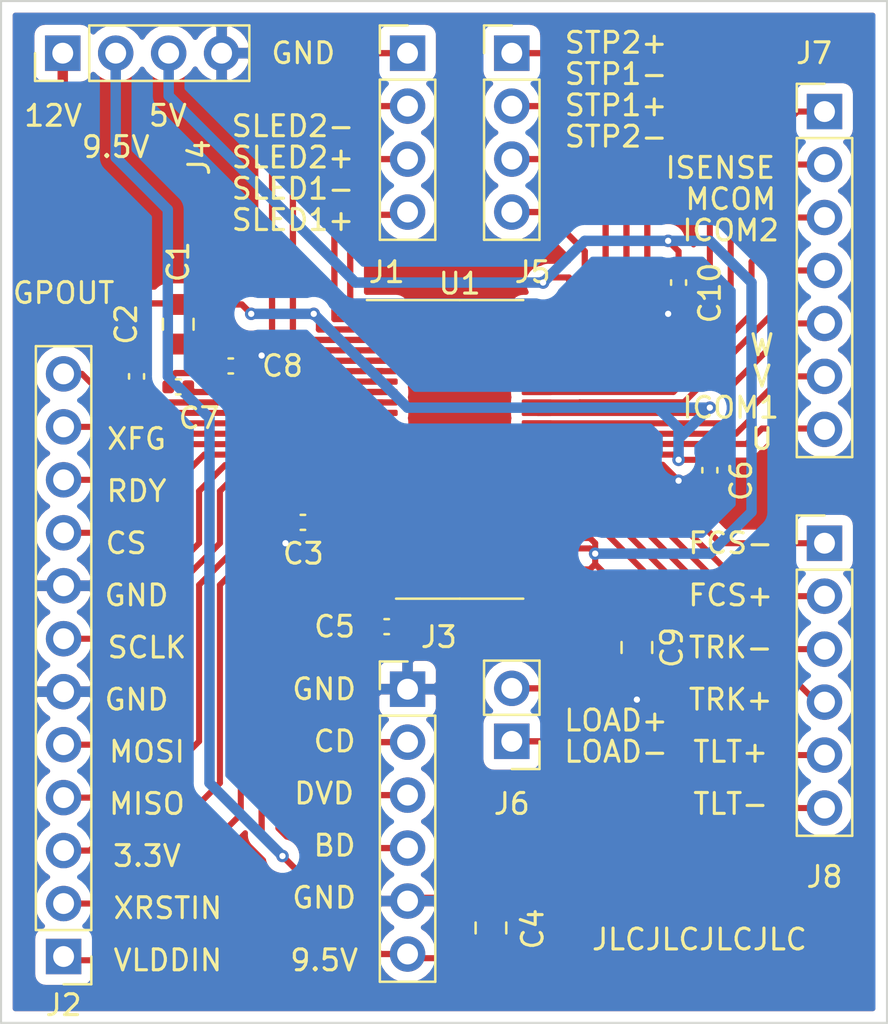
<source format=kicad_pcb>
(kicad_pcb (version 20171130) (host pcbnew 5.1.10)

  (general
    (thickness 1.6)
    (drawings 50)
    (tracks 380)
    (zones 0)
    (modules 19)
    (nets 49)
  )

  (page A4)
  (layers
    (0 F.Cu signal hide)
    (31 B.Cu signal hide)
    (32 B.Adhes user)
    (33 F.Adhes user)
    (34 B.Paste user)
    (35 F.Paste user)
    (36 B.SilkS user)
    (37 F.SilkS user)
    (38 B.Mask user)
    (39 F.Mask user)
    (40 Dwgs.User user)
    (41 Cmts.User user)
    (42 Eco1.User user)
    (43 Eco2.User user)
    (44 Edge.Cuts user)
    (45 Margin user)
    (46 B.CrtYd user)
    (47 F.CrtYd user)
    (48 B.Fab user)
    (49 F.Fab user)
  )

  (setup
    (last_trace_width 0.29)
    (user_trace_width 0.5)
    (trace_clearance 0.2)
    (zone_clearance 0.508)
    (zone_45_only yes)
    (trace_min 0.2)
    (via_size 0.6)
    (via_drill 0.3)
    (via_min_size 0.6)
    (via_min_drill 0.3)
    (uvia_size 0.3)
    (uvia_drill 0.1)
    (uvias_allowed no)
    (uvia_min_size 0.2)
    (uvia_min_drill 0.1)
    (edge_width 0.05)
    (segment_width 0.2)
    (pcb_text_width 0.3)
    (pcb_text_size 1.5 1.5)
    (mod_edge_width 0.12)
    (mod_text_size 1 1)
    (mod_text_width 0.15)
    (pad_size 1.524 1.524)
    (pad_drill 0.762)
    (pad_to_mask_clearance 0)
    (aux_axis_origin 0 0)
    (visible_elements FFFFFF7F)
    (pcbplotparams
      (layerselection 0x010fc_ffffffff)
      (usegerberextensions false)
      (usegerberattributes true)
      (usegerberadvancedattributes true)
      (creategerberjobfile true)
      (excludeedgelayer true)
      (linewidth 0.100000)
      (plotframeref false)
      (viasonmask false)
      (mode 1)
      (useauxorigin false)
      (hpglpennumber 1)
      (hpglpenspeed 20)
      (hpglpendiameter 15.000000)
      (psnegative false)
      (psa4output false)
      (plotreference true)
      (plotvalue true)
      (plotinvisibletext false)
      (padsonsilk false)
      (subtractmaskfromsilk false)
      (outputformat 1)
      (mirror false)
      (drillshape 0)
      (scaleselection 1)
      (outputdirectory ""))
  )

  (net 0 "")
  (net 1 GND)
  (net 2 +12V)
  (net 3 "Net-(C2-Pad1)")
  (net 4 "Net-(C3-Pad1)")
  (net 5 +9V)
  (net 6 "Net-(C5-Pad1)")
  (net 7 "Net-(C7-Pad2)")
  (net 8 "Net-(C7-Pad1)")
  (net 9 "Net-(C8-Pad1)")
  (net 10 +5V)
  (net 11 SLED1_P)
  (net 12 SLED1_N)
  (net 13 SLED2_P)
  (net 14 SLED2_N)
  (net 15 GPOUT)
  (net 16 XFG)
  (net 17 RDY)
  (net 18 SSZ)
  (net 19 SCLK)
  (net 20 SIMO)
  (net 21 SOMI)
  (net 22 SIOV)
  (net 23 XRSTIN)
  (net 24 VLDDIN)
  (net 25 ILDD_BD)
  (net 26 ILDD_DVD)
  (net 27 ILDD_CD)
  (net 28 LOAD_P)
  (net 29 LOAD_N)
  (net 30 TLT_N)
  (net 31 TLT_P)
  (net 32 TRK_P)
  (net 33 TRK_N)
  (net 34 FCS_P)
  (net 35 FCS_N)
  (net 36 U)
  (net 37 ICOM1)
  (net 38 V)
  (net 39 W)
  (net 40 ICOM2)
  (net 41 MCOM)
  (net 42 ISENSE)
  (net 43 STP1_P)
  (net 44 STP1_N)
  (net 45 STP2_P)
  (net 46 STP2_N)
  (net 47 "Net-(U1-Pad20)")
  (net 48 "Net-(U1-Pad32)")

  (net_class Default "This is the default net class."
    (clearance 0.2)
    (trace_width 0.29)
    (via_dia 0.6)
    (via_drill 0.3)
    (uvia_dia 0.3)
    (uvia_drill 0.1)
    (add_net +12V)
    (add_net +5V)
    (add_net +9V)
    (add_net FCS_N)
    (add_net FCS_P)
    (add_net GND)
    (add_net GPOUT)
    (add_net ICOM1)
    (add_net ICOM2)
    (add_net ILDD_BD)
    (add_net ILDD_CD)
    (add_net ILDD_DVD)
    (add_net ISENSE)
    (add_net LOAD_N)
    (add_net LOAD_P)
    (add_net MCOM)
    (add_net "Net-(C2-Pad1)")
    (add_net "Net-(C3-Pad1)")
    (add_net "Net-(C5-Pad1)")
    (add_net "Net-(C7-Pad1)")
    (add_net "Net-(C7-Pad2)")
    (add_net "Net-(C8-Pad1)")
    (add_net "Net-(U1-Pad20)")
    (add_net "Net-(U1-Pad32)")
    (add_net RDY)
    (add_net SCLK)
    (add_net SIMO)
    (add_net SIOV)
    (add_net SLED1_N)
    (add_net SLED1_P)
    (add_net SLED2_N)
    (add_net SLED2_P)
    (add_net SOMI)
    (add_net SSZ)
    (add_net STP1_N)
    (add_net STP1_P)
    (add_net STP2_N)
    (add_net STP2_P)
    (add_net TLT_N)
    (add_net TLT_P)
    (add_net TRK_N)
    (add_net TRK_P)
    (add_net U)
    (add_net V)
    (add_net VLDDIN)
    (add_net W)
    (add_net XFG)
    (add_net XRSTIN)
  )

  (module Capacitor_SMD:C_0402_1005Metric (layer F.Cu) (tedit 5F68FEEE) (tstamp 612DD7F1)
    (at 84.5 116.5 90)
    (descr "Capacitor SMD 0402 (1005 Metric), square (rectangular) end terminal, IPC_7351 nominal, (Body size source: IPC-SM-782 page 76, https://www.pcb-3d.com/wordpress/wp-content/uploads/ipc-sm-782a_amendment_1_and_2.pdf), generated with kicad-footprint-generator")
    (tags capacitor)
    (path /61330791)
    (attr smd)
    (fp_text reference C2 (at 2.5 -0.5 90) (layer F.SilkS)
      (effects (font (size 1 1) (thickness 0.15)))
    )
    (fp_text value 100nF (at 0 1.16 90) (layer F.Fab)
      (effects (font (size 1 1) (thickness 0.15)))
    )
    (fp_line (start 0.91 0.46) (end -0.91 0.46) (layer F.CrtYd) (width 0.05))
    (fp_line (start 0.91 -0.46) (end 0.91 0.46) (layer F.CrtYd) (width 0.05))
    (fp_line (start -0.91 -0.46) (end 0.91 -0.46) (layer F.CrtYd) (width 0.05))
    (fp_line (start -0.91 0.46) (end -0.91 -0.46) (layer F.CrtYd) (width 0.05))
    (fp_line (start -0.107836 0.36) (end 0.107836 0.36) (layer F.SilkS) (width 0.12))
    (fp_line (start -0.107836 -0.36) (end 0.107836 -0.36) (layer F.SilkS) (width 0.12))
    (fp_line (start 0.5 0.25) (end -0.5 0.25) (layer F.Fab) (width 0.1))
    (fp_line (start 0.5 -0.25) (end 0.5 0.25) (layer F.Fab) (width 0.1))
    (fp_line (start -0.5 -0.25) (end 0.5 -0.25) (layer F.Fab) (width 0.1))
    (fp_line (start -0.5 0.25) (end -0.5 -0.25) (layer F.Fab) (width 0.1))
    (fp_text user %R (at 0 0 90) (layer F.Fab)
      (effects (font (size 0.25 0.25) (thickness 0.04)))
    )
    (pad 2 smd roundrect (at 0.48 0 90) (size 0.56 0.62) (layers F.Cu F.Paste F.Mask) (roundrect_rratio 0.25)
      (net 2 +12V))
    (pad 1 smd roundrect (at -0.48 0 90) (size 0.56 0.62) (layers F.Cu F.Paste F.Mask) (roundrect_rratio 0.25)
      (net 3 "Net-(C2-Pad1)"))
    (model ${KISYS3DMOD}/Capacitor_SMD.3dshapes/C_0402_1005Metric.wrl
      (at (xyz 0 0 0))
      (scale (xyz 1 1 1))
      (rotate (xyz 0 0 0))
    )
  )

  (module Connector_PinHeader_2.54mm:PinHeader_1x06_P2.54mm_Vertical (layer F.Cu) (tedit 59FED5CC) (tstamp 612E5FC3)
    (at 117.5 124.5)
    (descr "Through hole straight pin header, 1x06, 2.54mm pitch, single row")
    (tags "Through hole pin header THT 1x06 2.54mm single row")
    (path /61622243)
    (fp_text reference J8 (at 0 16) (layer F.SilkS)
      (effects (font (size 1 1) (thickness 0.15)))
    )
    (fp_text value Conn_01x06 (at 0 15.03) (layer F.Fab)
      (effects (font (size 1 1) (thickness 0.15)))
    )
    (fp_line (start 1.8 -1.8) (end -1.8 -1.8) (layer F.CrtYd) (width 0.05))
    (fp_line (start 1.8 14.5) (end 1.8 -1.8) (layer F.CrtYd) (width 0.05))
    (fp_line (start -1.8 14.5) (end 1.8 14.5) (layer F.CrtYd) (width 0.05))
    (fp_line (start -1.8 -1.8) (end -1.8 14.5) (layer F.CrtYd) (width 0.05))
    (fp_line (start -1.33 -1.33) (end 0 -1.33) (layer F.SilkS) (width 0.12))
    (fp_line (start -1.33 0) (end -1.33 -1.33) (layer F.SilkS) (width 0.12))
    (fp_line (start -1.33 1.27) (end 1.33 1.27) (layer F.SilkS) (width 0.12))
    (fp_line (start 1.33 1.27) (end 1.33 14.03) (layer F.SilkS) (width 0.12))
    (fp_line (start -1.33 1.27) (end -1.33 14.03) (layer F.SilkS) (width 0.12))
    (fp_line (start -1.33 14.03) (end 1.33 14.03) (layer F.SilkS) (width 0.12))
    (fp_line (start -1.27 -0.635) (end -0.635 -1.27) (layer F.Fab) (width 0.1))
    (fp_line (start -1.27 13.97) (end -1.27 -0.635) (layer F.Fab) (width 0.1))
    (fp_line (start 1.27 13.97) (end -1.27 13.97) (layer F.Fab) (width 0.1))
    (fp_line (start 1.27 -1.27) (end 1.27 13.97) (layer F.Fab) (width 0.1))
    (fp_line (start -0.635 -1.27) (end 1.27 -1.27) (layer F.Fab) (width 0.1))
    (fp_text user %R (at 0 6.35 90) (layer F.Fab)
      (effects (font (size 1 1) (thickness 0.15)))
    )
    (pad 6 thru_hole oval (at 0 12.7) (size 1.7 1.7) (drill 1) (layers *.Cu *.Mask)
      (net 30 TLT_N))
    (pad 5 thru_hole oval (at 0 10.16) (size 1.7 1.7) (drill 1) (layers *.Cu *.Mask)
      (net 31 TLT_P))
    (pad 4 thru_hole oval (at 0 7.62) (size 1.7 1.7) (drill 1) (layers *.Cu *.Mask)
      (net 32 TRK_P))
    (pad 3 thru_hole oval (at 0 5.08) (size 1.7 1.7) (drill 1) (layers *.Cu *.Mask)
      (net 33 TRK_N))
    (pad 2 thru_hole oval (at 0 2.54) (size 1.7 1.7) (drill 1) (layers *.Cu *.Mask)
      (net 34 FCS_P))
    (pad 1 thru_hole rect (at 0 0) (size 1.7 1.7) (drill 1) (layers *.Cu *.Mask)
      (net 35 FCS_N))
    (model ${KISYS3DMOD}/Connector_PinHeader_2.54mm.3dshapes/PinHeader_1x06_P2.54mm_Vertical.wrl
      (at (xyz 0 0 0))
      (scale (xyz 1 1 1))
      (rotate (xyz 0 0 0))
    )
  )

  (module Connector_PinHeader_2.54mm:PinHeader_1x07_P2.54mm_Vertical (layer F.Cu) (tedit 59FED5CC) (tstamp 612E5FA9)
    (at 117.5 103.8)
    (descr "Through hole straight pin header, 1x07, 2.54mm pitch, single row")
    (tags "Through hole pin header THT 1x07 2.54mm single row")
    (path /61621A07)
    (fp_text reference J7 (at -0.5 -2.8) (layer F.SilkS)
      (effects (font (size 1 1) (thickness 0.15)))
    )
    (fp_text value Conn_01x07 (at 0 17.57) (layer F.Fab)
      (effects (font (size 1 1) (thickness 0.15)))
    )
    (fp_line (start 1.8 -1.8) (end -1.8 -1.8) (layer F.CrtYd) (width 0.05))
    (fp_line (start 1.8 17.05) (end 1.8 -1.8) (layer F.CrtYd) (width 0.05))
    (fp_line (start -1.8 17.05) (end 1.8 17.05) (layer F.CrtYd) (width 0.05))
    (fp_line (start -1.8 -1.8) (end -1.8 17.05) (layer F.CrtYd) (width 0.05))
    (fp_line (start -1.33 -1.33) (end 0 -1.33) (layer F.SilkS) (width 0.12))
    (fp_line (start -1.33 0) (end -1.33 -1.33) (layer F.SilkS) (width 0.12))
    (fp_line (start -1.33 1.27) (end 1.33 1.27) (layer F.SilkS) (width 0.12))
    (fp_line (start 1.33 1.27) (end 1.33 16.57) (layer F.SilkS) (width 0.12))
    (fp_line (start -1.33 1.27) (end -1.33 16.57) (layer F.SilkS) (width 0.12))
    (fp_line (start -1.33 16.57) (end 1.33 16.57) (layer F.SilkS) (width 0.12))
    (fp_line (start -1.27 -0.635) (end -0.635 -1.27) (layer F.Fab) (width 0.1))
    (fp_line (start -1.27 16.51) (end -1.27 -0.635) (layer F.Fab) (width 0.1))
    (fp_line (start 1.27 16.51) (end -1.27 16.51) (layer F.Fab) (width 0.1))
    (fp_line (start 1.27 -1.27) (end 1.27 16.51) (layer F.Fab) (width 0.1))
    (fp_line (start -0.635 -1.27) (end 1.27 -1.27) (layer F.Fab) (width 0.1))
    (fp_text user %R (at 0 7.62 90) (layer F.Fab)
      (effects (font (size 1 1) (thickness 0.15)))
    )
    (pad 7 thru_hole oval (at 0 15.24) (size 1.7 1.7) (drill 1) (layers *.Cu *.Mask)
      (net 36 U))
    (pad 6 thru_hole oval (at 0 12.7) (size 1.7 1.7) (drill 1) (layers *.Cu *.Mask)
      (net 37 ICOM1))
    (pad 5 thru_hole oval (at 0 10.16) (size 1.7 1.7) (drill 1) (layers *.Cu *.Mask)
      (net 38 V))
    (pad 4 thru_hole oval (at 0 7.62) (size 1.7 1.7) (drill 1) (layers *.Cu *.Mask)
      (net 39 W))
    (pad 3 thru_hole oval (at 0 5.08) (size 1.7 1.7) (drill 1) (layers *.Cu *.Mask)
      (net 40 ICOM2))
    (pad 2 thru_hole oval (at 0 2.54) (size 1.7 1.7) (drill 1) (layers *.Cu *.Mask)
      (net 41 MCOM))
    (pad 1 thru_hole rect (at 0 0) (size 1.7 1.7) (drill 1) (layers *.Cu *.Mask)
      (net 42 ISENSE))
    (model ${KISYS3DMOD}/Connector_PinHeader_2.54mm.3dshapes/PinHeader_1x07_P2.54mm_Vertical.wrl
      (at (xyz 0 0 0))
      (scale (xyz 1 1 1))
      (rotate (xyz 0 0 0))
    )
  )

  (module Connector_PinHeader_2.54mm:PinHeader_1x02_P2.54mm_Vertical (layer F.Cu) (tedit 59FED5CC) (tstamp 612E5F8E)
    (at 102.5 134 180)
    (descr "Through hole straight pin header, 1x02, 2.54mm pitch, single row")
    (tags "Through hole pin header THT 1x02 2.54mm single row")
    (path /61622D1F)
    (fp_text reference J6 (at 0 -3) (layer F.SilkS)
      (effects (font (size 1 1) (thickness 0.15)))
    )
    (fp_text value Conn_01x02 (at 0 4.87) (layer F.Fab)
      (effects (font (size 1 1) (thickness 0.15)))
    )
    (fp_line (start 1.8 -1.8) (end -1.8 -1.8) (layer F.CrtYd) (width 0.05))
    (fp_line (start 1.8 4.35) (end 1.8 -1.8) (layer F.CrtYd) (width 0.05))
    (fp_line (start -1.8 4.35) (end 1.8 4.35) (layer F.CrtYd) (width 0.05))
    (fp_line (start -1.8 -1.8) (end -1.8 4.35) (layer F.CrtYd) (width 0.05))
    (fp_line (start -1.33 -1.33) (end 0 -1.33) (layer F.SilkS) (width 0.12))
    (fp_line (start -1.33 0) (end -1.33 -1.33) (layer F.SilkS) (width 0.12))
    (fp_line (start -1.33 1.27) (end 1.33 1.27) (layer F.SilkS) (width 0.12))
    (fp_line (start 1.33 1.27) (end 1.33 3.87) (layer F.SilkS) (width 0.12))
    (fp_line (start -1.33 1.27) (end -1.33 3.87) (layer F.SilkS) (width 0.12))
    (fp_line (start -1.33 3.87) (end 1.33 3.87) (layer F.SilkS) (width 0.12))
    (fp_line (start -1.27 -0.635) (end -0.635 -1.27) (layer F.Fab) (width 0.1))
    (fp_line (start -1.27 3.81) (end -1.27 -0.635) (layer F.Fab) (width 0.1))
    (fp_line (start 1.27 3.81) (end -1.27 3.81) (layer F.Fab) (width 0.1))
    (fp_line (start 1.27 -1.27) (end 1.27 3.81) (layer F.Fab) (width 0.1))
    (fp_line (start -0.635 -1.27) (end 1.27 -1.27) (layer F.Fab) (width 0.1))
    (fp_text user %R (at 0 1.27 90) (layer F.Fab)
      (effects (font (size 1 1) (thickness 0.15)))
    )
    (pad 2 thru_hole oval (at 0 2.54 180) (size 1.7 1.7) (drill 1) (layers *.Cu *.Mask)
      (net 28 LOAD_P))
    (pad 1 thru_hole rect (at 0 0 180) (size 1.7 1.7) (drill 1) (layers *.Cu *.Mask)
      (net 29 LOAD_N))
    (model ${KISYS3DMOD}/Connector_PinHeader_2.54mm.3dshapes/PinHeader_1x02_P2.54mm_Vertical.wrl
      (at (xyz 0 0 0))
      (scale (xyz 1 1 1))
      (rotate (xyz 0 0 0))
    )
  )

  (module Connector_PinHeader_2.54mm:PinHeader_1x04_P2.54mm_Vertical (layer F.Cu) (tedit 59FED5CC) (tstamp 612E5F78)
    (at 102.5 101)
    (descr "Through hole straight pin header, 1x04, 2.54mm pitch, single row")
    (tags "Through hole pin header THT 1x04 2.54mm single row")
    (path /6161F9C0)
    (fp_text reference J5 (at 1 10.5) (layer F.SilkS)
      (effects (font (size 1 1) (thickness 0.15)))
    )
    (fp_text value Conn_01x04 (at 0 9.95) (layer F.Fab)
      (effects (font (size 1 1) (thickness 0.15)))
    )
    (fp_line (start 1.8 -1.8) (end -1.8 -1.8) (layer F.CrtYd) (width 0.05))
    (fp_line (start 1.8 9.4) (end 1.8 -1.8) (layer F.CrtYd) (width 0.05))
    (fp_line (start -1.8 9.4) (end 1.8 9.4) (layer F.CrtYd) (width 0.05))
    (fp_line (start -1.8 -1.8) (end -1.8 9.4) (layer F.CrtYd) (width 0.05))
    (fp_line (start -1.33 -1.33) (end 0 -1.33) (layer F.SilkS) (width 0.12))
    (fp_line (start -1.33 0) (end -1.33 -1.33) (layer F.SilkS) (width 0.12))
    (fp_line (start -1.33 1.27) (end 1.33 1.27) (layer F.SilkS) (width 0.12))
    (fp_line (start 1.33 1.27) (end 1.33 8.95) (layer F.SilkS) (width 0.12))
    (fp_line (start -1.33 1.27) (end -1.33 8.95) (layer F.SilkS) (width 0.12))
    (fp_line (start -1.33 8.95) (end 1.33 8.95) (layer F.SilkS) (width 0.12))
    (fp_line (start -1.27 -0.635) (end -0.635 -1.27) (layer F.Fab) (width 0.1))
    (fp_line (start -1.27 8.89) (end -1.27 -0.635) (layer F.Fab) (width 0.1))
    (fp_line (start 1.27 8.89) (end -1.27 8.89) (layer F.Fab) (width 0.1))
    (fp_line (start 1.27 -1.27) (end 1.27 8.89) (layer F.Fab) (width 0.1))
    (fp_line (start -0.635 -1.27) (end 1.27 -1.27) (layer F.Fab) (width 0.1))
    (fp_text user %R (at 0 3.81 90) (layer F.Fab)
      (effects (font (size 1 1) (thickness 0.15)))
    )
    (pad 4 thru_hole oval (at 0 7.62) (size 1.7 1.7) (drill 1) (layers *.Cu *.Mask)
      (net 46 STP2_N))
    (pad 3 thru_hole oval (at 0 5.08) (size 1.7 1.7) (drill 1) (layers *.Cu *.Mask)
      (net 45 STP2_P))
    (pad 2 thru_hole oval (at 0 2.54) (size 1.7 1.7) (drill 1) (layers *.Cu *.Mask)
      (net 44 STP1_N))
    (pad 1 thru_hole rect (at 0 0) (size 1.7 1.7) (drill 1) (layers *.Cu *.Mask)
      (net 43 STP1_P))
    (model ${KISYS3DMOD}/Connector_PinHeader_2.54mm.3dshapes/PinHeader_1x04_P2.54mm_Vertical.wrl
      (at (xyz 0 0 0))
      (scale (xyz 1 1 1))
      (rotate (xyz 0 0 0))
    )
  )

  (module Connector_PinHeader_2.54mm:PinHeader_1x04_P2.54mm_Vertical (layer F.Cu) (tedit 59FED5CC) (tstamp 612E5F60)
    (at 80.96 101 90)
    (descr "Through hole straight pin header, 1x04, 2.54mm pitch, single row")
    (tags "Through hole pin header THT 1x04 2.54mm single row")
    (path /6162036F)
    (fp_text reference J4 (at -5 6.54 90) (layer F.SilkS)
      (effects (font (size 1 1) (thickness 0.15)))
    )
    (fp_text value Conn_01x04 (at 0 10.04 90) (layer F.Fab)
      (effects (font (size 1 1) (thickness 0.15)))
    )
    (fp_line (start 1.8 -1.8) (end -1.8 -1.8) (layer F.CrtYd) (width 0.05))
    (fp_line (start 1.8 9.4) (end 1.8 -1.8) (layer F.CrtYd) (width 0.05))
    (fp_line (start -1.8 9.4) (end 1.8 9.4) (layer F.CrtYd) (width 0.05))
    (fp_line (start -1.8 -1.8) (end -1.8 9.4) (layer F.CrtYd) (width 0.05))
    (fp_line (start -1.33 -1.33) (end 0 -1.33) (layer F.SilkS) (width 0.12))
    (fp_line (start -1.33 0) (end -1.33 -1.33) (layer F.SilkS) (width 0.12))
    (fp_line (start -1.33 1.27) (end 1.33 1.27) (layer F.SilkS) (width 0.12))
    (fp_line (start 1.33 1.27) (end 1.33 8.95) (layer F.SilkS) (width 0.12))
    (fp_line (start -1.33 1.27) (end -1.33 8.95) (layer F.SilkS) (width 0.12))
    (fp_line (start -1.33 8.95) (end 1.33 8.95) (layer F.SilkS) (width 0.12))
    (fp_line (start -1.27 -0.635) (end -0.635 -1.27) (layer F.Fab) (width 0.1))
    (fp_line (start -1.27 8.89) (end -1.27 -0.635) (layer F.Fab) (width 0.1))
    (fp_line (start 1.27 8.89) (end -1.27 8.89) (layer F.Fab) (width 0.1))
    (fp_line (start 1.27 -1.27) (end 1.27 8.89) (layer F.Fab) (width 0.1))
    (fp_line (start -0.635 -1.27) (end 1.27 -1.27) (layer F.Fab) (width 0.1))
    (fp_text user %R (at 0 3.81) (layer F.Fab)
      (effects (font (size 1 1) (thickness 0.15)))
    )
    (pad 4 thru_hole oval (at 0 7.62 90) (size 1.7 1.7) (drill 1) (layers *.Cu *.Mask)
      (net 1 GND))
    (pad 3 thru_hole oval (at 0 5.08 90) (size 1.7 1.7) (drill 1) (layers *.Cu *.Mask)
      (net 10 +5V))
    (pad 2 thru_hole oval (at 0 2.54 90) (size 1.7 1.7) (drill 1) (layers *.Cu *.Mask)
      (net 5 +9V))
    (pad 1 thru_hole rect (at 0 0 90) (size 1.7 1.7) (drill 1) (layers *.Cu *.Mask)
      (net 2 +12V))
    (model ${KISYS3DMOD}/Connector_PinHeader_2.54mm.3dshapes/PinHeader_1x04_P2.54mm_Vertical.wrl
      (at (xyz 0 0 0))
      (scale (xyz 1 1 1))
      (rotate (xyz 0 0 0))
    )
  )

  (module Connector_PinHeader_2.54mm:PinHeader_1x06_P2.54mm_Vertical (layer F.Cu) (tedit 59FED5CC) (tstamp 612E5F48)
    (at 97.5 131.5)
    (descr "Through hole straight pin header, 1x06, 2.54mm pitch, single row")
    (tags "Through hole pin header THT 1x06 2.54mm single row")
    (path /616234B0)
    (fp_text reference J3 (at 1.5 -2.5) (layer F.SilkS)
      (effects (font (size 1 1) (thickness 0.15)))
    )
    (fp_text value Conn_01x06 (at 0 15.03) (layer F.Fab)
      (effects (font (size 1 1) (thickness 0.15)))
    )
    (fp_line (start 1.8 -1.8) (end -1.8 -1.8) (layer F.CrtYd) (width 0.05))
    (fp_line (start 1.8 14.5) (end 1.8 -1.8) (layer F.CrtYd) (width 0.05))
    (fp_line (start -1.8 14.5) (end 1.8 14.5) (layer F.CrtYd) (width 0.05))
    (fp_line (start -1.8 -1.8) (end -1.8 14.5) (layer F.CrtYd) (width 0.05))
    (fp_line (start -1.33 -1.33) (end 0 -1.33) (layer F.SilkS) (width 0.12))
    (fp_line (start -1.33 0) (end -1.33 -1.33) (layer F.SilkS) (width 0.12))
    (fp_line (start -1.33 1.27) (end 1.33 1.27) (layer F.SilkS) (width 0.12))
    (fp_line (start 1.33 1.27) (end 1.33 14.03) (layer F.SilkS) (width 0.12))
    (fp_line (start -1.33 1.27) (end -1.33 14.03) (layer F.SilkS) (width 0.12))
    (fp_line (start -1.33 14.03) (end 1.33 14.03) (layer F.SilkS) (width 0.12))
    (fp_line (start -1.27 -0.635) (end -0.635 -1.27) (layer F.Fab) (width 0.1))
    (fp_line (start -1.27 13.97) (end -1.27 -0.635) (layer F.Fab) (width 0.1))
    (fp_line (start 1.27 13.97) (end -1.27 13.97) (layer F.Fab) (width 0.1))
    (fp_line (start 1.27 -1.27) (end 1.27 13.97) (layer F.Fab) (width 0.1))
    (fp_line (start -0.635 -1.27) (end 1.27 -1.27) (layer F.Fab) (width 0.1))
    (fp_text user %R (at 0 6.35 90) (layer F.Fab)
      (effects (font (size 1 1) (thickness 0.15)))
    )
    (pad 6 thru_hole oval (at 0 12.7) (size 1.7 1.7) (drill 1) (layers *.Cu *.Mask)
      (net 5 +9V))
    (pad 5 thru_hole oval (at 0 10.16) (size 1.7 1.7) (drill 1) (layers *.Cu *.Mask)
      (net 1 GND))
    (pad 4 thru_hole oval (at 0 7.62) (size 1.7 1.7) (drill 1) (layers *.Cu *.Mask)
      (net 25 ILDD_BD))
    (pad 3 thru_hole oval (at 0 5.08) (size 1.7 1.7) (drill 1) (layers *.Cu *.Mask)
      (net 26 ILDD_DVD))
    (pad 2 thru_hole oval (at 0 2.54) (size 1.7 1.7) (drill 1) (layers *.Cu *.Mask)
      (net 27 ILDD_CD))
    (pad 1 thru_hole rect (at 0 0) (size 1.7 1.7) (drill 1) (layers *.Cu *.Mask)
      (net 1 GND))
    (model ${KISYS3DMOD}/Connector_PinHeader_2.54mm.3dshapes/PinHeader_1x06_P2.54mm_Vertical.wrl
      (at (xyz 0 0 0))
      (scale (xyz 1 1 1))
      (rotate (xyz 0 0 0))
    )
  )

  (module Connector_PinHeader_2.54mm:PinHeader_1x12_P2.54mm_Vertical (layer F.Cu) (tedit 59FED5CC) (tstamp 612E5F2E)
    (at 81 144.32 180)
    (descr "Through hole straight pin header, 1x12, 2.54mm pitch, single row")
    (tags "Through hole pin header THT 1x12 2.54mm single row")
    (path /61623FA6)
    (fp_text reference J2 (at 0 -2.33) (layer F.SilkS)
      (effects (font (size 1 1) (thickness 0.15)))
    )
    (fp_text value Conn_01x12 (at 0 30.27) (layer F.Fab)
      (effects (font (size 1 1) (thickness 0.15)))
    )
    (fp_line (start 1.8 -1.8) (end -1.8 -1.8) (layer F.CrtYd) (width 0.05))
    (fp_line (start 1.8 29.75) (end 1.8 -1.8) (layer F.CrtYd) (width 0.05))
    (fp_line (start -1.8 29.75) (end 1.8 29.75) (layer F.CrtYd) (width 0.05))
    (fp_line (start -1.8 -1.8) (end -1.8 29.75) (layer F.CrtYd) (width 0.05))
    (fp_line (start -1.33 -1.33) (end 0 -1.33) (layer F.SilkS) (width 0.12))
    (fp_line (start -1.33 0) (end -1.33 -1.33) (layer F.SilkS) (width 0.12))
    (fp_line (start -1.33 1.27) (end 1.33 1.27) (layer F.SilkS) (width 0.12))
    (fp_line (start 1.33 1.27) (end 1.33 29.27) (layer F.SilkS) (width 0.12))
    (fp_line (start -1.33 1.27) (end -1.33 29.27) (layer F.SilkS) (width 0.12))
    (fp_line (start -1.33 29.27) (end 1.33 29.27) (layer F.SilkS) (width 0.12))
    (fp_line (start -1.27 -0.635) (end -0.635 -1.27) (layer F.Fab) (width 0.1))
    (fp_line (start -1.27 29.21) (end -1.27 -0.635) (layer F.Fab) (width 0.1))
    (fp_line (start 1.27 29.21) (end -1.27 29.21) (layer F.Fab) (width 0.1))
    (fp_line (start 1.27 -1.27) (end 1.27 29.21) (layer F.Fab) (width 0.1))
    (fp_line (start -0.635 -1.27) (end 1.27 -1.27) (layer F.Fab) (width 0.1))
    (fp_text user %R (at 0 13.97 90) (layer F.Fab)
      (effects (font (size 1 1) (thickness 0.15)))
    )
    (pad 12 thru_hole oval (at 0 27.94 180) (size 1.7 1.7) (drill 1) (layers *.Cu *.Mask)
      (net 15 GPOUT))
    (pad 11 thru_hole oval (at 0 25.4 180) (size 1.7 1.7) (drill 1) (layers *.Cu *.Mask)
      (net 16 XFG))
    (pad 10 thru_hole oval (at 0 22.86 180) (size 1.7 1.7) (drill 1) (layers *.Cu *.Mask)
      (net 17 RDY))
    (pad 9 thru_hole oval (at 0 20.32 180) (size 1.7 1.7) (drill 1) (layers *.Cu *.Mask)
      (net 18 SSZ))
    (pad 8 thru_hole oval (at 0 17.78 180) (size 1.7 1.7) (drill 1) (layers *.Cu *.Mask)
      (net 1 GND))
    (pad 7 thru_hole oval (at 0 15.24 180) (size 1.7 1.7) (drill 1) (layers *.Cu *.Mask)
      (net 19 SCLK))
    (pad 6 thru_hole oval (at 0 12.7 180) (size 1.7 1.7) (drill 1) (layers *.Cu *.Mask)
      (net 1 GND))
    (pad 5 thru_hole oval (at 0 10.16 180) (size 1.7 1.7) (drill 1) (layers *.Cu *.Mask)
      (net 20 SIMO))
    (pad 4 thru_hole oval (at 0 7.62 180) (size 1.7 1.7) (drill 1) (layers *.Cu *.Mask)
      (net 21 SOMI))
    (pad 3 thru_hole oval (at 0 5.08 180) (size 1.7 1.7) (drill 1) (layers *.Cu *.Mask)
      (net 22 SIOV))
    (pad 2 thru_hole oval (at 0 2.54 180) (size 1.7 1.7) (drill 1) (layers *.Cu *.Mask)
      (net 23 XRSTIN))
    (pad 1 thru_hole rect (at 0 0 180) (size 1.7 1.7) (drill 1) (layers *.Cu *.Mask)
      (net 24 VLDDIN))
    (model ${KISYS3DMOD}/Connector_PinHeader_2.54mm.3dshapes/PinHeader_1x12_P2.54mm_Vertical.wrl
      (at (xyz 0 0 0))
      (scale (xyz 1 1 1))
      (rotate (xyz 0 0 0))
    )
  )

  (module Connector_PinHeader_2.54mm:PinHeader_1x04_P2.54mm_Vertical (layer F.Cu) (tedit 59FED5CC) (tstamp 612E5F0E)
    (at 97.5 101)
    (descr "Through hole straight pin header, 1x04, 2.54mm pitch, single row")
    (tags "Through hole pin header THT 1x04 2.54mm single row")
    (path /6161ED62)
    (fp_text reference J1 (at -1 10.5) (layer F.SilkS)
      (effects (font (size 1 1) (thickness 0.15)))
    )
    (fp_text value Conn_01x04 (at 0 9.95) (layer F.Fab)
      (effects (font (size 1 1) (thickness 0.15)))
    )
    (fp_line (start 1.8 -1.8) (end -1.8 -1.8) (layer F.CrtYd) (width 0.05))
    (fp_line (start 1.8 9.4) (end 1.8 -1.8) (layer F.CrtYd) (width 0.05))
    (fp_line (start -1.8 9.4) (end 1.8 9.4) (layer F.CrtYd) (width 0.05))
    (fp_line (start -1.8 -1.8) (end -1.8 9.4) (layer F.CrtYd) (width 0.05))
    (fp_line (start -1.33 -1.33) (end 0 -1.33) (layer F.SilkS) (width 0.12))
    (fp_line (start -1.33 0) (end -1.33 -1.33) (layer F.SilkS) (width 0.12))
    (fp_line (start -1.33 1.27) (end 1.33 1.27) (layer F.SilkS) (width 0.12))
    (fp_line (start 1.33 1.27) (end 1.33 8.95) (layer F.SilkS) (width 0.12))
    (fp_line (start -1.33 1.27) (end -1.33 8.95) (layer F.SilkS) (width 0.12))
    (fp_line (start -1.33 8.95) (end 1.33 8.95) (layer F.SilkS) (width 0.12))
    (fp_line (start -1.27 -0.635) (end -0.635 -1.27) (layer F.Fab) (width 0.1))
    (fp_line (start -1.27 8.89) (end -1.27 -0.635) (layer F.Fab) (width 0.1))
    (fp_line (start 1.27 8.89) (end -1.27 8.89) (layer F.Fab) (width 0.1))
    (fp_line (start 1.27 -1.27) (end 1.27 8.89) (layer F.Fab) (width 0.1))
    (fp_line (start -0.635 -1.27) (end 1.27 -1.27) (layer F.Fab) (width 0.1))
    (fp_text user %R (at 0 3.81 90) (layer F.Fab)
      (effects (font (size 1 1) (thickness 0.15)))
    )
    (pad 4 thru_hole oval (at 0 7.62) (size 1.7 1.7) (drill 1) (layers *.Cu *.Mask)
      (net 11 SLED1_P))
    (pad 3 thru_hole oval (at 0 5.08) (size 1.7 1.7) (drill 1) (layers *.Cu *.Mask)
      (net 12 SLED1_N))
    (pad 2 thru_hole oval (at 0 2.54) (size 1.7 1.7) (drill 1) (layers *.Cu *.Mask)
      (net 13 SLED2_P))
    (pad 1 thru_hole rect (at 0 0) (size 1.7 1.7) (drill 1) (layers *.Cu *.Mask)
      (net 14 SLED2_N))
    (model ${KISYS3DMOD}/Connector_PinHeader_2.54mm.3dshapes/PinHeader_1x04_P2.54mm_Vertical.wrl
      (at (xyz 0 0 0))
      (scale (xyz 1 1 1))
      (rotate (xyz 0 0 0))
    )
  )

  (module Capacitor_SMD:C_0402_1005Metric (layer F.Cu) (tedit 5F68FEEE) (tstamp 612DD889)
    (at 110.5 112 270)
    (descr "Capacitor SMD 0402 (1005 Metric), square (rectangular) end terminal, IPC_7351 nominal, (Body size source: IPC-SM-782 page 76, https://www.pcb-3d.com/wordpress/wp-content/uploads/ipc-sm-782a_amendment_1_and_2.pdf), generated with kicad-footprint-generator")
    (tags capacitor)
    (path /61357413)
    (attr smd)
    (fp_text reference C10 (at 0.5 -1.5 90) (layer F.SilkS)
      (effects (font (size 1 1) (thickness 0.15)))
    )
    (fp_text value 100nF (at 0 1.16 90) (layer F.Fab)
      (effects (font (size 1 1) (thickness 0.15)))
    )
    (fp_line (start 0.91 0.46) (end -0.91 0.46) (layer F.CrtYd) (width 0.05))
    (fp_line (start 0.91 -0.46) (end 0.91 0.46) (layer F.CrtYd) (width 0.05))
    (fp_line (start -0.91 -0.46) (end 0.91 -0.46) (layer F.CrtYd) (width 0.05))
    (fp_line (start -0.91 0.46) (end -0.91 -0.46) (layer F.CrtYd) (width 0.05))
    (fp_line (start -0.107836 0.36) (end 0.107836 0.36) (layer F.SilkS) (width 0.12))
    (fp_line (start -0.107836 -0.36) (end 0.107836 -0.36) (layer F.SilkS) (width 0.12))
    (fp_line (start 0.5 0.25) (end -0.5 0.25) (layer F.Fab) (width 0.1))
    (fp_line (start 0.5 -0.25) (end 0.5 0.25) (layer F.Fab) (width 0.1))
    (fp_line (start -0.5 -0.25) (end 0.5 -0.25) (layer F.Fab) (width 0.1))
    (fp_line (start -0.5 0.25) (end -0.5 -0.25) (layer F.Fab) (width 0.1))
    (fp_text user %R (at 0 0 90) (layer F.Fab)
      (effects (font (size 0.25 0.25) (thickness 0.04)))
    )
    (pad 2 smd roundrect (at 0.48 0 270) (size 0.56 0.62) (layers F.Cu F.Paste F.Mask) (roundrect_rratio 0.25)
      (net 1 GND))
    (pad 1 smd roundrect (at -0.48 0 270) (size 0.56 0.62) (layers F.Cu F.Paste F.Mask) (roundrect_rratio 0.25)
      (net 10 +5V))
    (model ${KISYS3DMOD}/Capacitor_SMD.3dshapes/C_0402_1005Metric.wrl
      (at (xyz 0 0 0))
      (scale (xyz 1 1 1))
      (rotate (xyz 0 0 0))
    )
  )

  (module Capacitor_SMD:C_0805_2012Metric (layer F.Cu) (tedit 5F68FEEE) (tstamp 612DD876)
    (at 108.5 129.5 270)
    (descr "Capacitor SMD 0805 (2012 Metric), square (rectangular) end terminal, IPC_7351 nominal, (Body size source: IPC-SM-782 page 76, https://www.pcb-3d.com/wordpress/wp-content/uploads/ipc-sm-782a_amendment_1_and_2.pdf, https://docs.google.com/spreadsheets/d/1BsfQQcO9C6DZCsRaXUlFlo91Tg2WpOkGARC1WS5S8t0/edit?usp=sharing), generated with kicad-footprint-generator")
    (tags capacitor)
    (path /61356F3C)
    (attr smd)
    (fp_text reference C9 (at 0 -1.68 90) (layer F.SilkS)
      (effects (font (size 1 1) (thickness 0.15)))
    )
    (fp_text value 10uF (at 0 1.68 90) (layer F.Fab)
      (effects (font (size 1 1) (thickness 0.15)))
    )
    (fp_line (start 1.7 0.98) (end -1.7 0.98) (layer F.CrtYd) (width 0.05))
    (fp_line (start 1.7 -0.98) (end 1.7 0.98) (layer F.CrtYd) (width 0.05))
    (fp_line (start -1.7 -0.98) (end 1.7 -0.98) (layer F.CrtYd) (width 0.05))
    (fp_line (start -1.7 0.98) (end -1.7 -0.98) (layer F.CrtYd) (width 0.05))
    (fp_line (start -0.261252 0.735) (end 0.261252 0.735) (layer F.SilkS) (width 0.12))
    (fp_line (start -0.261252 -0.735) (end 0.261252 -0.735) (layer F.SilkS) (width 0.12))
    (fp_line (start 1 0.625) (end -1 0.625) (layer F.Fab) (width 0.1))
    (fp_line (start 1 -0.625) (end 1 0.625) (layer F.Fab) (width 0.1))
    (fp_line (start -1 -0.625) (end 1 -0.625) (layer F.Fab) (width 0.1))
    (fp_line (start -1 0.625) (end -1 -0.625) (layer F.Fab) (width 0.1))
    (fp_text user %R (at 0 0 90) (layer F.Fab)
      (effects (font (size 0.5 0.5) (thickness 0.08)))
    )
    (pad 2 smd roundrect (at 0.95 0 270) (size 1 1.45) (layers F.Cu F.Paste F.Mask) (roundrect_rratio 0.25)
      (net 1 GND))
    (pad 1 smd roundrect (at -0.95 0 270) (size 1 1.45) (layers F.Cu F.Paste F.Mask) (roundrect_rratio 0.25)
      (net 10 +5V))
    (model ${KISYS3DMOD}/Capacitor_SMD.3dshapes/C_0805_2012Metric.wrl
      (at (xyz 0 0 0))
      (scale (xyz 1 1 1))
      (rotate (xyz 0 0 0))
    )
  )

  (module Capacitor_SMD:C_0402_1005Metric (layer F.Cu) (tedit 5F68FEEE) (tstamp 612DD863)
    (at 89.02 116 180)
    (descr "Capacitor SMD 0402 (1005 Metric), square (rectangular) end terminal, IPC_7351 nominal, (Body size source: IPC-SM-782 page 76, https://www.pcb-3d.com/wordpress/wp-content/uploads/ipc-sm-782a_amendment_1_and_2.pdf), generated with kicad-footprint-generator")
    (tags capacitor)
    (path /61334E2C)
    (attr smd)
    (fp_text reference C8 (at -2.48 0) (layer F.SilkS)
      (effects (font (size 1 1) (thickness 0.15)))
    )
    (fp_text value 100nF (at 0 1.16) (layer F.Fab)
      (effects (font (size 1 1) (thickness 0.15)))
    )
    (fp_line (start 0.91 0.46) (end -0.91 0.46) (layer F.CrtYd) (width 0.05))
    (fp_line (start 0.91 -0.46) (end 0.91 0.46) (layer F.CrtYd) (width 0.05))
    (fp_line (start -0.91 -0.46) (end 0.91 -0.46) (layer F.CrtYd) (width 0.05))
    (fp_line (start -0.91 0.46) (end -0.91 -0.46) (layer F.CrtYd) (width 0.05))
    (fp_line (start -0.107836 0.36) (end 0.107836 0.36) (layer F.SilkS) (width 0.12))
    (fp_line (start -0.107836 -0.36) (end 0.107836 -0.36) (layer F.SilkS) (width 0.12))
    (fp_line (start 0.5 0.25) (end -0.5 0.25) (layer F.Fab) (width 0.1))
    (fp_line (start 0.5 -0.25) (end 0.5 0.25) (layer F.Fab) (width 0.1))
    (fp_line (start -0.5 -0.25) (end 0.5 -0.25) (layer F.Fab) (width 0.1))
    (fp_line (start -0.5 0.25) (end -0.5 -0.25) (layer F.Fab) (width 0.1))
    (fp_text user %R (at 0 0) (layer F.Fab)
      (effects (font (size 0.25 0.25) (thickness 0.04)))
    )
    (pad 2 smd roundrect (at 0.48 0 180) (size 0.56 0.62) (layers F.Cu F.Paste F.Mask) (roundrect_rratio 0.25)
      (net 1 GND))
    (pad 1 smd roundrect (at -0.48 0 180) (size 0.56 0.62) (layers F.Cu F.Paste F.Mask) (roundrect_rratio 0.25)
      (net 9 "Net-(C8-Pad1)"))
    (model ${KISYS3DMOD}/Capacitor_SMD.3dshapes/C_0402_1005Metric.wrl
      (at (xyz 0 0 0))
      (scale (xyz 1 1 1))
      (rotate (xyz 0 0 0))
    )
  )

  (module Capacitor_SMD:C_0402_1005Metric (layer F.Cu) (tedit 5F68FEEE) (tstamp 612DD850)
    (at 86.5 117)
    (descr "Capacitor SMD 0402 (1005 Metric), square (rectangular) end terminal, IPC_7351 nominal, (Body size source: IPC-SM-782 page 76, https://www.pcb-3d.com/wordpress/wp-content/uploads/ipc-sm-782a_amendment_1_and_2.pdf), generated with kicad-footprint-generator")
    (tags capacitor)
    (path /612D8CB1)
    (attr smd)
    (fp_text reference C7 (at 1 1.5) (layer F.SilkS)
      (effects (font (size 1 1) (thickness 0.15)))
    )
    (fp_text value 100nF (at 0 1.16) (layer F.Fab)
      (effects (font (size 1 1) (thickness 0.15)))
    )
    (fp_line (start 0.91 0.46) (end -0.91 0.46) (layer F.CrtYd) (width 0.05))
    (fp_line (start 0.91 -0.46) (end 0.91 0.46) (layer F.CrtYd) (width 0.05))
    (fp_line (start -0.91 -0.46) (end 0.91 -0.46) (layer F.CrtYd) (width 0.05))
    (fp_line (start -0.91 0.46) (end -0.91 -0.46) (layer F.CrtYd) (width 0.05))
    (fp_line (start -0.107836 0.36) (end 0.107836 0.36) (layer F.SilkS) (width 0.12))
    (fp_line (start -0.107836 -0.36) (end 0.107836 -0.36) (layer F.SilkS) (width 0.12))
    (fp_line (start 0.5 0.25) (end -0.5 0.25) (layer F.Fab) (width 0.1))
    (fp_line (start 0.5 -0.25) (end 0.5 0.25) (layer F.Fab) (width 0.1))
    (fp_line (start -0.5 -0.25) (end 0.5 -0.25) (layer F.Fab) (width 0.1))
    (fp_line (start -0.5 0.25) (end -0.5 -0.25) (layer F.Fab) (width 0.1))
    (fp_text user %R (at 0 0) (layer F.Fab)
      (effects (font (size 0.25 0.25) (thickness 0.04)))
    )
    (pad 2 smd roundrect (at 0.48 0) (size 0.56 0.62) (layers F.Cu F.Paste F.Mask) (roundrect_rratio 0.25)
      (net 7 "Net-(C7-Pad2)"))
    (pad 1 smd roundrect (at -0.48 0) (size 0.56 0.62) (layers F.Cu F.Paste F.Mask) (roundrect_rratio 0.25)
      (net 8 "Net-(C7-Pad1)"))
    (model ${KISYS3DMOD}/Capacitor_SMD.3dshapes/C_0402_1005Metric.wrl
      (at (xyz 0 0 0))
      (scale (xyz 1 1 1))
      (rotate (xyz 0 0 0))
    )
  )

  (module Capacitor_SMD:C_0402_1005Metric (layer F.Cu) (tedit 5F68FEEE) (tstamp 612DD83D)
    (at 112 121 270)
    (descr "Capacitor SMD 0402 (1005 Metric), square (rectangular) end terminal, IPC_7351 nominal, (Body size source: IPC-SM-782 page 76, https://www.pcb-3d.com/wordpress/wp-content/uploads/ipc-sm-782a_amendment_1_and_2.pdf), generated with kicad-footprint-generator")
    (tags capacitor)
    (path /6133B46B)
    (attr smd)
    (fp_text reference C6 (at 0.5 -1.5 90) (layer F.SilkS)
      (effects (font (size 1 1) (thickness 0.15)))
    )
    (fp_text value 100nF (at 0 1.16 90) (layer F.Fab)
      (effects (font (size 1 1) (thickness 0.15)))
    )
    (fp_line (start 0.91 0.46) (end -0.91 0.46) (layer F.CrtYd) (width 0.05))
    (fp_line (start 0.91 -0.46) (end 0.91 0.46) (layer F.CrtYd) (width 0.05))
    (fp_line (start -0.91 -0.46) (end 0.91 -0.46) (layer F.CrtYd) (width 0.05))
    (fp_line (start -0.91 0.46) (end -0.91 -0.46) (layer F.CrtYd) (width 0.05))
    (fp_line (start -0.107836 0.36) (end 0.107836 0.36) (layer F.SilkS) (width 0.12))
    (fp_line (start -0.107836 -0.36) (end 0.107836 -0.36) (layer F.SilkS) (width 0.12))
    (fp_line (start 0.5 0.25) (end -0.5 0.25) (layer F.Fab) (width 0.1))
    (fp_line (start 0.5 -0.25) (end 0.5 0.25) (layer F.Fab) (width 0.1))
    (fp_line (start -0.5 -0.25) (end 0.5 -0.25) (layer F.Fab) (width 0.1))
    (fp_line (start -0.5 0.25) (end -0.5 -0.25) (layer F.Fab) (width 0.1))
    (fp_text user %R (at 0 0 90) (layer F.Fab)
      (effects (font (size 0.25 0.25) (thickness 0.04)))
    )
    (pad 2 smd roundrect (at 0.48 0 270) (size 0.56 0.62) (layers F.Cu F.Paste F.Mask) (roundrect_rratio 0.25)
      (net 1 GND))
    (pad 1 smd roundrect (at -0.48 0 270) (size 0.56 0.62) (layers F.Cu F.Paste F.Mask) (roundrect_rratio 0.25)
      (net 2 +12V))
    (model ${KISYS3DMOD}/Capacitor_SMD.3dshapes/C_0402_1005Metric.wrl
      (at (xyz 0 0 0))
      (scale (xyz 1 1 1))
      (rotate (xyz 0 0 0))
    )
  )

  (module Capacitor_SMD:C_0402_1005Metric (layer F.Cu) (tedit 5F68FEEE) (tstamp 612DD82A)
    (at 96.5 128.5)
    (descr "Capacitor SMD 0402 (1005 Metric), square (rectangular) end terminal, IPC_7351 nominal, (Body size source: IPC-SM-782 page 76, https://www.pcb-3d.com/wordpress/wp-content/uploads/ipc-sm-782a_amendment_1_and_2.pdf), generated with kicad-footprint-generator")
    (tags capacitor)
    (path /6134EA91)
    (attr smd)
    (fp_text reference C5 (at -2.5 0) (layer F.SilkS)
      (effects (font (size 1 1) (thickness 0.15)))
    )
    (fp_text value 100nF (at 0 1.16) (layer F.Fab)
      (effects (font (size 1 1) (thickness 0.15)))
    )
    (fp_line (start 0.91 0.46) (end -0.91 0.46) (layer F.CrtYd) (width 0.05))
    (fp_line (start 0.91 -0.46) (end 0.91 0.46) (layer F.CrtYd) (width 0.05))
    (fp_line (start -0.91 -0.46) (end 0.91 -0.46) (layer F.CrtYd) (width 0.05))
    (fp_line (start -0.91 0.46) (end -0.91 -0.46) (layer F.CrtYd) (width 0.05))
    (fp_line (start -0.107836 0.36) (end 0.107836 0.36) (layer F.SilkS) (width 0.12))
    (fp_line (start -0.107836 -0.36) (end 0.107836 -0.36) (layer F.SilkS) (width 0.12))
    (fp_line (start 0.5 0.25) (end -0.5 0.25) (layer F.Fab) (width 0.1))
    (fp_line (start 0.5 -0.25) (end 0.5 0.25) (layer F.Fab) (width 0.1))
    (fp_line (start -0.5 -0.25) (end 0.5 -0.25) (layer F.Fab) (width 0.1))
    (fp_line (start -0.5 0.25) (end -0.5 -0.25) (layer F.Fab) (width 0.1))
    (fp_text user %R (at 0 0) (layer F.Fab)
      (effects (font (size 0.25 0.25) (thickness 0.04)))
    )
    (pad 2 smd roundrect (at 0.48 0) (size 0.56 0.62) (layers F.Cu F.Paste F.Mask) (roundrect_rratio 0.25)
      (net 1 GND))
    (pad 1 smd roundrect (at -0.48 0) (size 0.56 0.62) (layers F.Cu F.Paste F.Mask) (roundrect_rratio 0.25)
      (net 6 "Net-(C5-Pad1)"))
    (model ${KISYS3DMOD}/Capacitor_SMD.3dshapes/C_0402_1005Metric.wrl
      (at (xyz 0 0 0))
      (scale (xyz 1 1 1))
      (rotate (xyz 0 0 0))
    )
  )

  (module Capacitor_SMD:C_0805_2012Metric (layer F.Cu) (tedit 5F68FEEE) (tstamp 612DD817)
    (at 101.5 142.95 90)
    (descr "Capacitor SMD 0805 (2012 Metric), square (rectangular) end terminal, IPC_7351 nominal, (Body size source: IPC-SM-782 page 76, https://www.pcb-3d.com/wordpress/wp-content/uploads/ipc-sm-782a_amendment_1_and_2.pdf, https://docs.google.com/spreadsheets/d/1BsfQQcO9C6DZCsRaXUlFlo91Tg2WpOkGARC1WS5S8t0/edit?usp=sharing), generated with kicad-footprint-generator")
    (tags capacitor)
    (path /6134B878)
    (attr smd)
    (fp_text reference C4 (at -0.05 2 90) (layer F.SilkS)
      (effects (font (size 1 1) (thickness 0.15)))
    )
    (fp_text value 10uF (at 0 -2 90) (layer F.Fab)
      (effects (font (size 1 1) (thickness 0.15)))
    )
    (fp_line (start 1.7 0.98) (end -1.7 0.98) (layer F.CrtYd) (width 0.05))
    (fp_line (start 1.7 -0.98) (end 1.7 0.98) (layer F.CrtYd) (width 0.05))
    (fp_line (start -1.7 -0.98) (end 1.7 -0.98) (layer F.CrtYd) (width 0.05))
    (fp_line (start -1.7 0.98) (end -1.7 -0.98) (layer F.CrtYd) (width 0.05))
    (fp_line (start -0.261252 0.735) (end 0.261252 0.735) (layer F.SilkS) (width 0.12))
    (fp_line (start -0.261252 -0.735) (end 0.261252 -0.735) (layer F.SilkS) (width 0.12))
    (fp_line (start 1 0.625) (end -1 0.625) (layer F.Fab) (width 0.1))
    (fp_line (start 1 -0.625) (end 1 0.625) (layer F.Fab) (width 0.1))
    (fp_line (start -1 -0.625) (end 1 -0.625) (layer F.Fab) (width 0.1))
    (fp_line (start -1 0.625) (end -1 -0.625) (layer F.Fab) (width 0.1))
    (fp_text user %R (at 0 0 90) (layer F.Fab)
      (effects (font (size 0.5 0.5) (thickness 0.08)))
    )
    (pad 2 smd roundrect (at 0.95 0 90) (size 1 1.45) (layers F.Cu F.Paste F.Mask) (roundrect_rratio 0.25)
      (net 1 GND))
    (pad 1 smd roundrect (at -0.95 0 90) (size 1 1.45) (layers F.Cu F.Paste F.Mask) (roundrect_rratio 0.25)
      (net 5 +9V))
    (model ${KISYS3DMOD}/Capacitor_SMD.3dshapes/C_0805_2012Metric.wrl
      (at (xyz 0 0 0))
      (scale (xyz 1 1 1))
      (rotate (xyz 0 0 0))
    )
  )

  (module Capacitor_SMD:C_0402_1005Metric (layer F.Cu) (tedit 5F68FEEE) (tstamp 612DD804)
    (at 92.48 123.5 180)
    (descr "Capacitor SMD 0402 (1005 Metric), square (rectangular) end terminal, IPC_7351 nominal, (Body size source: IPC-SM-782 page 76, https://www.pcb-3d.com/wordpress/wp-content/uploads/ipc-sm-782a_amendment_1_and_2.pdf), generated with kicad-footprint-generator")
    (tags capacitor)
    (path /6133F83D)
    (attr smd)
    (fp_text reference C3 (at -0.02 -1.5) (layer F.SilkS)
      (effects (font (size 1 1) (thickness 0.15)))
    )
    (fp_text value 100nF (at 0 1.16) (layer F.Fab)
      (effects (font (size 1 1) (thickness 0.15)))
    )
    (fp_line (start 0.91 0.46) (end -0.91 0.46) (layer F.CrtYd) (width 0.05))
    (fp_line (start 0.91 -0.46) (end 0.91 0.46) (layer F.CrtYd) (width 0.05))
    (fp_line (start -0.91 -0.46) (end 0.91 -0.46) (layer F.CrtYd) (width 0.05))
    (fp_line (start -0.91 0.46) (end -0.91 -0.46) (layer F.CrtYd) (width 0.05))
    (fp_line (start -0.107836 0.36) (end 0.107836 0.36) (layer F.SilkS) (width 0.12))
    (fp_line (start -0.107836 -0.36) (end 0.107836 -0.36) (layer F.SilkS) (width 0.12))
    (fp_line (start 0.5 0.25) (end -0.5 0.25) (layer F.Fab) (width 0.1))
    (fp_line (start 0.5 -0.25) (end 0.5 0.25) (layer F.Fab) (width 0.1))
    (fp_line (start -0.5 -0.25) (end 0.5 -0.25) (layer F.Fab) (width 0.1))
    (fp_line (start -0.5 0.25) (end -0.5 -0.25) (layer F.Fab) (width 0.1))
    (fp_text user %R (at 0 0) (layer F.Fab)
      (effects (font (size 0.25 0.25) (thickness 0.04)))
    )
    (pad 2 smd roundrect (at 0.48 0 180) (size 0.56 0.62) (layers F.Cu F.Paste F.Mask) (roundrect_rratio 0.25)
      (net 1 GND))
    (pad 1 smd roundrect (at -0.48 0 180) (size 0.56 0.62) (layers F.Cu F.Paste F.Mask) (roundrect_rratio 0.25)
      (net 4 "Net-(C3-Pad1)"))
    (model ${KISYS3DMOD}/Capacitor_SMD.3dshapes/C_0402_1005Metric.wrl
      (at (xyz 0 0 0))
      (scale (xyz 1 1 1))
      (rotate (xyz 0 0 0))
    )
  )

  (module Capacitor_SMD:C_0805_2012Metric (layer F.Cu) (tedit 5F68FEEE) (tstamp 612DD7DE)
    (at 86.5 114 270)
    (descr "Capacitor SMD 0805 (2012 Metric), square (rectangular) end terminal, IPC_7351 nominal, (Body size source: IPC-SM-782 page 76, https://www.pcb-3d.com/wordpress/wp-content/uploads/ipc-sm-782a_amendment_1_and_2.pdf, https://docs.google.com/spreadsheets/d/1BsfQQcO9C6DZCsRaXUlFlo91Tg2WpOkGARC1WS5S8t0/edit?usp=sharing), generated with kicad-footprint-generator")
    (tags capacitor)
    (path /6133AA83)
    (attr smd)
    (fp_text reference C1 (at -3 0 90) (layer F.SilkS)
      (effects (font (size 1 1) (thickness 0.15)))
    )
    (fp_text value 10uF (at 0 1.68 90) (layer F.Fab)
      (effects (font (size 1 1) (thickness 0.15)))
    )
    (fp_line (start 1.7 0.98) (end -1.7 0.98) (layer F.CrtYd) (width 0.05))
    (fp_line (start 1.7 -0.98) (end 1.7 0.98) (layer F.CrtYd) (width 0.05))
    (fp_line (start -1.7 -0.98) (end 1.7 -0.98) (layer F.CrtYd) (width 0.05))
    (fp_line (start -1.7 0.98) (end -1.7 -0.98) (layer F.CrtYd) (width 0.05))
    (fp_line (start -0.261252 0.735) (end 0.261252 0.735) (layer F.SilkS) (width 0.12))
    (fp_line (start -0.261252 -0.735) (end 0.261252 -0.735) (layer F.SilkS) (width 0.12))
    (fp_line (start 1 0.625) (end -1 0.625) (layer F.Fab) (width 0.1))
    (fp_line (start 1 -0.625) (end 1 0.625) (layer F.Fab) (width 0.1))
    (fp_line (start -1 -0.625) (end 1 -0.625) (layer F.Fab) (width 0.1))
    (fp_line (start -1 0.625) (end -1 -0.625) (layer F.Fab) (width 0.1))
    (fp_text user %R (at 0 0 90) (layer F.Fab)
      (effects (font (size 0.5 0.5) (thickness 0.08)))
    )
    (pad 2 smd roundrect (at 0.95 0 270) (size 1 1.45) (layers F.Cu F.Paste F.Mask) (roundrect_rratio 0.25)
      (net 1 GND))
    (pad 1 smd roundrect (at -0.95 0 270) (size 1 1.45) (layers F.Cu F.Paste F.Mask) (roundrect_rratio 0.25)
      (net 2 +12V))
    (model ${KISYS3DMOD}/Capacitor_SMD.3dshapes/C_0805_2012Metric.wrl
      (at (xyz 0 0 0))
      (scale (xyz 1 1 1))
      (rotate (xyz 0 0 0))
    )
  )

  (module tpic2050_breakout:TSSOP-56_6.1x14mm_P0.5mm (layer F.Cu) (tedit 5E476F32) (tstamp 612C0208)
    (at 100 120)
    (descr "TSSOP, 56 Pin (JEDEC MO-153 Var EE https://www.jedec.org/document_search?search_api_views_fulltext=MO-153), generated with kicad-footprint-generator ipc_gullwing_generator.py")
    (tags "TSSOP SO")
    (path /61307CC7)
    (attr smd)
    (fp_text reference U1 (at 0 -7.95) (layer F.SilkS)
      (effects (font (size 1 1) (thickness 0.15)))
    )
    (fp_text value TPIC2050 (at 0 7.95) (layer F.Fab)
      (effects (font (size 1 1) (thickness 0.15)))
    )
    (fp_line (start 4.7 -7.25) (end -4.7 -7.25) (layer F.CrtYd) (width 0.05))
    (fp_line (start 4.7 7.25) (end 4.7 -7.25) (layer F.CrtYd) (width 0.05))
    (fp_line (start -4.7 7.25) (end 4.7 7.25) (layer F.CrtYd) (width 0.05))
    (fp_line (start -4.7 -7.25) (end -4.7 7.25) (layer F.CrtYd) (width 0.05))
    (fp_line (start -3.05 -6) (end -2.05 -7) (layer F.Fab) (width 0.1))
    (fp_line (start -3.05 7) (end -3.05 -6) (layer F.Fab) (width 0.1))
    (fp_line (start 3.05 7) (end -3.05 7) (layer F.Fab) (width 0.1))
    (fp_line (start 3.05 -7) (end 3.05 7) (layer F.Fab) (width 0.1))
    (fp_line (start -2.05 -7) (end 3.05 -7) (layer F.Fab) (width 0.1))
    (fp_line (start 0 -7.16) (end -4.45 -7.16) (layer F.SilkS) (width 0.12))
    (fp_line (start 0 -7.16) (end 3.05 -7.16) (layer F.SilkS) (width 0.12))
    (fp_line (start 0 7.16) (end -3.05 7.16) (layer F.SilkS) (width 0.12))
    (fp_line (start 0 7.16) (end 3.05 7.16) (layer F.SilkS) (width 0.12))
    (fp_text user %R (at 0 0) (layer F.Fab)
      (effects (font (size 1 1) (thickness 0.15)))
    )
    (pad 1 smd roundrect (at -3.7125 -6.75) (size 1.475 0.3) (layers F.Cu F.Paste F.Mask) (roundrect_rratio 0.25)
      (net 11 SLED1_P))
    (pad 2 smd roundrect (at -3.7125 -6.25) (size 1.475 0.3) (layers F.Cu F.Paste F.Mask) (roundrect_rratio 0.25)
      (net 12 SLED1_N))
    (pad 3 smd roundrect (at -3.7125 -5.75) (size 1.475 0.3) (layers F.Cu F.Paste F.Mask) (roundrect_rratio 0.25)
      (net 2 +12V))
    (pad 4 smd roundrect (at -3.7125 -5.25) (size 1.475 0.3) (layers F.Cu F.Paste F.Mask) (roundrect_rratio 0.25)
      (net 13 SLED2_P))
    (pad 5 smd roundrect (at -3.7125 -4.75) (size 1.475 0.3) (layers F.Cu F.Paste F.Mask) (roundrect_rratio 0.25)
      (net 14 SLED2_N))
    (pad 6 smd roundrect (at -3.7125 -4.25) (size 1.475 0.3) (layers F.Cu F.Paste F.Mask) (roundrect_rratio 0.25)
      (net 1 GND))
    (pad 7 smd roundrect (at -3.7125 -3.75) (size 1.475 0.3) (layers F.Cu F.Paste F.Mask) (roundrect_rratio 0.25)
      (net 9 "Net-(C8-Pad1)"))
    (pad 8 smd roundrect (at -3.7125 -3.25) (size 1.475 0.3) (layers F.Cu F.Paste F.Mask) (roundrect_rratio 0.25)
      (net 8 "Net-(C7-Pad1)"))
    (pad 9 smd roundrect (at -3.7125 -2.75) (size 1.475 0.3) (layers F.Cu F.Paste F.Mask) (roundrect_rratio 0.25)
      (net 7 "Net-(C7-Pad2)"))
    (pad 10 smd roundrect (at -3.7125 -2.25) (size 1.475 0.3) (layers F.Cu F.Paste F.Mask) (roundrect_rratio 0.25)
      (net 3 "Net-(C2-Pad1)"))
    (pad 11 smd roundrect (at -3.7125 -1.75) (size 1.475 0.3) (layers F.Cu F.Paste F.Mask) (roundrect_rratio 0.25)
      (net 15 GPOUT))
    (pad 12 smd roundrect (at -3.7125 -1.25) (size 1.475 0.3) (layers F.Cu F.Paste F.Mask) (roundrect_rratio 0.25)
      (net 16 XFG))
    (pad 13 smd roundrect (at -3.7125 -0.75) (size 1.475 0.3) (layers F.Cu F.Paste F.Mask) (roundrect_rratio 0.25)
      (net 17 RDY))
    (pad 14 smd roundrect (at -3.7125 -0.25) (size 1.475 0.3) (layers F.Cu F.Paste F.Mask) (roundrect_rratio 0.25)
      (net 18 SSZ))
    (pad 15 smd roundrect (at -3.7125 0.25) (size 1.475 0.3) (layers F.Cu F.Paste F.Mask) (roundrect_rratio 0.25)
      (net 19 SCLK))
    (pad 16 smd roundrect (at -3.7125 0.75) (size 1.475 0.3) (layers F.Cu F.Paste F.Mask) (roundrect_rratio 0.25)
      (net 20 SIMO))
    (pad 17 smd roundrect (at -3.7125 1.25) (size 1.475 0.3) (layers F.Cu F.Paste F.Mask) (roundrect_rratio 0.25)
      (net 21 SOMI))
    (pad 18 smd roundrect (at -3.7125 1.75) (size 1.475 0.3) (layers F.Cu F.Paste F.Mask) (roundrect_rratio 0.25)
      (net 22 SIOV))
    (pad 19 smd roundrect (at -3.7125 2.25) (size 1.475 0.3) (layers F.Cu F.Paste F.Mask) (roundrect_rratio 0.25)
      (net 23 XRSTIN))
    (pad 20 smd roundrect (at -3.7125 2.75) (size 1.475 0.3) (layers F.Cu F.Paste F.Mask) (roundrect_rratio 0.25)
      (net 47 "Net-(U1-Pad20)"))
    (pad 21 smd roundrect (at -3.7125 3.25) (size 1.475 0.3) (layers F.Cu F.Paste F.Mask) (roundrect_rratio 0.25)
      (net 24 VLDDIN))
    (pad 22 smd roundrect (at -3.7125 3.75) (size 1.475 0.3) (layers F.Cu F.Paste F.Mask) (roundrect_rratio 0.25)
      (net 4 "Net-(C3-Pad1)"))
    (pad 23 smd roundrect (at -3.7125 4.25) (size 1.475 0.3) (layers F.Cu F.Paste F.Mask) (roundrect_rratio 0.25)
      (net 1 GND))
    (pad 24 smd roundrect (at -3.7125 4.75) (size 1.475 0.3) (layers F.Cu F.Paste F.Mask) (roundrect_rratio 0.25)
      (net 5 +9V))
    (pad 25 smd roundrect (at -3.7125 5.25) (size 1.475 0.3) (layers F.Cu F.Paste F.Mask) (roundrect_rratio 0.25)
      (net 25 ILDD_BD))
    (pad 26 smd roundrect (at -3.7125 5.75) (size 1.475 0.3) (layers F.Cu F.Paste F.Mask) (roundrect_rratio 0.25)
      (net 26 ILDD_DVD))
    (pad 27 smd roundrect (at -3.7125 6.25) (size 1.475 0.3) (layers F.Cu F.Paste F.Mask) (roundrect_rratio 0.25)
      (net 27 ILDD_CD))
    (pad 28 smd roundrect (at -3.7125 6.75) (size 1.475 0.3) (layers F.Cu F.Paste F.Mask) (roundrect_rratio 0.25)
      (net 6 "Net-(C5-Pad1)"))
    (pad 29 smd roundrect (at 3.7125 6.75) (size 1.475 0.3) (layers F.Cu F.Paste F.Mask) (roundrect_rratio 0.25)
      (net 28 LOAD_P))
    (pad 30 smd roundrect (at 3.7125 6.25) (size 1.475 0.3) (layers F.Cu F.Paste F.Mask) (roundrect_rratio 0.25)
      (net 29 LOAD_N))
    (pad 31 smd roundrect (at 3.7125 5.75) (size 1.475 0.3) (layers F.Cu F.Paste F.Mask) (roundrect_rratio 0.25)
      (net 10 +5V))
    (pad 32 smd roundrect (at 3.7125 5.25) (size 1.475 0.3) (layers F.Cu F.Paste F.Mask) (roundrect_rratio 0.25)
      (net 48 "Net-(U1-Pad32)"))
    (pad 33 smd roundrect (at 3.7125 4.75) (size 1.475 0.3) (layers F.Cu F.Paste F.Mask) (roundrect_rratio 0.25)
      (net 10 +5V))
    (pad 34 smd roundrect (at 3.7125 4.25) (size 1.475 0.3) (layers F.Cu F.Paste F.Mask) (roundrect_rratio 0.25)
      (net 10 +5V))
    (pad 35 smd roundrect (at 3.7125 3.75) (size 1.475 0.3) (layers F.Cu F.Paste F.Mask) (roundrect_rratio 0.25)
      (net 30 TLT_N))
    (pad 36 smd roundrect (at 3.7125 3.25) (size 1.475 0.3) (layers F.Cu F.Paste F.Mask) (roundrect_rratio 0.25)
      (net 31 TLT_P))
    (pad 37 smd roundrect (at 3.7125 2.75) (size 1.475 0.3) (layers F.Cu F.Paste F.Mask) (roundrect_rratio 0.25)
      (net 32 TRK_P))
    (pad 38 smd roundrect (at 3.7125 2.25) (size 1.475 0.3) (layers F.Cu F.Paste F.Mask) (roundrect_rratio 0.25)
      (net 33 TRK_N))
    (pad 39 smd roundrect (at 3.7125 1.75) (size 1.475 0.3) (layers F.Cu F.Paste F.Mask) (roundrect_rratio 0.25)
      (net 34 FCS_P))
    (pad 40 smd roundrect (at 3.7125 1.25) (size 1.475 0.3) (layers F.Cu F.Paste F.Mask) (roundrect_rratio 0.25)
      (net 35 FCS_N))
    (pad 41 smd roundrect (at 3.7125 0.75) (size 1.475 0.3) (layers F.Cu F.Paste F.Mask) (roundrect_rratio 0.25)
      (net 1 GND))
    (pad 42 smd roundrect (at 3.7125 0.25) (size 1.475 0.3) (layers F.Cu F.Paste F.Mask) (roundrect_rratio 0.25)
      (net 2 +12V))
    (pad 43 smd roundrect (at 3.7125 -0.25) (size 1.475 0.3) (layers F.Cu F.Paste F.Mask) (roundrect_rratio 0.25)
      (net 36 U))
    (pad 44 smd roundrect (at 3.7125 -0.75) (size 1.475 0.3) (layers F.Cu F.Paste F.Mask) (roundrect_rratio 0.25)
      (net 37 ICOM1))
    (pad 45 smd roundrect (at 3.7125 -1.25) (size 1.475 0.3) (layers F.Cu F.Paste F.Mask) (roundrect_rratio 0.25)
      (net 38 V))
    (pad 46 smd roundrect (at 3.7125 -1.75) (size 1.475 0.3) (layers F.Cu F.Paste F.Mask) (roundrect_rratio 0.25)
      (net 2 +12V))
    (pad 47 smd roundrect (at 3.7125 -2.25) (size 1.475 0.3) (layers F.Cu F.Paste F.Mask) (roundrect_rratio 0.25)
      (net 39 W))
    (pad 48 smd roundrect (at 3.7125 -2.75) (size 1.475 0.3) (layers F.Cu F.Paste F.Mask) (roundrect_rratio 0.25)
      (net 40 ICOM2))
    (pad 49 smd roundrect (at 3.7125 -3.25) (size 1.475 0.3) (layers F.Cu F.Paste F.Mask) (roundrect_rratio 0.25)
      (net 41 MCOM))
    (pad 50 smd roundrect (at 3.7125 -3.75) (size 1.475 0.3) (layers F.Cu F.Paste F.Mask) (roundrect_rratio 0.25)
      (net 42 ISENSE))
    (pad 51 smd roundrect (at 3.7125 -4.25) (size 1.475 0.3) (layers F.Cu F.Paste F.Mask) (roundrect_rratio 0.25)
      (net 1 GND))
    (pad 52 smd roundrect (at 3.7125 -4.75) (size 1.475 0.3) (layers F.Cu F.Paste F.Mask) (roundrect_rratio 0.25)
      (net 43 STP1_P))
    (pad 53 smd roundrect (at 3.7125 -5.25) (size 1.475 0.3) (layers F.Cu F.Paste F.Mask) (roundrect_rratio 0.25)
      (net 44 STP1_N))
    (pad 54 smd roundrect (at 3.7125 -5.75) (size 1.475 0.3) (layers F.Cu F.Paste F.Mask) (roundrect_rratio 0.25)
      (net 45 STP2_P))
    (pad 55 smd roundrect (at 3.7125 -6.25) (size 1.475 0.3) (layers F.Cu F.Paste F.Mask) (roundrect_rratio 0.25)
      (net 46 STP2_N))
    (pad 56 smd roundrect (at 3.7125 -6.75) (size 1.475 0.3) (layers F.Cu F.Paste F.Mask) (roundrect_rratio 0.25)
      (net 10 +5V))
    (model ${KISYS3DMOD}/Package_SO.3dshapes/TSSOP-56_6.1x14mm_P0.5mm.wrl
      (at (xyz 0 0 0))
      (scale (xyz 1 1 1))
      (rotate (xyz 0 0 0))
    )
  )

  (gr_text JLCJLCJLCJLC (at 111.5 143.5) (layer F.SilkS)
    (effects (font (size 1 1) (thickness 0.15)))
  )
  (gr_text GPOUT (at 81 112.5) (layer F.SilkS)
    (effects (font (size 1 1) (thickness 0.15)))
  )
  (gr_text XFG (at 84.5 119.5) (layer F.SilkS)
    (effects (font (size 1 1) (thickness 0.15)))
  )
  (gr_text RDY (at 84.5 122) (layer F.SilkS)
    (effects (font (size 1 1) (thickness 0.15)))
  )
  (gr_text CS (at 84 124.5) (layer F.SilkS)
    (effects (font (size 1 1) (thickness 0.15)))
  )
  (gr_text GND (at 84.5 127) (layer F.SilkS)
    (effects (font (size 1 1) (thickness 0.15)))
  )
  (gr_text SCLK (at 85 129.5) (layer F.SilkS)
    (effects (font (size 1 1) (thickness 0.15)))
  )
  (gr_text GND (at 84.5 132) (layer F.SilkS)
    (effects (font (size 1 1) (thickness 0.15)))
  )
  (gr_text MOSI (at 85 134.5) (layer F.SilkS)
    (effects (font (size 1 1) (thickness 0.15)))
  )
  (gr_text MISO (at 85 137) (layer F.SilkS)
    (effects (font (size 1 1) (thickness 0.15)))
  )
  (gr_text 3.3V (at 85 139.5) (layer F.SilkS)
    (effects (font (size 1 1) (thickness 0.15)))
  )
  (gr_text XRSTIN (at 86 142) (layer F.SilkS)
    (effects (font (size 1 1) (thickness 0.15)))
  )
  (gr_text VLDDIN (at 86 144.5) (layer F.SilkS)
    (effects (font (size 1 1) (thickness 0.15)))
  )
  (gr_text LOAD- (at 107.5 134.5) (layer F.SilkS)
    (effects (font (size 1 1) (thickness 0.15)))
  )
  (gr_text LOAD+ (at 107.5 133) (layer F.SilkS)
    (effects (font (size 1 1) (thickness 0.15)))
  )
  (gr_text 9.5V (at 93.5 144.5) (layer F.SilkS)
    (effects (font (size 1 1) (thickness 0.15)))
  )
  (gr_text GND (at 93.5 141.5) (layer F.SilkS)
    (effects (font (size 1 1) (thickness 0.15)))
  )
  (gr_text BD (at 94 139) (layer F.SilkS)
    (effects (font (size 1 1) (thickness 0.15)))
  )
  (gr_text DVD (at 93.5 136.5) (layer F.SilkS)
    (effects (font (size 1 1) (thickness 0.15)))
  )
  (gr_text CD (at 94 134) (layer F.SilkS)
    (effects (font (size 1 1) (thickness 0.15)))
  )
  (gr_text GND (at 93.5 131.5) (layer F.SilkS)
    (effects (font (size 1 1) (thickness 0.15)))
  )
  (gr_text TLT- (at 113 137) (layer F.SilkS)
    (effects (font (size 1 1) (thickness 0.15)))
  )
  (gr_text TLT+ (at 113 134.5) (layer F.SilkS)
    (effects (font (size 1 1) (thickness 0.15)))
  )
  (gr_text TRK+ (at 113 132) (layer F.SilkS)
    (effects (font (size 1 1) (thickness 0.15)))
  )
  (gr_text TRK- (at 113 129.5) (layer F.SilkS)
    (effects (font (size 1 1) (thickness 0.15)))
  )
  (gr_text FCS+ (at 113 127) (layer F.SilkS)
    (effects (font (size 1 1) (thickness 0.15)))
  )
  (gr_text FCS- (at 113 124.5) (layer F.SilkS)
    (effects (font (size 1 1) (thickness 0.15)))
  )
  (gr_text ISENSE (at 112.5 106.5) (layer F.SilkS)
    (effects (font (size 1 1) (thickness 0.15)))
  )
  (gr_text MCOM (at 113 108) (layer F.SilkS)
    (effects (font (size 1 1) (thickness 0.15)))
  )
  (gr_text W (at 114.5 115) (layer F.SilkS)
    (effects (font (size 1 1) (thickness 0.15)))
  )
  (gr_text V (at 114.5 116.5) (layer F.SilkS)
    (effects (font (size 1 1) (thickness 0.15)))
  )
  (gr_text ICOM1 (at 113 118) (layer F.SilkS)
    (effects (font (size 1 1) (thickness 0.15)))
  )
  (gr_text ICOM2 (at 113 109.5) (layer F.SilkS)
    (effects (font (size 1 1) (thickness 0.15)))
  )
  (gr_text U (at 114.5 119.5) (layer F.SilkS)
    (effects (font (size 1 1) (thickness 0.15)))
  )
  (gr_text GND (at 92.5 101) (layer F.SilkS)
    (effects (font (size 1 1) (thickness 0.15)))
  )
  (gr_text 5V (at 86 104) (layer F.SilkS)
    (effects (font (size 1 1) (thickness 0.15)))
  )
  (gr_text 9.5V (at 83.5 105.5) (layer F.SilkS)
    (effects (font (size 1 1) (thickness 0.15)))
  )
  (gr_text 12V (at 80.5 104) (layer F.SilkS)
    (effects (font (size 1 1) (thickness 0.15)))
  )
  (gr_line (start 120.5 98.5) (end 120.5 147.5) (layer Edge.Cuts) (width 0.1))
  (gr_line (start 78 98.5) (end 120.5 98.5) (layer Edge.Cuts) (width 0.1))
  (gr_line (start 78 147.5) (end 78 98.5) (layer Edge.Cuts) (width 0.1))
  (gr_line (start 120.5 147.5) (end 78 147.5) (layer Edge.Cuts) (width 0.1))
  (gr_text STP1+ (at 107.5 103.5) (layer F.SilkS)
    (effects (font (size 1 1) (thickness 0.15)))
  )
  (gr_text STP1- (at 107.5 102) (layer F.SilkS)
    (effects (font (size 1 1) (thickness 0.15)))
  )
  (gr_text STP2+ (at 107.5 100.5) (layer F.SilkS)
    (effects (font (size 1 1) (thickness 0.15)))
  )
  (gr_text STP2- (at 107.5 105) (layer F.SilkS)
    (effects (font (size 1 1) (thickness 0.15)))
  )
  (gr_text SLED2- (at 92 104.5) (layer F.SilkS)
    (effects (font (size 1 1) (thickness 0.15)))
  )
  (gr_text SLED2+ (at 92 106) (layer F.SilkS)
    (effects (font (size 1 1) (thickness 0.15)))
  )
  (gr_text SLED1- (at 92 107.5) (layer F.SilkS)
    (effects (font (size 1 1) (thickness 0.15)))
  )
  (gr_text "SLED1+\n" (at 92 109) (layer F.SilkS)
    (effects (font (size 1 1) (thickness 0.15)))
  )

  (via (at 90.5 115.5) (size 0.6) (drill 0.3) (layers F.Cu B.Cu) (net 1))
  (segment (start 92.25 115.75) (end 90.75 115.75) (width 0.3) (layer F.Cu) (net 1))
  (segment (start 90.75 115.75) (end 90.5 115.5) (width 0.3) (layer F.Cu) (net 1))
  (segment (start 96.2875 115.75) (end 92.25 115.75) (width 0.3) (layer F.Cu) (net 1) (status 10))
  (segment (start 92.25 115.75) (end 91.457666 115.75) (width 0.3) (layer F.Cu) (net 1))
  (segment (start 90.33999 115.33999) (end 90.5 115.5) (width 0.3) (layer F.Cu) (net 1))
  (segment (start 88.89001 115.33999) (end 90.33999 115.33999) (width 0.3) (layer F.Cu) (net 1))
  (segment (start 88.54 115.69) (end 88.89001 115.33999) (width 0.3) (layer F.Cu) (net 1) (status 10))
  (segment (start 88.54 116) (end 88.54 115.69) (width 0.3) (layer F.Cu) (net 1) (status 30))
  (segment (start 88.50002 114.95) (end 88.89001 115.33999) (width 0.3) (layer F.Cu) (net 1))
  (segment (start 86.5 114.95) (end 88.50002 114.95) (width 0.3) (layer F.Cu) (net 1) (status 10))
  (segment (start 92.44 124.25) (end 96.2875 124.25) (width 0.29) (layer F.Cu) (net 1) (status 20))
  (segment (start 92 123.81) (end 92.44 124.25) (width 0.29) (layer F.Cu) (net 1))
  (segment (start 92 123.5) (end 92 123.81) (width 0.29) (layer F.Cu) (net 1) (status 10))
  (segment (start 103.75 115.75) (end 103.75499 115.74501) (width 0.29) (layer F.Cu) (net 1) (status 30))
  (segment (start 103.7125 115.75) (end 103.75 115.75) (width 0.29) (layer F.Cu) (net 1) (status 30))
  (segment (start 106.75 120.75) (end 106.75999 120.74001) (width 0.29) (layer F.Cu) (net 1))
  (segment (start 103.7125 120.75) (end 106.75 120.75) (width 0.29) (layer F.Cu) (net 1) (status 10))
  (segment (start 103.75499 115.74501) (end 107.74501 115.74501) (width 0.29) (layer F.Cu) (net 1) (status 10))
  (segment (start 108.74001 120.74001) (end 109.74001 120.74001) (width 0.29) (layer F.Cu) (net 1))
  (segment (start 106.75999 120.74001) (end 108.74001 120.74001) (width 0.29) (layer F.Cu) (net 1))
  (segment (start 108.74001 120.74001) (end 109.25999 120.74001) (width 0.29) (layer F.Cu) (net 1))
  (via (at 110.5 121.5) (size 0.6) (drill 0.3) (layers F.Cu B.Cu) (net 1))
  (segment (start 109.74001 120.74001) (end 110.5 121.5) (width 0.29) (layer F.Cu) (net 1))
  (segment (start 107.74501 115.74501) (end 108.75499 115.74501) (width 0.29) (layer F.Cu) (net 1))
  (segment (start 108.75499 115.74501) (end 109.5 115) (width 0.29) (layer F.Cu) (net 1))
  (segment (start 109.5 115) (end 110 114.5) (width 0.29) (layer F.Cu) (net 1))
  (via (at 110 113.5) (size 0.6) (drill 0.3) (layers F.Cu B.Cu) (net 1))
  (segment (start 110 114.5) (end 110 113.5) (width 0.29) (layer F.Cu) (net 1))
  (segment (start 111.98 121.5) (end 112 121.48) (width 0.29) (layer F.Cu) (net 1))
  (segment (start 110.5 121.5) (end 111.98 121.5) (width 0.29) (layer F.Cu) (net 1))
  (via (at 91.645 124.5) (size 0.6) (drill 0.3) (layers F.Cu B.Cu) (net 1))
  (segment (start 91.895 124.25) (end 91.645 124.5) (width 0.29) (layer F.Cu) (net 1))
  (segment (start 92.44 124.25) (end 91.895 124.25) (width 0.29) (layer F.Cu) (net 1))
  (segment (start 101.5 142) (end 101 141.5) (width 0.29) (layer F.Cu) (net 1))
  (segment (start 97.66 141.5) (end 97.5 141.66) (width 0.29) (layer F.Cu) (net 1))
  (segment (start 101 141.5) (end 97.66 141.5) (width 0.29) (layer F.Cu) (net 1))
  (segment (start 110 113.5) (end 110.5 113) (width 0.29) (layer F.Cu) (net 1))
  (segment (start 110.5 113) (end 110.5 112.48) (width 0.29) (layer F.Cu) (net 1))
  (via (at 108.5 132) (size 0.6) (drill 0.3) (layers F.Cu B.Cu) (net 1))
  (segment (start 108.5 132) (end 108.5 130.45) (width 0.29) (layer F.Cu) (net 1))
  (segment (start 96.98 128.5) (end 97.5 128.5) (width 0.29) (layer F.Cu) (net 1))
  (segment (start 97.5 128.5) (end 97.5 131.5) (width 0.29) (layer F.Cu) (net 1))
  (segment (start 108 107.5) (end 104.04 103.54) (width 0.3) (layer F.Cu) (net 44) (tstamp 612E789A))
  (segment (start 108 114.5) (end 108 107.5) (width 0.3) (layer F.Cu) (net 44) (tstamp 612E789B))
  (segment (start 107.75 114.75) (end 108 114.5) (width 0.3) (layer F.Cu) (net 44) (tstamp 612E789C))
  (segment (start 103.7125 114.75) (end 107.75 114.75) (width 0.3) (layer F.Cu) (net 44) (tstamp 612E789D) (status 10))
  (segment (start 109 105.5) (end 104.5 101) (width 0.3) (layer F.Cu) (net 43) (tstamp 612E7893))
  (segment (start 109 114.5) (end 109 105.5) (width 0.3) (layer F.Cu) (net 43) (tstamp 612E7894))
  (segment (start 108.25 115.25) (end 109 114.5) (width 0.3) (layer F.Cu) (net 43) (tstamp 612E7895))
  (segment (start 103.7125 115.25) (end 108.25 115.25) (width 0.3) (layer F.Cu) (net 43) (tstamp 612E7896) (status 10))
  (segment (start 96.2875 114.25) (end 93.25 114.25) (width 0.3) (layer F.Cu) (net 2) (status 10))
  (via (at 93 113.5) (size 0.6) (drill 0.3) (layers F.Cu B.Cu) (net 2))
  (segment (start 93.25 113.75) (end 93 113.5) (width 0.3) (layer F.Cu) (net 2))
  (segment (start 93.25 114.25) (end 93.25 113.75) (width 0.3) (layer F.Cu) (net 2))
  (via (at 90 113.5) (size 0.6) (drill 0.3) (layers F.Cu B.Cu) (net 2))
  (segment (start 84.5 116.02) (end 84.5 113) (width 0.3) (layer F.Cu) (net 2) (status 10))
  (segment (start 86.45 113) (end 86.5 113.05) (width 0.3) (layer F.Cu) (net 2) (status 30))
  (segment (start 84.5 113) (end 86.45 113) (width 0.3) (layer F.Cu) (net 2) (status 20))
  (segment (start 89.55 113.05) (end 90 113.5) (width 0.3) (layer F.Cu) (net 2))
  (segment (start 86.5 113.05) (end 89.55 113.05) (width 0.3) (layer F.Cu) (net 2) (status 10))
  (segment (start 103.75 118.25) (end 103.75499 118.25499) (width 0.29) (layer F.Cu) (net 2) (status 30))
  (segment (start 103.7125 118.25) (end 103.75 118.25) (width 0.29) (layer F.Cu) (net 2) (status 30))
  (segment (start 103.7125 120.25) (end 108.25 120.25) (width 0.29) (layer F.Cu) (net 2) (status 10))
  (segment (start 103.75499 118.25499) (end 109.75499 118.25499) (width 0.29) (layer F.Cu) (net 2) (status 10))
  (segment (start 108.25 120.25) (end 110.25 120.25) (width 0.29) (layer F.Cu) (net 2))
  (via (at 110.5 120.5) (size 0.6) (drill 0.3) (layers F.Cu B.Cu) (net 2))
  (segment (start 110.25 120.25) (end 110.5 120.5) (width 0.29) (layer F.Cu) (net 2))
  (via (at 112 118) (size 0.6) (drill 0.3) (layers F.Cu B.Cu) (net 2))
  (segment (start 111.74501 118.25499) (end 112 118) (width 0.29) (layer F.Cu) (net 2))
  (segment (start 109.75499 118.25499) (end 111.74501 118.25499) (width 0.29) (layer F.Cu) (net 2))
  (segment (start 110.5 119.5) (end 111.75 118.25) (width 0.5) (layer B.Cu) (net 2))
  (segment (start 110.5 120.5) (end 110.5 119.5) (width 0.5) (layer B.Cu) (net 2))
  (segment (start 111.75 118.25) (end 112 118) (width 0.29) (layer B.Cu) (net 2))
  (segment (start 93 113.5) (end 90 113.5) (width 0.5) (layer B.Cu) (net 2))
  (segment (start 93 113.5) (end 97.5 118) (width 0.5) (layer B.Cu) (net 2))
  (segment (start 110.5 119) (end 109.5 118) (width 0.5) (layer B.Cu) (net 2))
  (segment (start 110.5 120.5) (end 110.5 119) (width 0.5) (layer B.Cu) (net 2))
  (segment (start 109.5 118) (end 112 118) (width 0.5) (layer B.Cu) (net 2))
  (segment (start 97.5 118) (end 109.5 118) (width 0.5) (layer B.Cu) (net 2))
  (segment (start 84.5 113) (end 82.5 113) (width 0.5) (layer F.Cu) (net 2))
  (segment (start 80.96 111.46) (end 80.96 101) (width 0.5) (layer F.Cu) (net 2))
  (segment (start 82.5 113) (end 80.96 111.46) (width 0.5) (layer F.Cu) (net 2))
  (segment (start 111.98 120.5) (end 112 120.52) (width 0.29) (layer F.Cu) (net 2))
  (segment (start 110.5 120.5) (end 111.98 120.5) (width 0.29) (layer F.Cu) (net 2))
  (segment (start 95.448902 117.75004) (end 95.448932 117.75001) (width 0.3) (layer F.Cu) (net 3))
  (segment (start 84.5 116.98) (end 85.27004 117.75004) (width 0.3) (layer F.Cu) (net 3) (status 10))
  (segment (start 96.2875 117.75) (end 92.66426 117.75) (width 0.3) (layer F.Cu) (net 3) (status 10))
  (segment (start 92.66426 117.75) (end 92.66422 117.75004) (width 0.3) (layer F.Cu) (net 3))
  (segment (start 92.66422 117.75004) (end 85.25004 117.75004) (width 0.3) (layer F.Cu) (net 3))
  (segment (start 94.312022 123.75) (end 96.2875 123.75) (width 0.29) (layer F.Cu) (net 4) (status 20))
  (segment (start 94.062022 123.5) (end 94.312022 123.75) (width 0.29) (layer F.Cu) (net 4))
  (segment (start 92.96 123.5) (end 94.062022 123.5) (width 0.29) (layer F.Cu) (net 4) (status 10))
  (segment (start 90.5 127) (end 90.5 138.5) (width 0.3) (layer F.Cu) (net 5))
  (segment (start 96.2 144.2) (end 97.5 144.2) (width 0.3) (layer F.Cu) (net 5) (status 20))
  (segment (start 92.75 124.75) (end 90.5 127) (width 0.3) (layer F.Cu) (net 5))
  (segment (start 96.2875 124.75) (end 92.75 124.75) (width 0.3) (layer F.Cu) (net 5) (status 10))
  (via (at 91.5 139.5) (size 0.6) (drill 0.3) (layers F.Cu B.Cu) (net 5))
  (segment (start 90.5 138.5) (end 91.5 139.5) (width 0.3) (layer F.Cu) (net 5))
  (segment (start 91.5 139.5) (end 96.2 144.2) (width 0.3) (layer F.Cu) (net 5))
  (segment (start 83.5 106) (end 83.5 101) (width 0.5) (layer B.Cu) (net 5))
  (segment (start 86 108.5) (end 83.5 106) (width 0.5) (layer B.Cu) (net 5))
  (segment (start 86 116.5) (end 86 108.5) (width 0.5) (layer B.Cu) (net 5))
  (segment (start 88 118.5) (end 86 116.5) (width 0.5) (layer B.Cu) (net 5))
  (segment (start 88 136) (end 88 118.5) (width 0.5) (layer B.Cu) (net 5))
  (segment (start 91.5 139.5) (end 88 136) (width 0.5) (layer B.Cu) (net 5))
  (segment (start 101.5 143.9) (end 101 144.4) (width 0.29) (layer F.Cu) (net 5))
  (segment (start 97.7 144.4) (end 97.5 144.2) (width 0.29) (layer F.Cu) (net 5))
  (segment (start 101 144.4) (end 97.7 144.4) (width 0.29) (layer F.Cu) (net 5))
  (segment (start 96.2875 126.75) (end 94.75 126.75) (width 0.3) (layer F.Cu) (net 6) (status 10))
  (segment (start 94.75 126.75) (end 94.5 127) (width 0.3) (layer F.Cu) (net 6))
  (segment (start 94.5 127) (end 94.5 127.5) (width 0.3) (layer F.Cu) (net 6))
  (segment (start 95.5 128.5) (end 96.02 128.5) (width 0.3) (layer F.Cu) (net 6) (status 20))
  (segment (start 94.5 127.5) (end 95.5 128.5) (width 0.3) (layer F.Cu) (net 6))
  (segment (start 92.45714 117.25) (end 92.45711 117.25003) (width 0.3) (layer F.Cu) (net 7))
  (segment (start 87.23003 117.25003) (end 86.98 117) (width 0.3) (layer F.Cu) (net 7) (status 30))
  (segment (start 92.45711 117.25003) (end 87.23003 117.25003) (width 0.3) (layer F.Cu) (net 7) (status 20))
  (segment (start 96.2875 117.25) (end 92.45714 117.25) (width 0.3) (layer F.Cu) (net 7) (status 10))
  (segment (start 86.02 116.69) (end 86.02 117) (width 0.3) (layer F.Cu) (net 8) (status 30))
  (segment (start 86.37001 116.33999) (end 86.02 116.69) (width 0.3) (layer F.Cu) (net 8) (status 20))
  (segment (start 87.32297 116.33999) (end 86.37001 116.33999) (width 0.3) (layer F.Cu) (net 8))
  (segment (start 87.733 116.75002) (end 87.32297 116.33999) (width 0.3) (layer F.Cu) (net 8))
  (segment (start 92.25 116.75002) (end 87.733 116.75002) (width 0.3) (layer F.Cu) (net 8))
  (segment (start 92.25002 116.75) (end 92.25 116.75002) (width 0.3) (layer F.Cu) (net 8))
  (segment (start 96.2875 116.75) (end 92.25002 116.75) (width 0.3) (layer F.Cu) (net 8) (status 10))
  (segment (start 89.5 116) (end 89.75001 116.25001) (width 0.3) (layer F.Cu) (net 9) (status 30))
  (segment (start 91.75 116.25) (end 91.74999 116.25001) (width 0.3) (layer F.Cu) (net 9))
  (segment (start 96.2875 116.25) (end 91.75 116.25) (width 0.3) (layer F.Cu) (net 9) (status 10))
  (segment (start 91.74999 116.25001) (end 92.04289 116.25001) (width 0.3) (layer F.Cu) (net 9))
  (segment (start 89.75001 116.25001) (end 91.74999 116.25001) (width 0.3) (layer F.Cu) (net 9) (status 10))
  (segment (start 103.7125 124.25) (end 105.25 124.25) (width 0.29) (layer F.Cu) (net 10) (status 10))
  (via (at 106.5 125) (size 0.6) (drill 0.3) (layers F.Cu B.Cu) (net 10))
  (segment (start 106.5 124.5) (end 106.5 125) (width 0.29) (layer F.Cu) (net 10))
  (segment (start 106.25 124.25) (end 106.5 124.5) (width 0.29) (layer F.Cu) (net 10))
  (segment (start 103.75499 125.75499) (end 106.24501 125.75499) (width 0.29) (layer F.Cu) (net 10) (status 10))
  (segment (start 103.75 125.75) (end 103.75499 125.75499) (width 0.29) (layer F.Cu) (net 10) (status 30))
  (segment (start 103.7125 125.75) (end 103.75 125.75) (width 0.29) (layer F.Cu) (net 10) (status 30))
  (segment (start 106.5 125.5) (end 106.5 125) (width 0.29) (layer F.Cu) (net 10))
  (segment (start 106.24501 125.75499) (end 106.5 125.5) (width 0.29) (layer F.Cu) (net 10))
  (segment (start 106.25 124.75) (end 106.5 125) (width 0.29) (layer F.Cu) (net 10))
  (segment (start 103.7125 124.75) (end 106.25 124.75) (width 0.29) (layer F.Cu) (net 10) (status 10))
  (segment (start 103.75 113.25) (end 103.75499 113.25499) (width 0.29) (layer F.Cu) (net 10) (status 30))
  (segment (start 103.7125 113.25) (end 103.75 113.25) (width 0.29) (layer F.Cu) (net 10) (status 30))
  (segment (start 103.75499 113.25499) (end 105.24501 113.25499) (width 0.29) (layer F.Cu) (net 10) (status 10))
  (segment (start 105.24501 113.25499) (end 105.24501 111.75499) (width 0.29) (layer F.Cu) (net 10))
  (segment (start 105.24501 111.75499) (end 104.24501 111.75499) (width 0.29) (layer F.Cu) (net 10))
  (segment (start 104.24501 111.75499) (end 104 112) (width 0.29) (layer F.Cu) (net 10))
  (via (at 104 112) (size 0.6) (drill 0.3) (layers F.Cu B.Cu) (net 10))
  (segment (start 105 113.25499) (end 105.24501 113.25499) (width 0.29) (layer F.Cu) (net 10))
  (segment (start 105.25 124.25) (end 106.25 124.25) (width 0.29) (layer F.Cu) (net 10))
  (segment (start 112 125) (end 106.5 125) (width 0.5) (layer B.Cu) (net 10))
  (segment (start 114 112) (end 114 123) (width 0.5) (layer B.Cu) (net 10))
  (segment (start 112 110) (end 114 112) (width 0.5) (layer B.Cu) (net 10))
  (segment (start 114 123) (end 112 125) (width 0.5) (layer B.Cu) (net 10))
  (segment (start 106 110) (end 110 110) (width 0.5) (layer B.Cu) (net 10))
  (segment (start 104 112) (end 106 110) (width 0.5) (layer B.Cu) (net 10))
  (segment (start 104 112) (end 95 112) (width 0.5) (layer B.Cu) (net 10))
  (segment (start 86.04 103.04) (end 86.04 101) (width 0.5) (layer B.Cu) (net 10))
  (segment (start 95 112) (end 86.04 103.04) (width 0.5) (layer B.Cu) (net 10))
  (segment (start 108.5 127.5) (end 108.5 128.55) (width 0.29) (layer F.Cu) (net 10))
  (segment (start 106.5 125.5) (end 108.5 127.5) (width 0.29) (layer F.Cu) (net 10))
  (segment (start 110 110) (end 112 110) (width 0.5) (layer B.Cu) (net 10) (tstamp 612ED2AA))
  (via (at 110 110) (size 0.6) (drill 0.3) (layers F.Cu B.Cu) (net 10))
  (segment (start 110 110) (end 110.5 110.5) (width 0.29) (layer F.Cu) (net 10))
  (segment (start 110.5 110.5) (end 110.5 111.52) (width 0.29) (layer F.Cu) (net 10))
  (segment (start 96.2875 113.25) (end 94.75 113.25) (width 0.3) (layer F.Cu) (net 11) (status 10))
  (segment (start 94.75 113.25) (end 94.75 108.75) (width 0.3) (layer F.Cu) (net 11))
  (segment (start 97.37 108.75) (end 97.5 108.62) (width 0.3) (layer F.Cu) (net 11) (status 30))
  (segment (start 94.75 108.75) (end 97.37 108.75) (width 0.3) (layer F.Cu) (net 11) (status 20))
  (segment (start 96.2875 113.75) (end 93.991229 113.75) (width 0.3) (layer F.Cu) (net 12) (status 10))
  (segment (start 93.991229 108.801651) (end 94 108.79288) (width 0.3) (layer F.Cu) (net 12))
  (segment (start 93.991229 113.75) (end 93.991229 108.801651) (width 0.3) (layer F.Cu) (net 12))
  (segment (start 93.991229 108.801651) (end 93.991229 108.008771) (width 0.3) (layer F.Cu) (net 12))
  (segment (start 95.92 106.08) (end 97.5 106.08) (width 0.3) (layer F.Cu) (net 12) (status 20))
  (segment (start 93.991229 108.008771) (end 95.92 106.08) (width 0.3) (layer F.Cu) (net 12))
  (segment (start 92 107.5) (end 95.96 103.54) (width 0.3) (layer F.Cu) (net 13))
  (segment (start 92 114.5) (end 92 107.5) (width 0.3) (layer F.Cu) (net 13))
  (segment (start 95.96 103.54) (end 97.5 103.54) (width 0.3) (layer F.Cu) (net 13) (status 20))
  (segment (start 92.25 114.75) (end 92 114.5) (width 0.3) (layer F.Cu) (net 13))
  (segment (start 96.2875 114.75) (end 92.25 114.75) (width 0.3) (layer F.Cu) (net 13) (status 10))
  (segment (start 95.5 101) (end 97.5 101) (width 0.3) (layer F.Cu) (net 14) (status 20))
  (segment (start 91 105.5) (end 95.5 101) (width 0.3) (layer F.Cu) (net 14))
  (segment (start 91 114.5) (end 91 105.5) (width 0.3) (layer F.Cu) (net 14))
  (segment (start 91.75 115.25) (end 91 114.5) (width 0.3) (layer F.Cu) (net 14))
  (segment (start 96.2875 115.25) (end 91.75 115.25) (width 0.3) (layer F.Cu) (net 14) (status 10))
  (segment (start 81.88 116.38) (end 81 116.38) (width 0.29) (layer F.Cu) (net 15) (status 20))
  (segment (start 83.74505 118.24505) (end 81.88 116.38) (width 0.29) (layer F.Cu) (net 15))
  (segment (start 85.74505 118.24505) (end 83.74505 118.24505) (width 0.29) (layer F.Cu) (net 15))
  (segment (start 85.75 118.25) (end 85.74505 118.24505) (width 0.29) (layer F.Cu) (net 15))
  (segment (start 96.2875 118.25) (end 85.75 118.25) (width 0.29) (layer F.Cu) (net 15) (status 10))
  (segment (start 96.2875 118.75) (end 83.75 118.75) (width 0.29) (layer F.Cu) (net 16) (status 10))
  (segment (start 83.58 118.92) (end 83.75 118.75) (width 0.29) (layer F.Cu) (net 16))
  (segment (start 81 118.92) (end 83.58 118.92) (width 0.29) (layer F.Cu) (net 16) (status 10))
  (segment (start 96.2875 119.25) (end 87.75 119.25) (width 0.29) (layer F.Cu) (net 17) (status 10))
  (segment (start 87.75 119.25) (end 87.74001 119.24001) (width 0.29) (layer F.Cu) (net 17))
  (segment (start 87.25 119.25) (end 87.24001 119.24001) (width 0.29) (layer F.Cu) (net 17))
  (segment (start 87.75 119.25) (end 87.25 119.25) (width 0.29) (layer F.Cu) (net 17))
  (segment (start 87.25 119.25) (end 84.75 119.25) (width 0.29) (layer F.Cu) (net 17))
  (segment (start 82.54 121.46) (end 81 121.46) (width 0.29) (layer F.Cu) (net 17) (status 20))
  (segment (start 84.75 119.25) (end 82.54 121.46) (width 0.29) (layer F.Cu) (net 17))
  (segment (start 82.5 124) (end 81 124) (width 0.29) (layer F.Cu) (net 18) (status 20))
  (segment (start 86.75 119.75) (end 82.5 124) (width 0.29) (layer F.Cu) (net 18))
  (segment (start 96.2875 119.75) (end 86.75 119.75) (width 0.29) (layer F.Cu) (net 18) (status 10))
  (segment (start 91.75 120.25) (end 91.74001 120.24001) (width 0.29) (layer F.Cu) (net 19))
  (segment (start 96.2875 120.25) (end 91.75 120.25) (width 0.29) (layer F.Cu) (net 19) (status 10))
  (segment (start 91.25 120.25) (end 91.24001 120.24001) (width 0.29) (layer F.Cu) (net 19))
  (segment (start 91.75 120.25) (end 91.25 120.25) (width 0.29) (layer F.Cu) (net 19))
  (segment (start 91.25 120.25) (end 87.75 120.25) (width 0.29) (layer F.Cu) (net 19))
  (segment (start 87.75 120.25) (end 85.5 122.5) (width 0.29) (layer F.Cu) (net 19))
  (segment (start 85.5 122.5) (end 85.5 124) (width 0.29) (layer F.Cu) (net 19))
  (segment (start 85.5 124) (end 84 125.5) (width 0.29) (layer F.Cu) (net 19))
  (segment (start 84 125.5) (end 84 127.5) (width 0.29) (layer F.Cu) (net 19))
  (segment (start 82.42 129.08) (end 81 129.08) (width 0.29) (layer F.Cu) (net 19) (status 20))
  (segment (start 84 127.5) (end 82.42 129.08) (width 0.29) (layer F.Cu) (net 19))
  (segment (start 82.34 134.16) (end 81 134.16) (width 0.29) (layer F.Cu) (net 20) (status 20))
  (segment (start 85.5 131) (end 82.34 134.16) (width 0.29) (layer F.Cu) (net 20))
  (segment (start 87.5 124.5) (end 85.5 126.5) (width 0.29) (layer F.Cu) (net 20))
  (segment (start 87.5 122) (end 87.5 124.5) (width 0.29) (layer F.Cu) (net 20))
  (segment (start 88.74501 120.75499) (end 87.5 122) (width 0.29) (layer F.Cu) (net 20))
  (segment (start 96.24501 120.75499) (end 88.74501 120.75499) (width 0.29) (layer F.Cu) (net 20) (status 10))
  (segment (start 96.25 120.75) (end 96.24501 120.75499) (width 0.29) (layer F.Cu) (net 20) (status 30))
  (segment (start 85.5 126.5) (end 85.5 131) (width 0.29) (layer F.Cu) (net 20))
  (segment (start 96.2875 120.75) (end 96.25 120.75) (width 0.29) (layer F.Cu) (net 20) (status 30))
  (segment (start 96.25 121.25) (end 96.245 121.245) (width 0.29) (layer F.Cu) (net 21) (status 30))
  (segment (start 96.2875 121.25) (end 96.25 121.25) (width 0.29) (layer F.Cu) (net 21) (status 30))
  (segment (start 86.5 132.5) (end 82.3 136.7) (width 0.29) (layer F.Cu) (net 21))
  (segment (start 86.5 126.5) (end 86.5 132.5) (width 0.29) (layer F.Cu) (net 21))
  (segment (start 88.5 124.5) (end 86.5 126.5) (width 0.29) (layer F.Cu) (net 21))
  (segment (start 82.3 136.7) (end 81 136.7) (width 0.29) (layer F.Cu) (net 21) (status 20))
  (segment (start 88.5 122) (end 88.5 124.5) (width 0.29) (layer F.Cu) (net 21))
  (segment (start 89.25 121.25) (end 88.5 122) (width 0.29) (layer F.Cu) (net 21))
  (segment (start 96.2875 121.25) (end 89.25 121.25) (width 0.29) (layer F.Cu) (net 21) (status 10))
  (segment (start 82.26 139.24) (end 81 139.24) (width 0.29) (layer F.Cu) (net 22) (status 20))
  (segment (start 87.5 134) (end 82.26 139.24) (width 0.29) (layer F.Cu) (net 22))
  (segment (start 87.5 126.5) (end 87.5 134) (width 0.29) (layer F.Cu) (net 22))
  (segment (start 89.5 124.5) (end 87.5 126.5) (width 0.29) (layer F.Cu) (net 22))
  (segment (start 89.5 122.25999) (end 89.5 124.5) (width 0.29) (layer F.Cu) (net 22))
  (segment (start 90.00999 121.75) (end 89.5 122.25999) (width 0.29) (layer F.Cu) (net 22))
  (segment (start 96.2875 121.75) (end 90.00999 121.75) (width 0.29) (layer F.Cu) (net 22) (status 10))
  (segment (start 96.24501 122.25499) (end 90.24501 122.25499) (width 0.29) (layer F.Cu) (net 23) (status 10))
  (segment (start 96.25 122.25) (end 96.24501 122.25499) (width 0.29) (layer F.Cu) (net 23) (status 30))
  (segment (start 96.2875 122.25) (end 96.25 122.25) (width 0.29) (layer F.Cu) (net 23) (status 30))
  (segment (start 90.24501 122.25499) (end 90.24501 124.75499) (width 0.29) (layer F.Cu) (net 23))
  (segment (start 90.24501 124.75499) (end 88.5 126.5) (width 0.29) (layer F.Cu) (net 23))
  (segment (start 88.5 126.5) (end 88.5 136) (width 0.29) (layer F.Cu) (net 23))
  (segment (start 82.72 141.78) (end 81 141.78) (width 0.29) (layer F.Cu) (net 23) (status 20))
  (segment (start 88.5 136) (end 82.72 141.78) (width 0.29) (layer F.Cu) (net 23))
  (segment (start 96.2875 123.25) (end 94.505 123.25) (width 0.29) (layer F.Cu) (net 24) (status 10))
  (segment (start 94.505 123.25) (end 94 122.745) (width 0.29) (layer F.Cu) (net 24))
  (segment (start 94 122.745) (end 91 122.745) (width 0.29) (layer F.Cu) (net 24))
  (segment (start 91 122.745) (end 91 125) (width 0.29) (layer F.Cu) (net 24))
  (segment (start 91 125) (end 89.5 126.5) (width 0.29) (layer F.Cu) (net 24))
  (segment (start 89.5 126.5) (end 89.5 137.5) (width 0.29) (layer F.Cu) (net 24))
  (segment (start 89.5 137.5) (end 82.5 144.5) (width 0.29) (layer F.Cu) (net 24))
  (segment (start 81.18 144.5) (end 81 144.32) (width 0.29) (layer F.Cu) (net 24) (status 30))
  (segment (start 82.5 144.5) (end 81.18 144.5) (width 0.29) (layer F.Cu) (net 24) (status 20))
  (segment (start 96.12 139.12) (end 97.5 139.12) (width 0.3) (layer F.Cu) (net 25) (status 20))
  (segment (start 91.5 127) (end 91.5 134.5) (width 0.3) (layer F.Cu) (net 25))
  (segment (start 93.25 125.25) (end 91.5 127) (width 0.3) (layer F.Cu) (net 25))
  (segment (start 91.5 134.5) (end 96.12 139.12) (width 0.3) (layer F.Cu) (net 25))
  (segment (start 96.2875 125.25) (end 93.25 125.25) (width 0.3) (layer F.Cu) (net 25) (status 10))
  (segment (start 96.08 136.58) (end 97.5 136.58) (width 0.3) (layer F.Cu) (net 26) (status 20))
  (segment (start 92.5 133) (end 96.08 136.58) (width 0.3) (layer F.Cu) (net 26))
  (segment (start 92.5 127) (end 92.5 133) (width 0.3) (layer F.Cu) (net 26))
  (segment (start 93.75 125.75) (end 92.5 127) (width 0.3) (layer F.Cu) (net 26))
  (segment (start 96.2875 125.75) (end 93.75 125.75) (width 0.3) (layer F.Cu) (net 26) (status 10))
  (segment (start 96.2875 126.25) (end 94.25 126.25) (width 0.3) (layer F.Cu) (net 27) (status 10))
  (segment (start 94.25 126.25) (end 93.5 127) (width 0.3) (layer F.Cu) (net 27))
  (segment (start 93.5 127) (end 93.5 131.5) (width 0.3) (layer F.Cu) (net 27))
  (segment (start 96.04 134.04) (end 97.5 134.04) (width 0.3) (layer F.Cu) (net 27) (status 20))
  (segment (start 93.5 131.5) (end 96.04 134.04) (width 0.3) (layer F.Cu) (net 27))
  (segment (start 103.7125 126.75) (end 105.25 126.75) (width 0.3) (layer F.Cu) (net 28) (status 10))
  (segment (start 105.25 126.75) (end 105.5 127) (width 0.3) (layer F.Cu) (net 28))
  (segment (start 105.5 127) (end 105.5 130) (width 0.3) (layer F.Cu) (net 28))
  (segment (start 104.04 131.46) (end 102.5 131.46) (width 0.3) (layer F.Cu) (net 28) (status 20))
  (segment (start 105.5 130) (end 104.04 131.46) (width 0.3) (layer F.Cu) (net 28))
  (segment (start 103.7125 126.25) (end 105.75 126.25) (width 0.3) (layer F.Cu) (net 29) (status 10))
  (segment (start 105.75 126.25) (end 106.5 127) (width 0.3) (layer F.Cu) (net 29))
  (segment (start 106.5 130.5) (end 106.5 131.5) (width 0.3) (layer F.Cu) (net 29))
  (segment (start 106.5 127) (end 106.5 130.5) (width 0.3) (layer F.Cu) (net 29))
  (segment (start 106.5 130.5) (end 106.5 131) (width 0.3) (layer F.Cu) (net 29))
  (segment (start 104 134) (end 102.5 134) (width 0.3) (layer F.Cu) (net 29) (status 20))
  (segment (start 106.5 131.5) (end 104 134) (width 0.3) (layer F.Cu) (net 29))
  (segment (start 116.2 137.2) (end 117.5 137.2) (width 0.29) (layer F.Cu) (net 30))
  (segment (start 114 135) (end 116.2 137.2) (width 0.29) (layer F.Cu) (net 30))
  (segment (start 114 131) (end 114 135) (width 0.29) (layer F.Cu) (net 30))
  (segment (start 106.75999 123.75999) (end 114 131) (width 0.29) (layer F.Cu) (net 30))
  (segment (start 105.75999 123.75999) (end 106.75999 123.75999) (width 0.29) (layer F.Cu) (net 30))
  (segment (start 105.75 123.75) (end 105.75999 123.75999) (width 0.29) (layer F.Cu) (net 30))
  (segment (start 103.7125 123.75) (end 105.75 123.75) (width 0.29) (layer F.Cu) (net 30))
  (segment (start 116.16 134.66) (end 117.5 134.66) (width 0.29) (layer F.Cu) (net 31))
  (segment (start 115 131) (end 115 133.5) (width 0.29) (layer F.Cu) (net 31))
  (segment (start 107.24501 123.24501) (end 115 131) (width 0.29) (layer F.Cu) (net 31))
  (segment (start 103.75499 123.24501) (end 107.24501 123.24501) (width 0.29) (layer F.Cu) (net 31))
  (segment (start 103.75 123.25) (end 103.75499 123.24501) (width 0.29) (layer F.Cu) (net 31))
  (segment (start 115 133.5) (end 116.16 134.66) (width 0.29) (layer F.Cu) (net 31))
  (segment (start 103.7125 123.25) (end 103.75 123.25) (width 0.29) (layer F.Cu) (net 31))
  (segment (start 103.75 122.75) (end 103.75499 122.75499) (width 0.29) (layer F.Cu) (net 32) (status 30))
  (segment (start 103.7125 122.75) (end 103.75 122.75) (width 0.29) (layer F.Cu) (net 32) (status 30))
  (segment (start 117.12 132.12) (end 117.5 132.12) (width 0.29) (layer F.Cu) (net 32))
  (segment (start 107.75 122.75) (end 117.12 132.12) (width 0.29) (layer F.Cu) (net 32))
  (segment (start 103.7125 122.75) (end 107.75 122.75) (width 0.29) (layer F.Cu) (net 32))
  (segment (start 103.7125 122.25) (end 105.75 122.25) (width 0.29) (layer F.Cu) (net 33) (status 10))
  (segment (start 105.75 122.25) (end 107.442978 122.25) (width 0.29) (layer F.Cu) (net 33))
  (segment (start 115.58 129.58) (end 117.5 129.58) (width 0.29) (layer F.Cu) (net 33))
  (segment (start 108.25 122.25) (end 115.58 129.58) (width 0.29) (layer F.Cu) (net 33))
  (segment (start 105.75 122.25) (end 108.25 122.25) (width 0.29) (layer F.Cu) (net 33))
  (segment (start 114.04 127.04) (end 117.5 127.04) (width 0.29) (layer F.Cu) (net 34))
  (segment (start 108.75999 121.75999) (end 114.04 127.04) (width 0.29) (layer F.Cu) (net 34))
  (segment (start 107.75 121.75) (end 107.75999 121.75999) (width 0.29) (layer F.Cu) (net 34))
  (segment (start 107.75999 121.75999) (end 108.75999 121.75999) (width 0.29) (layer F.Cu) (net 34))
  (segment (start 103.7125 121.75) (end 107.75 121.75) (width 0.29) (layer F.Cu) (net 34))
  (segment (start 106.952968 121.24001) (end 106.962958 121.23002) (width 0.29) (layer F.Cu) (net 35))
  (segment (start 105.75 121.25) (end 105.75999 121.24001) (width 0.29) (layer F.Cu) (net 35))
  (segment (start 103.7125 121.25) (end 105.75 121.25) (width 0.29) (layer F.Cu) (net 35) (status 10))
  (segment (start 105.75999 121.24001) (end 106.24001 121.24001) (width 0.29) (layer F.Cu) (net 35))
  (segment (start 106.24001 121.24001) (end 106.952968 121.24001) (width 0.29) (layer F.Cu) (net 35))
  (segment (start 112.5 124.5) (end 117.5 124.5) (width 0.29) (layer F.Cu) (net 35))
  (segment (start 109.24001 121.24001) (end 112.5 124.5) (width 0.29) (layer F.Cu) (net 35))
  (segment (start 106.24001 121.24001) (end 109.24001 121.24001) (width 0.29) (layer F.Cu) (net 35))
  (segment (start 117.46 119) (end 117.5 119.04) (width 0.29) (layer F.Cu) (net 36))
  (segment (start 114.5 119) (end 117.46 119) (width 0.29) (layer F.Cu) (net 36))
  (segment (start 113.75999 119.74001) (end 114.5 119) (width 0.29) (layer F.Cu) (net 36))
  (segment (start 107.25999 119.74001) (end 113.75999 119.74001) (width 0.29) (layer F.Cu) (net 36))
  (segment (start 107.25 119.75) (end 107.25999 119.74001) (width 0.29) (layer F.Cu) (net 36))
  (segment (start 103.7125 119.75) (end 107.25 119.75) (width 0.29) (layer F.Cu) (net 36))
  (segment (start 108.25 119.25) (end 108.25999 119.24001) (width 0.29) (layer F.Cu) (net 37))
  (segment (start 103.7125 119.25) (end 108.25 119.25) (width 0.29) (layer F.Cu) (net 37) (status 10))
  (segment (start 110.75 119.25) (end 110.75999 119.24001) (width 0.29) (layer F.Cu) (net 37))
  (segment (start 108.25 119.25) (end 110.75 119.25) (width 0.29) (layer F.Cu) (net 37))
  (segment (start 110.75 119.25) (end 113.25 119.25) (width 0.29) (layer F.Cu) (net 37))
  (segment (start 113.25 119.25) (end 114 118.5) (width 0.29) (layer F.Cu) (net 37))
  (segment (start 114 118.5) (end 114 118) (width 0.29) (layer F.Cu) (net 37))
  (segment (start 115.5 116.5) (end 117.5 116.5) (width 0.29) (layer F.Cu) (net 37))
  (segment (start 114 118) (end 115.5 116.5) (width 0.29) (layer F.Cu) (net 37))
  (segment (start 116.04 113.96) (end 117.5 113.96) (width 0.29) (layer F.Cu) (net 38))
  (segment (start 113 117) (end 116.04 113.96) (width 0.29) (layer F.Cu) (net 38))
  (segment (start 113 118.5) (end 113 117) (width 0.29) (layer F.Cu) (net 38))
  (segment (start 112.75 118.75) (end 113 118.5) (width 0.29) (layer F.Cu) (net 38))
  (segment (start 103.7125 118.75) (end 112.75 118.75) (width 0.29) (layer F.Cu) (net 38))
  (segment (start 116.08 111.42) (end 117.5 111.42) (width 0.29) (layer F.Cu) (net 39))
  (segment (start 115 112.5) (end 116.08 111.42) (width 0.29) (layer F.Cu) (net 39))
  (segment (start 115 113.5) (end 115 112.5) (width 0.29) (layer F.Cu) (net 39))
  (segment (start 110.75999 117.74001) (end 115 113.5) (width 0.29) (layer F.Cu) (net 39))
  (segment (start 105.75999 117.74001) (end 110.75999 117.74001) (width 0.29) (layer F.Cu) (net 39))
  (segment (start 105.75 117.75) (end 105.75999 117.74001) (width 0.29) (layer F.Cu) (net 39))
  (segment (start 103.7125 117.75) (end 105.75 117.75) (width 0.29) (layer F.Cu) (net 39))
  (segment (start 116.12 108.88) (end 117.5 108.88) (width 0.29) (layer F.Cu) (net 40))
  (segment (start 114 111) (end 116.12 108.88) (width 0.29) (layer F.Cu) (net 40))
  (segment (start 114 113.5) (end 114 111) (width 0.29) (layer F.Cu) (net 40))
  (segment (start 110.25 117.25) (end 114 113.5) (width 0.29) (layer F.Cu) (net 40))
  (segment (start 103.7125 117.25) (end 110.25 117.25) (width 0.29) (layer F.Cu) (net 40))
  (segment (start 116.16 106.34) (end 117.5 106.34) (width 0.29) (layer F.Cu) (net 41))
  (segment (start 113 109.5) (end 116.16 106.34) (width 0.29) (layer F.Cu) (net 41))
  (segment (start 113 113.5) (end 113 109.5) (width 0.29) (layer F.Cu) (net 41))
  (segment (start 109.755 116.745) (end 113 113.5) (width 0.29) (layer F.Cu) (net 41))
  (segment (start 108.255 116.745) (end 109.755 116.745) (width 0.29) (layer F.Cu) (net 41))
  (segment (start 108.25 116.75) (end 108.255 116.745) (width 0.29) (layer F.Cu) (net 41))
  (segment (start 103.7125 116.75) (end 108.25 116.75) (width 0.29) (layer F.Cu) (net 41))
  (segment (start 116.2 103.8) (end 117.5 103.8) (width 0.29) (layer F.Cu) (net 42))
  (segment (start 112 113.5) (end 112 108) (width 0.29) (layer F.Cu) (net 42))
  (segment (start 112 108) (end 116.2 103.8) (width 0.29) (layer F.Cu) (net 42))
  (segment (start 108.26498 116.23502) (end 109.26498 116.23502) (width 0.29) (layer F.Cu) (net 42))
  (segment (start 108.24501 116.25499) (end 108.26498 116.23502) (width 0.29) (layer F.Cu) (net 42))
  (segment (start 103.75499 116.25499) (end 108.24501 116.25499) (width 0.29) (layer F.Cu) (net 42))
  (segment (start 103.75 116.25) (end 103.75499 116.25499) (width 0.29) (layer F.Cu) (net 42))
  (segment (start 109.26498 116.23502) (end 112 113.5) (width 0.29) (layer F.Cu) (net 42))
  (segment (start 103.7125 116.25) (end 103.75 116.25) (width 0.29) (layer F.Cu) (net 42))
  (segment (start 104.5 101) (end 102.5 101) (width 0.3) (layer F.Cu) (net 43) (status 20))
  (segment (start 104.04 103.54) (end 102.5 103.54) (width 0.3) (layer F.Cu) (net 44) (status 20))
  (segment (start 104.08 106.08) (end 102.5 106.08) (width 0.3) (layer F.Cu) (net 45) (status 20))
  (segment (start 107 114) (end 107 109) (width 0.3) (layer F.Cu) (net 45))
  (segment (start 107 109) (end 104.08 106.08) (width 0.3) (layer F.Cu) (net 45))
  (segment (start 106.75 114.25) (end 107 114) (width 0.3) (layer F.Cu) (net 45))
  (segment (start 103.7125 114.25) (end 106.75 114.25) (width 0.3) (layer F.Cu) (net 45) (status 10))
  (segment (start 103.7125 113.75) (end 105.75 113.75) (width 0.3) (layer F.Cu) (net 46) (status 10))
  (segment (start 105.75 113.75) (end 106 113.5) (width 0.3) (layer F.Cu) (net 46))
  (segment (start 106 113.5) (end 106 110.5) (width 0.3) (layer F.Cu) (net 46))
  (segment (start 102.5 108.62) (end 104.12 108.62) (width 0.3) (layer F.Cu) (net 46) (status 10))
  (segment (start 104.12 108.62) (end 106 110.5) (width 0.3) (layer F.Cu) (net 46))

  (zone (net 1) (net_name GND) (layer B.Cu) (tstamp 612ED6D6) (hatch edge 0.508)
    (connect_pads (clearance 0.508))
    (min_thickness 0.254)
    (fill yes (arc_segments 32) (thermal_gap 0.508) (thermal_bridge_width 0.508))
    (polygon
      (pts
        (xy 120.5 147.5) (xy 78 147.5) (xy 78 98.5) (xy 120.5 98.5)
      )
    )
    (filled_polygon
      (pts
        (xy 119.815001 146.815) (xy 78.685 146.815) (xy 78.685 143.47) (xy 79.511928 143.47) (xy 79.511928 145.17)
        (xy 79.524188 145.294482) (xy 79.560498 145.41418) (xy 79.619463 145.524494) (xy 79.698815 145.621185) (xy 79.795506 145.700537)
        (xy 79.90582 145.759502) (xy 80.025518 145.795812) (xy 80.15 145.808072) (xy 81.85 145.808072) (xy 81.974482 145.795812)
        (xy 82.09418 145.759502) (xy 82.204494 145.700537) (xy 82.301185 145.621185) (xy 82.380537 145.524494) (xy 82.439502 145.41418)
        (xy 82.475812 145.294482) (xy 82.488072 145.17) (xy 82.488072 144.05374) (xy 96.015 144.05374) (xy 96.015 144.34626)
        (xy 96.072068 144.633158) (xy 96.18401 144.903411) (xy 96.346525 145.146632) (xy 96.553368 145.353475) (xy 96.796589 145.51599)
        (xy 97.066842 145.627932) (xy 97.35374 145.685) (xy 97.64626 145.685) (xy 97.933158 145.627932) (xy 98.203411 145.51599)
        (xy 98.446632 145.353475) (xy 98.653475 145.146632) (xy 98.81599 144.903411) (xy 98.927932 144.633158) (xy 98.985 144.34626)
        (xy 98.985 144.05374) (xy 98.927932 143.766842) (xy 98.81599 143.496589) (xy 98.653475 143.253368) (xy 98.446632 143.046525)
        (xy 98.264466 142.924805) (xy 98.381355 142.855178) (xy 98.597588 142.660269) (xy 98.771641 142.42692) (xy 98.896825 142.164099)
        (xy 98.941476 142.01689) (xy 98.820155 141.787) (xy 97.627 141.787) (xy 97.627 141.807) (xy 97.373 141.807)
        (xy 97.373 141.787) (xy 96.179845 141.787) (xy 96.058524 142.01689) (xy 96.103175 142.164099) (xy 96.228359 142.42692)
        (xy 96.402412 142.660269) (xy 96.618645 142.855178) (xy 96.735534 142.924805) (xy 96.553368 143.046525) (xy 96.346525 143.253368)
        (xy 96.18401 143.496589) (xy 96.072068 143.766842) (xy 96.015 144.05374) (xy 82.488072 144.05374) (xy 82.488072 143.47)
        (xy 82.475812 143.345518) (xy 82.439502 143.22582) (xy 82.380537 143.115506) (xy 82.301185 143.018815) (xy 82.204494 142.939463)
        (xy 82.09418 142.880498) (xy 82.02162 142.858487) (xy 82.153475 142.726632) (xy 82.31599 142.483411) (xy 82.427932 142.213158)
        (xy 82.485 141.92626) (xy 82.485 141.63374) (xy 82.427932 141.346842) (xy 82.31599 141.076589) (xy 82.153475 140.833368)
        (xy 81.946632 140.626525) (xy 81.77224 140.51) (xy 81.946632 140.393475) (xy 82.153475 140.186632) (xy 82.31599 139.943411)
        (xy 82.427932 139.673158) (xy 82.485 139.38626) (xy 82.485 139.09374) (xy 82.427932 138.806842) (xy 82.31599 138.536589)
        (xy 82.153475 138.293368) (xy 81.946632 138.086525) (xy 81.77224 137.97) (xy 81.946632 137.853475) (xy 82.153475 137.646632)
        (xy 82.31599 137.403411) (xy 82.427932 137.133158) (xy 82.485 136.84626) (xy 82.485 136.55374) (xy 82.427932 136.266842)
        (xy 82.31599 135.996589) (xy 82.153475 135.753368) (xy 81.946632 135.546525) (xy 81.77224 135.43) (xy 81.946632 135.313475)
        (xy 82.153475 135.106632) (xy 82.31599 134.863411) (xy 82.427932 134.593158) (xy 82.485 134.30626) (xy 82.485 134.01374)
        (xy 82.427932 133.726842) (xy 82.31599 133.456589) (xy 82.153475 133.213368) (xy 81.946632 133.006525) (xy 81.764466 132.884805)
        (xy 81.881355 132.815178) (xy 82.097588 132.620269) (xy 82.271641 132.38692) (xy 82.396825 132.124099) (xy 82.441476 131.97689)
        (xy 82.320155 131.747) (xy 81.127 131.747) (xy 81.127 131.767) (xy 80.873 131.767) (xy 80.873 131.747)
        (xy 79.679845 131.747) (xy 79.558524 131.97689) (xy 79.603175 132.124099) (xy 79.728359 132.38692) (xy 79.902412 132.620269)
        (xy 80.118645 132.815178) (xy 80.235534 132.884805) (xy 80.053368 133.006525) (xy 79.846525 133.213368) (xy 79.68401 133.456589)
        (xy 79.572068 133.726842) (xy 79.515 134.01374) (xy 79.515 134.30626) (xy 79.572068 134.593158) (xy 79.68401 134.863411)
        (xy 79.846525 135.106632) (xy 80.053368 135.313475) (xy 80.22776 135.43) (xy 80.053368 135.546525) (xy 79.846525 135.753368)
        (xy 79.68401 135.996589) (xy 79.572068 136.266842) (xy 79.515 136.55374) (xy 79.515 136.84626) (xy 79.572068 137.133158)
        (xy 79.68401 137.403411) (xy 79.846525 137.646632) (xy 80.053368 137.853475) (xy 80.22776 137.97) (xy 80.053368 138.086525)
        (xy 79.846525 138.293368) (xy 79.68401 138.536589) (xy 79.572068 138.806842) (xy 79.515 139.09374) (xy 79.515 139.38626)
        (xy 79.572068 139.673158) (xy 79.68401 139.943411) (xy 79.846525 140.186632) (xy 80.053368 140.393475) (xy 80.22776 140.51)
        (xy 80.053368 140.626525) (xy 79.846525 140.833368) (xy 79.68401 141.076589) (xy 79.572068 141.346842) (xy 79.515 141.63374)
        (xy 79.515 141.92626) (xy 79.572068 142.213158) (xy 79.68401 142.483411) (xy 79.846525 142.726632) (xy 79.97838 142.858487)
        (xy 79.90582 142.880498) (xy 79.795506 142.939463) (xy 79.698815 143.018815) (xy 79.619463 143.115506) (xy 79.560498 143.22582)
        (xy 79.524188 143.345518) (xy 79.511928 143.47) (xy 78.685 143.47) (xy 78.685 128.93374) (xy 79.515 128.93374)
        (xy 79.515 129.22626) (xy 79.572068 129.513158) (xy 79.68401 129.783411) (xy 79.846525 130.026632) (xy 80.053368 130.233475)
        (xy 80.235534 130.355195) (xy 80.118645 130.424822) (xy 79.902412 130.619731) (xy 79.728359 130.85308) (xy 79.603175 131.115901)
        (xy 79.558524 131.26311) (xy 79.679845 131.493) (xy 80.873 131.493) (xy 80.873 131.473) (xy 81.127 131.473)
        (xy 81.127 131.493) (xy 82.320155 131.493) (xy 82.441476 131.26311) (xy 82.396825 131.115901) (xy 82.271641 130.85308)
        (xy 82.097588 130.619731) (xy 81.881355 130.424822) (xy 81.764466 130.355195) (xy 81.946632 130.233475) (xy 82.153475 130.026632)
        (xy 82.31599 129.783411) (xy 82.427932 129.513158) (xy 82.485 129.22626) (xy 82.485 128.93374) (xy 82.427932 128.646842)
        (xy 82.31599 128.376589) (xy 82.153475 128.133368) (xy 81.946632 127.926525) (xy 81.764466 127.804805) (xy 81.881355 127.735178)
        (xy 82.097588 127.540269) (xy 82.271641 127.30692) (xy 82.396825 127.044099) (xy 82.441476 126.89689) (xy 82.320155 126.667)
        (xy 81.127 126.667) (xy 81.127 126.687) (xy 80.873 126.687) (xy 80.873 126.667) (xy 79.679845 126.667)
        (xy 79.558524 126.89689) (xy 79.603175 127.044099) (xy 79.728359 127.30692) (xy 79.902412 127.540269) (xy 80.118645 127.735178)
        (xy 80.235534 127.804805) (xy 80.053368 127.926525) (xy 79.846525 128.133368) (xy 79.68401 128.376589) (xy 79.572068 128.646842)
        (xy 79.515 128.93374) (xy 78.685 128.93374) (xy 78.685 116.23374) (xy 79.515 116.23374) (xy 79.515 116.52626)
        (xy 79.572068 116.813158) (xy 79.68401 117.083411) (xy 79.846525 117.326632) (xy 80.053368 117.533475) (xy 80.22776 117.65)
        (xy 80.053368 117.766525) (xy 79.846525 117.973368) (xy 79.68401 118.216589) (xy 79.572068 118.486842) (xy 79.515 118.77374)
        (xy 79.515 119.06626) (xy 79.572068 119.353158) (xy 79.68401 119.623411) (xy 79.846525 119.866632) (xy 80.053368 120.073475)
        (xy 80.22776 120.19) (xy 80.053368 120.306525) (xy 79.846525 120.513368) (xy 79.68401 120.756589) (xy 79.572068 121.026842)
        (xy 79.515 121.31374) (xy 79.515 121.60626) (xy 79.572068 121.893158) (xy 79.68401 122.163411) (xy 79.846525 122.406632)
        (xy 80.053368 122.613475) (xy 80.22776 122.73) (xy 80.053368 122.846525) (xy 79.846525 123.053368) (xy 79.68401 123.296589)
        (xy 79.572068 123.566842) (xy 79.515 123.85374) (xy 79.515 124.14626) (xy 79.572068 124.433158) (xy 79.68401 124.703411)
        (xy 79.846525 124.946632) (xy 80.053368 125.153475) (xy 80.235534 125.275195) (xy 80.118645 125.344822) (xy 79.902412 125.539731)
        (xy 79.728359 125.77308) (xy 79.603175 126.035901) (xy 79.558524 126.18311) (xy 79.679845 126.413) (xy 80.873 126.413)
        (xy 80.873 126.393) (xy 81.127 126.393) (xy 81.127 126.413) (xy 82.320155 126.413) (xy 82.441476 126.18311)
        (xy 82.396825 126.035901) (xy 82.271641 125.77308) (xy 82.097588 125.539731) (xy 81.881355 125.344822) (xy 81.764466 125.275195)
        (xy 81.946632 125.153475) (xy 82.153475 124.946632) (xy 82.31599 124.703411) (xy 82.427932 124.433158) (xy 82.485 124.14626)
        (xy 82.485 123.85374) (xy 82.427932 123.566842) (xy 82.31599 123.296589) (xy 82.153475 123.053368) (xy 81.946632 122.846525)
        (xy 81.77224 122.73) (xy 81.946632 122.613475) (xy 82.153475 122.406632) (xy 82.31599 122.163411) (xy 82.427932 121.893158)
        (xy 82.485 121.60626) (xy 82.485 121.31374) (xy 82.427932 121.026842) (xy 82.31599 120.756589) (xy 82.153475 120.513368)
        (xy 81.946632 120.306525) (xy 81.77224 120.19) (xy 81.946632 120.073475) (xy 82.153475 119.866632) (xy 82.31599 119.623411)
        (xy 82.427932 119.353158) (xy 82.485 119.06626) (xy 82.485 118.77374) (xy 82.427932 118.486842) (xy 82.31599 118.216589)
        (xy 82.153475 117.973368) (xy 81.946632 117.766525) (xy 81.77224 117.65) (xy 81.946632 117.533475) (xy 82.153475 117.326632)
        (xy 82.31599 117.083411) (xy 82.427932 116.813158) (xy 82.485 116.52626) (xy 82.485 116.23374) (xy 82.427932 115.946842)
        (xy 82.31599 115.676589) (xy 82.153475 115.433368) (xy 81.946632 115.226525) (xy 81.703411 115.06401) (xy 81.433158 114.952068)
        (xy 81.14626 114.895) (xy 80.85374 114.895) (xy 80.566842 114.952068) (xy 80.296589 115.06401) (xy 80.053368 115.226525)
        (xy 79.846525 115.433368) (xy 79.68401 115.676589) (xy 79.572068 115.946842) (xy 79.515 116.23374) (xy 78.685 116.23374)
        (xy 78.685 100.15) (xy 79.471928 100.15) (xy 79.471928 101.85) (xy 79.484188 101.974482) (xy 79.520498 102.09418)
        (xy 79.579463 102.204494) (xy 79.658815 102.301185) (xy 79.755506 102.380537) (xy 79.86582 102.439502) (xy 79.985518 102.475812)
        (xy 80.11 102.488072) (xy 81.81 102.488072) (xy 81.934482 102.475812) (xy 82.05418 102.439502) (xy 82.164494 102.380537)
        (xy 82.261185 102.301185) (xy 82.340537 102.204494) (xy 82.399502 102.09418) (xy 82.421513 102.02162) (xy 82.553368 102.153475)
        (xy 82.615001 102.194657) (xy 82.615 105.956531) (xy 82.610719 106) (xy 82.615 106.043469) (xy 82.615 106.043476)
        (xy 82.627805 106.173489) (xy 82.678411 106.340312) (xy 82.760589 106.494058) (xy 82.871183 106.628817) (xy 82.904956 106.656534)
        (xy 85.115001 108.86658) (xy 85.115 116.456531) (xy 85.110719 116.5) (xy 85.115 116.543469) (xy 85.115 116.543476)
        (xy 85.127805 116.673489) (xy 85.178411 116.840312) (xy 85.260589 116.994058) (xy 85.371183 117.128817) (xy 85.404956 117.156534)
        (xy 87.115001 118.86658) (xy 87.115 135.956531) (xy 87.110719 136) (xy 87.115 136.043469) (xy 87.115 136.043476)
        (xy 87.127805 136.173489) (xy 87.178411 136.340312) (xy 87.260589 136.494058) (xy 87.371183 136.628817) (xy 87.404956 136.656534)
        (xy 90.657346 139.908924) (xy 90.671414 139.942889) (xy 90.773738 140.096028) (xy 90.903972 140.226262) (xy 91.057111 140.328586)
        (xy 91.227271 140.399068) (xy 91.407911 140.435) (xy 91.592089 140.435) (xy 91.772729 140.399068) (xy 91.942889 140.328586)
        (xy 92.096028 140.226262) (xy 92.226262 140.096028) (xy 92.328586 139.942889) (xy 92.399068 139.772729) (xy 92.435 139.592089)
        (xy 92.435 139.407911) (xy 92.399068 139.227271) (xy 92.328586 139.057111) (xy 92.226262 138.903972) (xy 92.096028 138.773738)
        (xy 91.942889 138.671414) (xy 91.908924 138.657346) (xy 88.885 135.633422) (xy 88.885 132.35) (xy 96.011928 132.35)
        (xy 96.024188 132.474482) (xy 96.060498 132.59418) (xy 96.119463 132.704494) (xy 96.198815 132.801185) (xy 96.295506 132.880537)
        (xy 96.40582 132.939502) (xy 96.47838 132.961513) (xy 96.346525 133.093368) (xy 96.18401 133.336589) (xy 96.072068 133.606842)
        (xy 96.015 133.89374) (xy 96.015 134.18626) (xy 96.072068 134.473158) (xy 96.18401 134.743411) (xy 96.346525 134.986632)
        (xy 96.553368 135.193475) (xy 96.72776 135.31) (xy 96.553368 135.426525) (xy 96.346525 135.633368) (xy 96.18401 135.876589)
        (xy 96.072068 136.146842) (xy 96.015 136.43374) (xy 96.015 136.72626) (xy 96.072068 137.013158) (xy 96.18401 137.283411)
        (xy 96.346525 137.526632) (xy 96.553368 137.733475) (xy 96.72776 137.85) (xy 96.553368 137.966525) (xy 96.346525 138.173368)
        (xy 96.18401 138.416589) (xy 96.072068 138.686842) (xy 96.015 138.97374) (xy 96.015 139.26626) (xy 96.072068 139.553158)
        (xy 96.18401 139.823411) (xy 96.346525 140.066632) (xy 96.553368 140.273475) (xy 96.735534 140.395195) (xy 96.618645 140.464822)
        (xy 96.402412 140.659731) (xy 96.228359 140.89308) (xy 96.103175 141.155901) (xy 96.058524 141.30311) (xy 96.179845 141.533)
        (xy 97.373 141.533) (xy 97.373 141.513) (xy 97.627 141.513) (xy 97.627 141.533) (xy 98.820155 141.533)
        (xy 98.941476 141.30311) (xy 98.896825 141.155901) (xy 98.771641 140.89308) (xy 98.597588 140.659731) (xy 98.381355 140.464822)
        (xy 98.264466 140.395195) (xy 98.446632 140.273475) (xy 98.653475 140.066632) (xy 98.81599 139.823411) (xy 98.927932 139.553158)
        (xy 98.985 139.26626) (xy 98.985 138.97374) (xy 98.927932 138.686842) (xy 98.81599 138.416589) (xy 98.653475 138.173368)
        (xy 98.446632 137.966525) (xy 98.27224 137.85) (xy 98.446632 137.733475) (xy 98.653475 137.526632) (xy 98.81599 137.283411)
        (xy 98.927932 137.013158) (xy 98.985 136.72626) (xy 98.985 136.43374) (xy 98.927932 136.146842) (xy 98.81599 135.876589)
        (xy 98.653475 135.633368) (xy 98.446632 135.426525) (xy 98.27224 135.31) (xy 98.446632 135.193475) (xy 98.653475 134.986632)
        (xy 98.81599 134.743411) (xy 98.927932 134.473158) (xy 98.985 134.18626) (xy 98.985 133.89374) (xy 98.927932 133.606842)
        (xy 98.81599 133.336589) (xy 98.691316 133.15) (xy 101.011928 133.15) (xy 101.011928 134.85) (xy 101.024188 134.974482)
        (xy 101.060498 135.09418) (xy 101.119463 135.204494) (xy 101.198815 135.301185) (xy 101.295506 135.380537) (xy 101.40582 135.439502)
        (xy 101.525518 135.475812) (xy 101.65 135.488072) (xy 103.35 135.488072) (xy 103.474482 135.475812) (xy 103.59418 135.439502)
        (xy 103.704494 135.380537) (xy 103.801185 135.301185) (xy 103.880537 135.204494) (xy 103.939502 135.09418) (xy 103.975812 134.974482)
        (xy 103.988072 134.85) (xy 103.988072 133.15) (xy 103.975812 133.025518) (xy 103.939502 132.90582) (xy 103.880537 132.795506)
        (xy 103.801185 132.698815) (xy 103.704494 132.619463) (xy 103.59418 132.560498) (xy 103.52162 132.538487) (xy 103.653475 132.406632)
        (xy 103.81599 132.163411) (xy 103.927932 131.893158) (xy 103.985 131.60626) (xy 103.985 131.31374) (xy 103.927932 131.026842)
        (xy 103.81599 130.756589) (xy 103.653475 130.513368) (xy 103.446632 130.306525) (xy 103.203411 130.14401) (xy 102.933158 130.032068)
        (xy 102.64626 129.975) (xy 102.35374 129.975) (xy 102.066842 130.032068) (xy 101.796589 130.14401) (xy 101.553368 130.306525)
        (xy 101.346525 130.513368) (xy 101.18401 130.756589) (xy 101.072068 131.026842) (xy 101.015 131.31374) (xy 101.015 131.60626)
        (xy 101.072068 131.893158) (xy 101.18401 132.163411) (xy 101.346525 132.406632) (xy 101.47838 132.538487) (xy 101.40582 132.560498)
        (xy 101.295506 132.619463) (xy 101.198815 132.698815) (xy 101.119463 132.795506) (xy 101.060498 132.90582) (xy 101.024188 133.025518)
        (xy 101.011928 133.15) (xy 98.691316 133.15) (xy 98.653475 133.093368) (xy 98.52162 132.961513) (xy 98.59418 132.939502)
        (xy 98.704494 132.880537) (xy 98.801185 132.801185) (xy 98.880537 132.704494) (xy 98.939502 132.59418) (xy 98.975812 132.474482)
        (xy 98.988072 132.35) (xy 98.985 131.78575) (xy 98.82625 131.627) (xy 97.627 131.627) (xy 97.627 131.647)
        (xy 97.373 131.647) (xy 97.373 131.627) (xy 96.17375 131.627) (xy 96.015 131.78575) (xy 96.011928 132.35)
        (xy 88.885 132.35) (xy 88.885 130.65) (xy 96.011928 130.65) (xy 96.015 131.21425) (xy 96.17375 131.373)
        (xy 97.373 131.373) (xy 97.373 130.17375) (xy 97.627 130.17375) (xy 97.627 131.373) (xy 98.82625 131.373)
        (xy 98.985 131.21425) (xy 98.988072 130.65) (xy 98.975812 130.525518) (xy 98.939502 130.40582) (xy 98.880537 130.295506)
        (xy 98.801185 130.198815) (xy 98.704494 130.119463) (xy 98.59418 130.060498) (xy 98.474482 130.024188) (xy 98.35 130.011928)
        (xy 97.78575 130.015) (xy 97.627 130.17375) (xy 97.373 130.17375) (xy 97.21425 130.015) (xy 96.65 130.011928)
        (xy 96.525518 130.024188) (xy 96.40582 130.060498) (xy 96.295506 130.119463) (xy 96.198815 130.198815) (xy 96.119463 130.295506)
        (xy 96.060498 130.40582) (xy 96.024188 130.525518) (xy 96.011928 130.65) (xy 88.885 130.65) (xy 88.885 118.543465)
        (xy 88.889281 118.499999) (xy 88.885 118.456533) (xy 88.885 118.456523) (xy 88.872195 118.32651) (xy 88.821589 118.159687)
        (xy 88.739411 118.005941) (xy 88.660417 117.909687) (xy 88.656532 117.904953) (xy 88.65653 117.904951) (xy 88.628817 117.871183)
        (xy 88.595049 117.84347) (xy 86.885 116.133422) (xy 86.885 113.407911) (xy 89.065 113.407911) (xy 89.065 113.592089)
        (xy 89.100932 113.772729) (xy 89.171414 113.942889) (xy 89.273738 114.096028) (xy 89.403972 114.226262) (xy 89.557111 114.328586)
        (xy 89.727271 114.399068) (xy 89.907911 114.435) (xy 90.092089 114.435) (xy 90.272729 114.399068) (xy 90.306692 114.385)
        (xy 92.633422 114.385) (xy 96.84347 118.595049) (xy 96.871183 118.628817) (xy 96.904951 118.65653) (xy 96.904953 118.656532)
        (xy 96.931613 118.678411) (xy 97.005941 118.739411) (xy 97.159687 118.821589) (xy 97.32651 118.872195) (xy 97.456523 118.885)
        (xy 97.456533 118.885) (xy 97.499999 118.889281) (xy 97.543466 118.885) (xy 109.133422 118.885) (xy 109.615001 119.366579)
        (xy 109.615001 119.456523) (xy 109.610719 119.5) (xy 109.615001 119.543475) (xy 109.615 120.032068) (xy 109.615 120.193307)
        (xy 109.600932 120.227271) (xy 109.565 120.407911) (xy 109.565 120.592089) (xy 109.600932 120.772729) (xy 109.671414 120.942889)
        (xy 109.773738 121.096028) (xy 109.903972 121.226262) (xy 110.057111 121.328586) (xy 110.227271 121.399068) (xy 110.407911 121.435)
        (xy 110.592089 121.435) (xy 110.772729 121.399068) (xy 110.942889 121.328586) (xy 111.096028 121.226262) (xy 111.226262 121.096028)
        (xy 111.328586 120.942889) (xy 111.399068 120.772729) (xy 111.435 120.592089) (xy 111.435 120.407911) (xy 111.399068 120.227271)
        (xy 111.385 120.193308) (xy 111.385 119.866578) (xy 112.406532 118.845047) (xy 112.408275 118.842924) (xy 112.442889 118.828586)
        (xy 112.596028 118.726262) (xy 112.726262 118.596028) (xy 112.828586 118.442889) (xy 112.899068 118.272729) (xy 112.935 118.092089)
        (xy 112.935 117.907911) (xy 112.899068 117.727271) (xy 112.828586 117.557111) (xy 112.726262 117.403972) (xy 112.596028 117.273738)
        (xy 112.442889 117.171414) (xy 112.272729 117.100932) (xy 112.092089 117.065) (xy 111.907911 117.065) (xy 111.727271 117.100932)
        (xy 111.693308 117.115) (xy 109.543469 117.115) (xy 109.5 117.110719) (xy 109.456531 117.115) (xy 97.866579 117.115)
        (xy 93.842655 113.091077) (xy 93.828586 113.057111) (xy 93.726262 112.903972) (xy 93.596028 112.773738) (xy 93.442889 112.671414)
        (xy 93.272729 112.600932) (xy 93.092089 112.565) (xy 92.907911 112.565) (xy 92.727271 112.600932) (xy 92.693308 112.615)
        (xy 90.306692 112.615) (xy 90.272729 112.600932) (xy 90.092089 112.565) (xy 89.907911 112.565) (xy 89.727271 112.600932)
        (xy 89.557111 112.671414) (xy 89.403972 112.773738) (xy 89.273738 112.903972) (xy 89.171414 113.057111) (xy 89.100932 113.227271)
        (xy 89.065 113.407911) (xy 86.885 113.407911) (xy 86.885 108.543469) (xy 86.889281 108.5) (xy 86.885 108.456531)
        (xy 86.885 108.456523) (xy 86.872195 108.32651) (xy 86.821589 108.159687) (xy 86.739411 108.005941) (xy 86.656532 107.904953)
        (xy 86.65653 107.904951) (xy 86.628817 107.871183) (xy 86.595049 107.84347) (xy 84.385 105.633422) (xy 84.385 102.194656)
        (xy 84.446632 102.153475) (xy 84.653475 101.946632) (xy 84.77 101.77224) (xy 84.886525 101.946632) (xy 85.093368 102.153475)
        (xy 85.155 102.194656) (xy 85.155 102.996531) (xy 85.150719 103.04) (xy 85.155 103.083469) (xy 85.155 103.083476)
        (xy 85.167805 103.213489) (xy 85.218411 103.380312) (xy 85.300589 103.534058) (xy 85.411183 103.668817) (xy 85.444956 103.696534)
        (xy 94.34347 112.595049) (xy 94.371183 112.628817) (xy 94.404951 112.65653) (xy 94.404953 112.656532) (xy 94.505941 112.739411)
        (xy 94.659686 112.821589) (xy 94.823174 112.871183) (xy 94.82651 112.872195) (xy 94.956523 112.885) (xy 94.956531 112.885)
        (xy 95 112.889281) (xy 95.043469 112.885) (xy 103.693308 112.885) (xy 103.727271 112.899068) (xy 103.907911 112.935)
        (xy 104.092089 112.935) (xy 104.272729 112.899068) (xy 104.442889 112.828586) (xy 104.596028 112.726262) (xy 104.726262 112.596028)
        (xy 104.828586 112.442889) (xy 104.842655 112.408923) (xy 106.366579 110.885) (xy 109.693308 110.885) (xy 109.727271 110.899068)
        (xy 109.907911 110.935) (xy 110.092089 110.935) (xy 110.272729 110.899068) (xy 110.306692 110.885) (xy 111.633422 110.885)
        (xy 113.115 112.366579) (xy 113.115001 122.63342) (xy 111.633422 124.115) (xy 106.806692 124.115) (xy 106.772729 124.100932)
        (xy 106.592089 124.065) (xy 106.407911 124.065) (xy 106.227271 124.100932) (xy 106.057111 124.171414) (xy 105.903972 124.273738)
        (xy 105.773738 124.403972) (xy 105.671414 124.557111) (xy 105.600932 124.727271) (xy 105.565 124.907911) (xy 105.565 125.092089)
        (xy 105.600932 125.272729) (xy 105.671414 125.442889) (xy 105.773738 125.596028) (xy 105.903972 125.726262) (xy 106.057111 125.828586)
        (xy 106.227271 125.899068) (xy 106.407911 125.935) (xy 106.592089 125.935) (xy 106.772729 125.899068) (xy 106.806692 125.885)
        (xy 111.956531 125.885) (xy 112 125.889281) (xy 112.043469 125.885) (xy 112.043477 125.885) (xy 112.17349 125.872195)
        (xy 112.340313 125.821589) (xy 112.494059 125.739411) (xy 112.628817 125.628817) (xy 112.656534 125.595044) (xy 114.595049 123.65653)
        (xy 114.603005 123.65) (xy 116.011928 123.65) (xy 116.011928 125.35) (xy 116.024188 125.474482) (xy 116.060498 125.59418)
        (xy 116.119463 125.704494) (xy 116.198815 125.801185) (xy 116.295506 125.880537) (xy 116.40582 125.939502) (xy 116.47838 125.961513)
        (xy 116.346525 126.093368) (xy 116.18401 126.336589) (xy 116.072068 126.606842) (xy 116.015 126.89374) (xy 116.015 127.18626)
        (xy 116.072068 127.473158) (xy 116.18401 127.743411) (xy 116.346525 127.986632) (xy 116.553368 128.193475) (xy 116.72776 128.31)
        (xy 116.553368 128.426525) (xy 116.346525 128.633368) (xy 116.18401 128.876589) (xy 116.072068 129.146842) (xy 116.015 129.43374)
        (xy 116.015 129.72626) (xy 116.072068 130.013158) (xy 116.18401 130.283411) (xy 116.346525 130.526632) (xy 116.553368 130.733475)
        (xy 116.72776 130.85) (xy 116.553368 130.966525) (xy 116.346525 131.173368) (xy 116.18401 131.416589) (xy 116.072068 131.686842)
        (xy 116.015 131.97374) (xy 116.015 132.26626) (xy 116.072068 132.553158) (xy 116.18401 132.823411) (xy 116.346525 133.066632)
        (xy 116.553368 133.273475) (xy 116.72776 133.39) (xy 116.553368 133.506525) (xy 116.346525 133.713368) (xy 116.18401 133.956589)
        (xy 116.072068 134.226842) (xy 116.015 134.51374) (xy 116.015 134.80626) (xy 116.072068 135.093158) (xy 116.18401 135.363411)
        (xy 116.346525 135.606632) (xy 116.553368 135.813475) (xy 116.72776 135.93) (xy 116.553368 136.046525) (xy 116.346525 136.253368)
        (xy 116.18401 136.496589) (xy 116.072068 136.766842) (xy 116.015 137.05374) (xy 116.015 137.34626) (xy 116.072068 137.633158)
        (xy 116.18401 137.903411) (xy 116.346525 138.146632) (xy 116.553368 138.353475) (xy 116.796589 138.51599) (xy 117.066842 138.627932)
        (xy 117.35374 138.685) (xy 117.64626 138.685) (xy 117.933158 138.627932) (xy 118.203411 138.51599) (xy 118.446632 138.353475)
        (xy 118.653475 138.146632) (xy 118.81599 137.903411) (xy 118.927932 137.633158) (xy 118.985 137.34626) (xy 118.985 137.05374)
        (xy 118.927932 136.766842) (xy 118.81599 136.496589) (xy 118.653475 136.253368) (xy 118.446632 136.046525) (xy 118.27224 135.93)
        (xy 118.446632 135.813475) (xy 118.653475 135.606632) (xy 118.81599 135.363411) (xy 118.927932 135.093158) (xy 118.985 134.80626)
        (xy 118.985 134.51374) (xy 118.927932 134.226842) (xy 118.81599 133.956589) (xy 118.653475 133.713368) (xy 118.446632 133.506525)
        (xy 118.27224 133.39) (xy 118.446632 133.273475) (xy 118.653475 133.066632) (xy 118.81599 132.823411) (xy 118.927932 132.553158)
        (xy 118.985 132.26626) (xy 118.985 131.97374) (xy 118.927932 131.686842) (xy 118.81599 131.416589) (xy 118.653475 131.173368)
        (xy 118.446632 130.966525) (xy 118.27224 130.85) (xy 118.446632 130.733475) (xy 118.653475 130.526632) (xy 118.81599 130.283411)
        (xy 118.927932 130.013158) (xy 118.985 129.72626) (xy 118.985 129.43374) (xy 118.927932 129.146842) (xy 118.81599 128.876589)
        (xy 118.653475 128.633368) (xy 118.446632 128.426525) (xy 118.27224 128.31) (xy 118.446632 128.193475) (xy 118.653475 127.986632)
        (xy 118.81599 127.743411) (xy 118.927932 127.473158) (xy 118.985 127.18626) (xy 118.985 126.89374) (xy 118.927932 126.606842)
        (xy 118.81599 126.336589) (xy 118.653475 126.093368) (xy 118.52162 125.961513) (xy 118.59418 125.939502) (xy 118.704494 125.880537)
        (xy 118.801185 125.801185) (xy 118.880537 125.704494) (xy 118.939502 125.59418) (xy 118.975812 125.474482) (xy 118.988072 125.35)
        (xy 118.988072 123.65) (xy 118.975812 123.525518) (xy 118.939502 123.40582) (xy 118.880537 123.295506) (xy 118.801185 123.198815)
        (xy 118.704494 123.119463) (xy 118.59418 123.060498) (xy 118.474482 123.024188) (xy 118.35 123.011928) (xy 116.65 123.011928)
        (xy 116.525518 123.024188) (xy 116.40582 123.060498) (xy 116.295506 123.119463) (xy 116.198815 123.198815) (xy 116.119463 123.295506)
        (xy 116.060498 123.40582) (xy 116.024188 123.525518) (xy 116.011928 123.65) (xy 114.603005 123.65) (xy 114.628817 123.628817)
        (xy 114.739411 123.494059) (xy 114.821589 123.340313) (xy 114.872195 123.17349) (xy 114.885 123.043477) (xy 114.885 123.043467)
        (xy 114.889281 123.000001) (xy 114.885 122.956535) (xy 114.885 112.043465) (xy 114.889281 111.999999) (xy 114.885 111.956533)
        (xy 114.885 111.956523) (xy 114.872195 111.82651) (xy 114.821589 111.659687) (xy 114.739411 111.505941) (xy 114.71521 111.476452)
        (xy 114.656532 111.404953) (xy 114.65653 111.404951) (xy 114.628817 111.371183) (xy 114.59505 111.343471) (xy 112.656534 109.404956)
        (xy 112.628817 109.371183) (xy 112.494059 109.260589) (xy 112.340313 109.178411) (xy 112.17349 109.127805) (xy 112.043477 109.115)
        (xy 112.043469 109.115) (xy 112 109.110719) (xy 111.956531 109.115) (xy 110.306692 109.115) (xy 110.272729 109.100932)
        (xy 110.092089 109.065) (xy 109.907911 109.065) (xy 109.727271 109.100932) (xy 109.693308 109.115) (xy 106.043465 109.115)
        (xy 105.999999 109.110719) (xy 105.956533 109.115) (xy 105.956523 109.115) (xy 105.82651 109.127805) (xy 105.659687 109.178411)
        (xy 105.505941 109.260589) (xy 105.505939 109.26059) (xy 105.50594 109.26059) (xy 105.404953 109.343468) (xy 105.404951 109.34347)
        (xy 105.371183 109.371183) (xy 105.34347 109.404951) (xy 103.633422 111.115) (xy 95.366579 111.115) (xy 86.925 102.673422)
        (xy 86.925 102.194656) (xy 86.986632 102.153475) (xy 87.193475 101.946632) (xy 87.315195 101.764466) (xy 87.384822 101.881355)
        (xy 87.579731 102.097588) (xy 87.81308 102.271641) (xy 88.075901 102.396825) (xy 88.22311 102.441476) (xy 88.453 102.320155)
        (xy 88.453 101.127) (xy 88.707 101.127) (xy 88.707 102.320155) (xy 88.93689 102.441476) (xy 89.084099 102.396825)
        (xy 89.34692 102.271641) (xy 89.580269 102.097588) (xy 89.775178 101.881355) (xy 89.924157 101.631252) (xy 90.021481 101.356891)
        (xy 89.900814 101.127) (xy 88.707 101.127) (xy 88.453 101.127) (xy 88.433 101.127) (xy 88.433 100.873)
        (xy 88.453 100.873) (xy 88.453 99.679845) (xy 88.707 99.679845) (xy 88.707 100.873) (xy 89.900814 100.873)
        (xy 90.021481 100.643109) (xy 89.924157 100.368748) (xy 89.793856 100.15) (xy 96.011928 100.15) (xy 96.011928 101.85)
        (xy 96.024188 101.974482) (xy 96.060498 102.09418) (xy 96.119463 102.204494) (xy 96.198815 102.301185) (xy 96.295506 102.380537)
        (xy 96.40582 102.439502) (xy 96.47838 102.461513) (xy 96.346525 102.593368) (xy 96.18401 102.836589) (xy 96.072068 103.106842)
        (xy 96.015 103.39374) (xy 96.015 103.68626) (xy 96.072068 103.973158) (xy 96.18401 104.243411) (xy 96.346525 104.486632)
        (xy 96.553368 104.693475) (xy 96.72776 104.81) (xy 96.553368 104.926525) (xy 96.346525 105.133368) (xy 96.18401 105.376589)
        (xy 96.072068 105.646842) (xy 96.015 105.93374) (xy 96.015 106.22626) (xy 96.072068 106.513158) (xy 96.18401 106.783411)
        (xy 96.346525 107.026632) (xy 96.553368 107.233475) (xy 96.72776 107.35) (xy 96.553368 107.466525) (xy 96.346525 107.673368)
        (xy 96.18401 107.916589) (xy 96.072068 108.186842) (xy 96.015 108.47374) (xy 96.015 108.76626) (xy 96.072068 109.053158)
        (xy 96.18401 109.323411) (xy 96.346525 109.566632) (xy 96.553368 109.773475) (xy 96.796589 109.93599) (xy 97.066842 110.047932)
        (xy 97.35374 110.105) (xy 97.64626 110.105) (xy 97.933158 110.047932) (xy 98.203411 109.93599) (xy 98.446632 109.773475)
        (xy 98.653475 109.566632) (xy 98.81599 109.323411) (xy 98.927932 109.053158) (xy 98.985 108.76626) (xy 98.985 108.47374)
        (xy 98.927932 108.186842) (xy 98.81599 107.916589) (xy 98.653475 107.673368) (xy 98.446632 107.466525) (xy 98.27224 107.35)
        (xy 98.446632 107.233475) (xy 98.653475 107.026632) (xy 98.81599 106.783411) (xy 98.927932 106.513158) (xy 98.985 106.22626)
        (xy 98.985 105.93374) (xy 98.927932 105.646842) (xy 98.81599 105.376589) (xy 98.653475 105.133368) (xy 98.446632 104.926525)
        (xy 98.27224 104.81) (xy 98.446632 104.693475) (xy 98.653475 104.486632) (xy 98.81599 104.243411) (xy 98.927932 103.973158)
        (xy 98.985 103.68626) (xy 98.985 103.39374) (xy 98.927932 103.106842) (xy 98.81599 102.836589) (xy 98.653475 102.593368)
        (xy 98.52162 102.461513) (xy 98.59418 102.439502) (xy 98.704494 102.380537) (xy 98.801185 102.301185) (xy 98.880537 102.204494)
        (xy 98.939502 102.09418) (xy 98.975812 101.974482) (xy 98.988072 101.85) (xy 98.988072 100.15) (xy 101.011928 100.15)
        (xy 101.011928 101.85) (xy 101.024188 101.974482) (xy 101.060498 102.09418) (xy 101.119463 102.204494) (xy 101.198815 102.301185)
        (xy 101.295506 102.380537) (xy 101.40582 102.439502) (xy 101.47838 102.461513) (xy 101.346525 102.593368) (xy 101.18401 102.836589)
        (xy 101.072068 103.106842) (xy 101.015 103.39374) (xy 101.015 103.68626) (xy 101.072068 103.973158) (xy 101.18401 104.243411)
        (xy 101.346525 104.486632) (xy 101.553368 104.693475) (xy 101.72776 104.81) (xy 101.553368 104.926525) (xy 101.346525 105.133368)
        (xy 101.18401 105.376589) (xy 101.072068 105.646842) (xy 101.015 105.93374) (xy 101.015 106.22626) (xy 101.072068 106.513158)
        (xy 101.18401 106.783411) (xy 101.346525 107.026632) (xy 101.553368 107.233475) (xy 101.72776 107.35) (xy 101.553368 107.466525)
        (xy 101.346525 107.673368) (xy 101.18401 107.916589) (xy 101.072068 108.186842) (xy 101.015 108.47374) (xy 101.015 108.76626)
        (xy 101.072068 109.053158) (xy 101.18401 109.323411) (xy 101.346525 109.566632) (xy 101.553368 109.773475) (xy 101.796589 109.93599)
        (xy 102.066842 110.047932) (xy 102.35374 110.105) (xy 102.64626 110.105) (xy 102.933158 110.047932) (xy 103.203411 109.93599)
        (xy 103.446632 109.773475) (xy 103.653475 109.566632) (xy 103.81599 109.323411) (xy 103.927932 109.053158) (xy 103.985 108.76626)
        (xy 103.985 108.47374) (xy 103.927932 108.186842) (xy 103.81599 107.916589) (xy 103.653475 107.673368) (xy 103.446632 107.466525)
        (xy 103.27224 107.35) (xy 103.446632 107.233475) (xy 103.653475 107.026632) (xy 103.81599 106.783411) (xy 103.927932 106.513158)
        (xy 103.985 106.22626) (xy 103.985 105.93374) (xy 103.927932 105.646842) (xy 103.81599 105.376589) (xy 103.653475 105.133368)
        (xy 103.446632 104.926525) (xy 103.27224 104.81) (xy 103.446632 104.693475) (xy 103.653475 104.486632) (xy 103.81599 104.243411)
        (xy 103.927932 103.973158) (xy 103.985 103.68626) (xy 103.985 103.39374) (xy 103.927932 103.106842) (xy 103.862967 102.95)
        (xy 116.011928 102.95) (xy 116.011928 104.65) (xy 116.024188 104.774482) (xy 116.060498 104.89418) (xy 116.119463 105.004494)
        (xy 116.198815 105.101185) (xy 116.295506 105.180537) (xy 116.40582 105.239502) (xy 116.47838 105.261513) (xy 116.346525 105.393368)
        (xy 116.18401 105.636589) (xy 116.072068 105.906842) (xy 116.015 106.19374) (xy 116.015 106.48626) (xy 116.072068 106.773158)
        (xy 116.18401 107.043411) (xy 116.346525 107.286632) (xy 116.553368 107.493475) (xy 116.72776 107.61) (xy 116.553368 107.726525)
        (xy 116.346525 107.933368) (xy 116.18401 108.176589) (xy 116.072068 108.446842) (xy 116.015 108.73374) (xy 116.015 109.02626)
        (xy 116.072068 109.313158) (xy 116.18401 109.583411) (xy 116.346525 109.826632) (xy 116.553368 110.033475) (xy 116.72776 110.15)
        (xy 116.553368 110.266525) (xy 116.346525 110.473368) (xy 116.18401 110.716589) (xy 116.072068 110.986842) (xy 116.015 111.27374)
        (xy 116.015 111.56626) (xy 116.072068 111.853158) (xy 116.18401 112.123411) (xy 116.346525 112.366632) (xy 116.553368 112.573475)
        (xy 116.72776 112.69) (xy 116.553368 112.806525) (xy 116.346525 113.013368) (xy 116.18401 113.256589) (xy 116.072068 113.526842)
        (xy 116.015 113.81374) (xy 116.015 114.10626) (xy 116.072068 114.393158) (xy 116.18401 114.663411) (xy 116.346525 114.906632)
        (xy 116.553368 115.113475) (xy 116.72776 115.23) (xy 116.553368 115.346525) (xy 116.346525 115.553368) (xy 116.18401 115.796589)
        (xy 116.072068 116.066842) (xy 116.015 116.35374) (xy 116.015 116.64626) (xy 116.072068 116.933158) (xy 116.18401 117.203411)
        (xy 116.346525 117.446632) (xy 116.553368 117.653475) (xy 116.72776 117.77) (xy 116.553368 117.886525) (xy 116.346525 118.093368)
        (xy 116.18401 118.336589) (xy 116.072068 118.606842) (xy 116.015 118.89374) (xy 116.015 119.18626) (xy 116.072068 119.473158)
        (xy 116.18401 119.743411) (xy 116.346525 119.986632) (xy 116.553368 120.193475) (xy 116.796589 120.35599) (xy 117.066842 120.467932)
        (xy 117.35374 120.525) (xy 117.64626 120.525) (xy 117.933158 120.467932) (xy 118.203411 120.35599) (xy 118.446632 120.193475)
        (xy 118.653475 119.986632) (xy 118.81599 119.743411) (xy 118.927932 119.473158) (xy 118.985 119.18626) (xy 118.985 118.89374)
        (xy 118.927932 118.606842) (xy 118.81599 118.336589) (xy 118.653475 118.093368) (xy 118.446632 117.886525) (xy 118.27224 117.77)
        (xy 118.446632 117.653475) (xy 118.653475 117.446632) (xy 118.81599 117.203411) (xy 118.927932 116.933158) (xy 118.985 116.64626)
        (xy 118.985 116.35374) (xy 118.927932 116.066842) (xy 118.81599 115.796589) (xy 118.653475 115.553368) (xy 118.446632 115.346525)
        (xy 118.27224 115.23) (xy 118.446632 115.113475) (xy 118.653475 114.906632) (xy 118.81599 114.663411) (xy 118.927932 114.393158)
        (xy 118.985 114.10626) (xy 118.985 113.81374) (xy 118.927932 113.526842) (xy 118.81599 113.256589) (xy 118.653475 113.013368)
        (xy 118.446632 112.806525) (xy 118.27224 112.69) (xy 118.446632 112.573475) (xy 118.653475 112.366632) (xy 118.81599 112.123411)
        (xy 118.927932 111.853158) (xy 118.985 111.56626) (xy 118.985 111.27374) (xy 118.927932 110.986842) (xy 118.81599 110.716589)
        (xy 118.653475 110.473368) (xy 118.446632 110.266525) (xy 118.27224 110.15) (xy 118.446632 110.033475) (xy 118.653475 109.826632)
        (xy 118.81599 109.583411) (xy 118.927932 109.313158) (xy 118.985 109.02626) (xy 118.985 108.73374) (xy 118.927932 108.446842)
        (xy 118.81599 108.176589) (xy 118.653475 107.933368) (xy 118.446632 107.726525) (xy 118.27224 107.61) (xy 118.446632 107.493475)
        (xy 118.653475 107.286632) (xy 118.81599 107.043411) (xy 118.927932 106.773158) (xy 118.985 106.48626) (xy 118.985 106.19374)
        (xy 118.927932 105.906842) (xy 118.81599 105.636589) (xy 118.653475 105.393368) (xy 118.52162 105.261513) (xy 118.59418 105.239502)
        (xy 118.704494 105.180537) (xy 118.801185 105.101185) (xy 118.880537 105.004494) (xy 118.939502 104.89418) (xy 118.975812 104.774482)
        (xy 118.988072 104.65) (xy 118.988072 102.95) (xy 118.975812 102.825518) (xy 118.939502 102.70582) (xy 118.880537 102.595506)
        (xy 118.801185 102.498815) (xy 118.704494 102.419463) (xy 118.59418 102.360498) (xy 118.474482 102.324188) (xy 118.35 102.311928)
        (xy 116.65 102.311928) (xy 116.525518 102.324188) (xy 116.40582 102.360498) (xy 116.295506 102.419463) (xy 116.198815 102.498815)
        (xy 116.119463 102.595506) (xy 116.060498 102.70582) (xy 116.024188 102.825518) (xy 116.011928 102.95) (xy 103.862967 102.95)
        (xy 103.81599 102.836589) (xy 103.653475 102.593368) (xy 103.52162 102.461513) (xy 103.59418 102.439502) (xy 103.704494 102.380537)
        (xy 103.801185 102.301185) (xy 103.880537 102.204494) (xy 103.939502 102.09418) (xy 103.975812 101.974482) (xy 103.988072 101.85)
        (xy 103.988072 100.15) (xy 103.975812 100.025518) (xy 103.939502 99.90582) (xy 103.880537 99.795506) (xy 103.801185 99.698815)
        (xy 103.704494 99.619463) (xy 103.59418 99.560498) (xy 103.474482 99.524188) (xy 103.35 99.511928) (xy 101.65 99.511928)
        (xy 101.525518 99.524188) (xy 101.40582 99.560498) (xy 101.295506 99.619463) (xy 101.198815 99.698815) (xy 101.119463 99.795506)
        (xy 101.060498 99.90582) (xy 101.024188 100.025518) (xy 101.011928 100.15) (xy 98.988072 100.15) (xy 98.975812 100.025518)
        (xy 98.939502 99.90582) (xy 98.880537 99.795506) (xy 98.801185 99.698815) (xy 98.704494 99.619463) (xy 98.59418 99.560498)
        (xy 98.474482 99.524188) (xy 98.35 99.511928) (xy 96.65 99.511928) (xy 96.525518 99.524188) (xy 96.40582 99.560498)
        (xy 96.295506 99.619463) (xy 96.198815 99.698815) (xy 96.119463 99.795506) (xy 96.060498 99.90582) (xy 96.024188 100.025518)
        (xy 96.011928 100.15) (xy 89.793856 100.15) (xy 89.775178 100.118645) (xy 89.580269 99.902412) (xy 89.34692 99.728359)
        (xy 89.084099 99.603175) (xy 88.93689 99.558524) (xy 88.707 99.679845) (xy 88.453 99.679845) (xy 88.22311 99.558524)
        (xy 88.075901 99.603175) (xy 87.81308 99.728359) (xy 87.579731 99.902412) (xy 87.384822 100.118645) (xy 87.315195 100.235534)
        (xy 87.193475 100.053368) (xy 86.986632 99.846525) (xy 86.743411 99.68401) (xy 86.473158 99.572068) (xy 86.18626 99.515)
        (xy 85.89374 99.515) (xy 85.606842 99.572068) (xy 85.336589 99.68401) (xy 85.093368 99.846525) (xy 84.886525 100.053368)
        (xy 84.77 100.22776) (xy 84.653475 100.053368) (xy 84.446632 99.846525) (xy 84.203411 99.68401) (xy 83.933158 99.572068)
        (xy 83.64626 99.515) (xy 83.35374 99.515) (xy 83.066842 99.572068) (xy 82.796589 99.68401) (xy 82.553368 99.846525)
        (xy 82.421513 99.97838) (xy 82.399502 99.90582) (xy 82.340537 99.795506) (xy 82.261185 99.698815) (xy 82.164494 99.619463)
        (xy 82.05418 99.560498) (xy 81.934482 99.524188) (xy 81.81 99.511928) (xy 80.11 99.511928) (xy 79.985518 99.524188)
        (xy 79.86582 99.560498) (xy 79.755506 99.619463) (xy 79.658815 99.698815) (xy 79.579463 99.795506) (xy 79.520498 99.90582)
        (xy 79.484188 100.025518) (xy 79.471928 100.15) (xy 78.685 100.15) (xy 78.685 99.185) (xy 119.815 99.185)
      )
    )
  )
  (zone (net 1) (net_name GND) (layer F.Cu) (tstamp 612ED6D3) (hatch edge 0.508)
    (connect_pads (clearance 0.508))
    (min_thickness 0.254)
    (fill yes (arc_segments 32) (thermal_gap 0.508) (thermal_bridge_width 0.508))
    (polygon
      (pts
        (xy 120.5 147.5) (xy 78 147.5) (xy 78 98.5) (xy 120.5 98.5)
      )
    )
    (filled_polygon
      (pts
        (xy 119.815001 146.815) (xy 78.685 146.815) (xy 78.685 100.15) (xy 79.471928 100.15) (xy 79.471928 101.85)
        (xy 79.484188 101.974482) (xy 79.520498 102.09418) (xy 79.579463 102.204494) (xy 79.658815 102.301185) (xy 79.755506 102.380537)
        (xy 79.86582 102.439502) (xy 79.985518 102.475812) (xy 80.075001 102.484625) (xy 80.075 111.416531) (xy 80.070719 111.46)
        (xy 80.075 111.503469) (xy 80.075 111.503476) (xy 80.081909 111.573625) (xy 80.087805 111.63349) (xy 80.103157 111.684096)
        (xy 80.138411 111.800312) (xy 80.220589 111.954058) (xy 80.331183 112.088817) (xy 80.364956 112.116534) (xy 81.84347 113.595049)
        (xy 81.871183 113.628817) (xy 81.904951 113.65653) (xy 81.904953 113.656532) (xy 82.005941 113.739411) (xy 82.159687 113.821589)
        (xy 82.32651 113.872195) (xy 82.456523 113.885) (xy 82.456531 113.885) (xy 82.5 113.889281) (xy 82.543469 113.885)
        (xy 83.715001 113.885) (xy 83.715 115.408803) (xy 83.683057 115.447726) (xy 83.611155 115.582245) (xy 83.566878 115.728206)
        (xy 83.551928 115.88) (xy 83.551928 116.16) (xy 83.566878 116.311794) (xy 83.611155 116.457755) (xy 83.633735 116.5)
        (xy 83.611155 116.542245) (xy 83.566878 116.688206) (xy 83.551928 116.84) (xy 83.551928 116.948841) (xy 82.458642 115.855556)
        (xy 82.434212 115.825788) (xy 82.348733 115.755637) (xy 82.31599 115.676589) (xy 82.153475 115.433368) (xy 81.946632 115.226525)
        (xy 81.703411 115.06401) (xy 81.433158 114.952068) (xy 81.14626 114.895) (xy 80.85374 114.895) (xy 80.566842 114.952068)
        (xy 80.296589 115.06401) (xy 80.053368 115.226525) (xy 79.846525 115.433368) (xy 79.68401 115.676589) (xy 79.572068 115.946842)
        (xy 79.515 116.23374) (xy 79.515 116.52626) (xy 79.572068 116.813158) (xy 79.68401 117.083411) (xy 79.846525 117.326632)
        (xy 80.053368 117.533475) (xy 80.22776 117.65) (xy 80.053368 117.766525) (xy 79.846525 117.973368) (xy 79.68401 118.216589)
        (xy 79.572068 118.486842) (xy 79.515 118.77374) (xy 79.515 119.06626) (xy 79.572068 119.353158) (xy 79.68401 119.623411)
        (xy 79.846525 119.866632) (xy 80.053368 120.073475) (xy 80.22776 120.19) (xy 80.053368 120.306525) (xy 79.846525 120.513368)
        (xy 79.68401 120.756589) (xy 79.572068 121.026842) (xy 79.515 121.31374) (xy 79.515 121.60626) (xy 79.572068 121.893158)
        (xy 79.68401 122.163411) (xy 79.846525 122.406632) (xy 80.053368 122.613475) (xy 80.22776 122.73) (xy 80.053368 122.846525)
        (xy 79.846525 123.053368) (xy 79.68401 123.296589) (xy 79.572068 123.566842) (xy 79.515 123.85374) (xy 79.515 124.14626)
        (xy 79.572068 124.433158) (xy 79.68401 124.703411) (xy 79.846525 124.946632) (xy 80.053368 125.153475) (xy 80.235534 125.275195)
        (xy 80.118645 125.344822) (xy 79.902412 125.539731) (xy 79.728359 125.77308) (xy 79.603175 126.035901) (xy 79.558524 126.18311)
        (xy 79.679845 126.413) (xy 80.873 126.413) (xy 80.873 126.393) (xy 81.127 126.393) (xy 81.127 126.413)
        (xy 82.320155 126.413) (xy 82.441476 126.18311) (xy 82.396825 126.035901) (xy 82.271641 125.77308) (xy 82.097588 125.539731)
        (xy 81.881355 125.344822) (xy 81.764466 125.275195) (xy 81.946632 125.153475) (xy 82.153475 124.946632) (xy 82.264815 124.78)
        (xy 82.461682 124.78) (xy 82.5 124.783774) (xy 82.538318 124.78) (xy 82.652907 124.768714) (xy 82.799937 124.724113)
        (xy 82.935442 124.651684) (xy 83.054212 124.554212) (xy 83.078642 124.524444) (xy 84.72 122.883086) (xy 84.720001 123.676913)
        (xy 83.475556 124.921358) (xy 83.445788 124.945788) (xy 83.348316 125.064559) (xy 83.275887 125.200064) (xy 83.240721 125.31599)
        (xy 83.231286 125.347094) (xy 83.216226 125.5) (xy 83.22 125.538317) (xy 83.220001 127.176913) (xy 82.197563 128.199351)
        (xy 82.153475 128.133368) (xy 81.946632 127.926525) (xy 81.764466 127.804805) (xy 81.881355 127.735178) (xy 82.097588 127.540269)
        (xy 82.271641 127.30692) (xy 82.396825 127.044099) (xy 82.441476 126.89689) (xy 82.320155 126.667) (xy 81.127 126.667)
        (xy 81.127 126.687) (xy 80.873 126.687) (xy 80.873 126.667) (xy 79.679845 126.667) (xy 79.558524 126.89689)
        (xy 79.603175 127.044099) (xy 79.728359 127.30692) (xy 79.902412 127.540269) (xy 80.118645 127.735178) (xy 80.235534 127.804805)
        (xy 80.053368 127.926525) (xy 79.846525 128.133368) (xy 79.68401 128.376589) (xy 79.572068 128.646842) (xy 79.515 128.93374)
        (xy 79.515 129.22626) (xy 79.572068 129.513158) (xy 79.68401 129.783411) (xy 79.846525 130.026632) (xy 80.053368 130.233475)
        (xy 80.235534 130.355195) (xy 80.118645 130.424822) (xy 79.902412 130.619731) (xy 79.728359 130.85308) (xy 79.603175 131.115901)
        (xy 79.558524 131.26311) (xy 79.679845 131.493) (xy 80.873 131.493) (xy 80.873 131.473) (xy 81.127 131.473)
        (xy 81.127 131.493) (xy 82.320155 131.493) (xy 82.441476 131.26311) (xy 82.396825 131.115901) (xy 82.271641 130.85308)
        (xy 82.097588 130.619731) (xy 81.881355 130.424822) (xy 81.764466 130.355195) (xy 81.946632 130.233475) (xy 82.153475 130.026632)
        (xy 82.264815 129.86) (xy 82.381682 129.86) (xy 82.42 129.863774) (xy 82.458318 129.86) (xy 82.572907 129.848714)
        (xy 82.719937 129.804113) (xy 82.855442 129.731684) (xy 82.974212 129.634212) (xy 82.998642 129.604444) (xy 84.524444 128.078642)
        (xy 84.554212 128.054212) (xy 84.651684 127.935442) (xy 84.72 127.807631) (xy 84.720001 130.676912) (xy 82.16552 133.231394)
        (xy 82.153475 133.213368) (xy 81.946632 133.006525) (xy 81.764466 132.884805) (xy 81.881355 132.815178) (xy 82.097588 132.620269)
        (xy 82.271641 132.38692) (xy 82.396825 132.124099) (xy 82.441476 131.97689) (xy 82.320155 131.747) (xy 81.127 131.747)
        (xy 81.127 131.767) (xy 80.873 131.767) (xy 80.873 131.747) (xy 79.679845 131.747) (xy 79.558524 131.97689)
        (xy 79.603175 132.124099) (xy 79.728359 132.38692) (xy 79.902412 132.620269) (xy 80.118645 132.815178) (xy 80.235534 132.884805)
        (xy 80.053368 133.006525) (xy 79.846525 133.213368) (xy 79.68401 133.456589) (xy 79.572068 133.726842) (xy 79.515 134.01374)
        (xy 79.515 134.30626) (xy 79.572068 134.593158) (xy 79.68401 134.863411) (xy 79.846525 135.106632) (xy 80.053368 135.313475)
        (xy 80.22776 135.43) (xy 80.053368 135.546525) (xy 79.846525 135.753368) (xy 79.68401 135.996589) (xy 79.572068 136.266842)
        (xy 79.515 136.55374) (xy 79.515 136.84626) (xy 79.572068 137.133158) (xy 79.68401 137.403411) (xy 79.846525 137.646632)
        (xy 80.053368 137.853475) (xy 80.22776 137.97) (xy 80.053368 138.086525) (xy 79.846525 138.293368) (xy 79.68401 138.536589)
        (xy 79.572068 138.806842) (xy 79.515 139.09374) (xy 79.515 139.38626) (xy 79.572068 139.673158) (xy 79.68401 139.943411)
        (xy 79.846525 140.186632) (xy 80.053368 140.393475) (xy 80.22776 140.51) (xy 80.053368 140.626525) (xy 79.846525 140.833368)
        (xy 79.68401 141.076589) (xy 79.572068 141.346842) (xy 79.515 141.63374) (xy 79.515 141.92626) (xy 79.572068 142.213158)
        (xy 79.68401 142.483411) (xy 79.846525 142.726632) (xy 79.97838 142.858487) (xy 79.90582 142.880498) (xy 79.795506 142.939463)
        (xy 79.698815 143.018815) (xy 79.619463 143.115506) (xy 79.560498 143.22582) (xy 79.524188 143.345518) (xy 79.511928 143.47)
        (xy 79.511928 145.17) (xy 79.524188 145.294482) (xy 79.560498 145.41418) (xy 79.619463 145.524494) (xy 79.698815 145.621185)
        (xy 79.795506 145.700537) (xy 79.90582 145.759502) (xy 80.025518 145.795812) (xy 80.15 145.808072) (xy 81.85 145.808072)
        (xy 81.974482 145.795812) (xy 82.09418 145.759502) (xy 82.204494 145.700537) (xy 82.301185 145.621185) (xy 82.380537 145.524494)
        (xy 82.439502 145.41418) (xy 82.475812 145.294482) (xy 82.477089 145.281517) (xy 82.5 145.283774) (xy 82.538318 145.28)
        (xy 82.652907 145.268714) (xy 82.799937 145.224113) (xy 82.935442 145.151684) (xy 83.054212 145.054212) (xy 83.078642 145.024444)
        (xy 89.715001 138.388086) (xy 89.715001 138.461437) (xy 89.711203 138.5) (xy 89.726359 138.653886) (xy 89.771246 138.801859)
        (xy 89.793845 138.844139) (xy 89.844139 138.938233) (xy 89.88469 138.987644) (xy 89.917655 139.027812) (xy 89.917659 139.027816)
        (xy 89.942237 139.057764) (xy 89.972185 139.082342) (xy 90.585626 139.695783) (xy 90.600932 139.772729) (xy 90.671414 139.942889)
        (xy 90.773738 140.096028) (xy 90.903972 140.226262) (xy 91.057111 140.328586) (xy 91.227271 140.399068) (xy 91.304217 140.414374)
        (xy 95.617653 144.72781) (xy 95.642236 144.757764) (xy 95.761767 144.855862) (xy 95.89814 144.928754) (xy 96.046113 144.973642)
        (xy 96.121026 144.98102) (xy 96.161439 144.985) (xy 96.161444 144.985) (xy 96.2 144.988797) (xy 96.238528 144.985003)
        (xy 96.346525 145.146632) (xy 96.553368 145.353475) (xy 96.796589 145.51599) (xy 97.066842 145.627932) (xy 97.35374 145.685)
        (xy 97.64626 145.685) (xy 97.933158 145.627932) (xy 98.203411 145.51599) (xy 98.446632 145.353475) (xy 98.620107 145.18)
        (xy 100.961682 145.18) (xy 101 145.183774) (xy 101.038318 145.18) (xy 101.152907 145.168714) (xy 101.299937 145.124113)
        (xy 101.435442 145.051684) (xy 101.452028 145.038072) (xy 101.975 145.038072) (xy 102.148254 145.021008) (xy 102.31485 144.970472)
        (xy 102.468386 144.888405) (xy 102.602962 144.777962) (xy 102.713405 144.643386) (xy 102.795472 144.48985) (xy 102.846008 144.323254)
        (xy 102.863072 144.15) (xy 102.863072 143.65) (xy 102.846008 143.476746) (xy 102.795472 143.31015) (xy 102.713405 143.156614)
        (xy 102.602962 143.022038) (xy 102.596406 143.016658) (xy 102.676185 142.951185) (xy 102.755537 142.854494) (xy 102.814502 142.74418)
        (xy 102.850812 142.624482) (xy 102.863072 142.5) (xy 102.86 142.28575) (xy 102.70125 142.127) (xy 101.627 142.127)
        (xy 101.627 142.147) (xy 101.373 142.147) (xy 101.373 142.127) (xy 100.29875 142.127) (xy 100.14 142.28575)
        (xy 100.136928 142.5) (xy 100.149188 142.624482) (xy 100.185498 142.74418) (xy 100.244463 142.854494) (xy 100.323815 142.951185)
        (xy 100.403594 143.016658) (xy 100.397038 143.022038) (xy 100.286595 143.156614) (xy 100.204528 143.31015) (xy 100.153992 143.476746)
        (xy 100.139883 143.62) (xy 98.867108 143.62) (xy 98.81599 143.496589) (xy 98.653475 143.253368) (xy 98.446632 143.046525)
        (xy 98.264466 142.924805) (xy 98.381355 142.855178) (xy 98.597588 142.660269) (xy 98.771641 142.42692) (xy 98.896825 142.164099)
        (xy 98.941476 142.01689) (xy 98.820155 141.787) (xy 97.627 141.787) (xy 97.627 141.807) (xy 97.373 141.807)
        (xy 97.373 141.787) (xy 96.179845 141.787) (xy 96.058524 142.01689) (xy 96.103175 142.164099) (xy 96.228359 142.42692)
        (xy 96.402412 142.660269) (xy 96.618645 142.855178) (xy 96.735534 142.924805) (xy 96.553368 143.046525) (xy 96.355025 143.244868)
        (xy 92.414374 139.304217) (xy 92.399068 139.227271) (xy 92.328586 139.057111) (xy 92.226262 138.903972) (xy 92.096028 138.773738)
        (xy 91.942889 138.671414) (xy 91.772729 138.600932) (xy 91.695783 138.585626) (xy 91.285 138.174843) (xy 91.285 135.395157)
        (xy 95.537653 139.64781) (xy 95.562236 139.677764) (xy 95.681767 139.775862) (xy 95.81814 139.848754) (xy 95.966113 139.893642)
        (xy 96.041026 139.90102) (xy 96.081439 139.905) (xy 96.081444 139.905) (xy 96.12 139.908797) (xy 96.158556 139.905)
        (xy 96.238526 139.905) (xy 96.346525 140.066632) (xy 96.553368 140.273475) (xy 96.735534 140.395195) (xy 96.618645 140.464822)
        (xy 96.402412 140.659731) (xy 96.228359 140.89308) (xy 96.103175 141.155901) (xy 96.058524 141.30311) (xy 96.179845 141.533)
        (xy 97.373 141.533) (xy 97.373 141.513) (xy 97.627 141.513) (xy 97.627 141.533) (xy 98.820155 141.533)
        (xy 98.83757 141.5) (xy 100.136928 141.5) (xy 100.14 141.71425) (xy 100.29875 141.873) (xy 101.373 141.873)
        (xy 101.373 141.02375) (xy 101.627 141.02375) (xy 101.627 141.873) (xy 102.70125 141.873) (xy 102.86 141.71425)
        (xy 102.863072 141.5) (xy 102.850812 141.375518) (xy 102.814502 141.25582) (xy 102.755537 141.145506) (xy 102.676185 141.048815)
        (xy 102.579494 140.969463) (xy 102.46918 140.910498) (xy 102.349482 140.874188) (xy 102.225 140.861928) (xy 101.78575 140.865)
        (xy 101.627 141.02375) (xy 101.373 141.02375) (xy 101.21425 140.865) (xy 100.775 140.861928) (xy 100.650518 140.874188)
        (xy 100.53082 140.910498) (xy 100.420506 140.969463) (xy 100.323815 141.048815) (xy 100.244463 141.145506) (xy 100.185498 141.25582)
        (xy 100.149188 141.375518) (xy 100.136928 141.5) (xy 98.83757 141.5) (xy 98.941476 141.30311) (xy 98.896825 141.155901)
        (xy 98.771641 140.89308) (xy 98.597588 140.659731) (xy 98.381355 140.464822) (xy 98.264466 140.395195) (xy 98.446632 140.273475)
        (xy 98.653475 140.066632) (xy 98.81599 139.823411) (xy 98.927932 139.553158) (xy 98.985 139.26626) (xy 98.985 138.97374)
        (xy 98.927932 138.686842) (xy 98.81599 138.416589) (xy 98.653475 138.173368) (xy 98.446632 137.966525) (xy 98.27224 137.85)
        (xy 98.446632 137.733475) (xy 98.653475 137.526632) (xy 98.81599 137.283411) (xy 98.927932 137.013158) (xy 98.985 136.72626)
        (xy 98.985 136.43374) (xy 98.927932 136.146842) (xy 98.81599 135.876589) (xy 98.653475 135.633368) (xy 98.446632 135.426525)
        (xy 98.27224 135.31) (xy 98.446632 135.193475) (xy 98.653475 134.986632) (xy 98.81599 134.743411) (xy 98.927932 134.473158)
        (xy 98.985 134.18626) (xy 98.985 133.89374) (xy 98.927932 133.606842) (xy 98.81599 133.336589) (xy 98.653475 133.093368)
        (xy 98.52162 132.961513) (xy 98.59418 132.939502) (xy 98.704494 132.880537) (xy 98.801185 132.801185) (xy 98.880537 132.704494)
        (xy 98.939502 132.59418) (xy 98.975812 132.474482) (xy 98.988072 132.35) (xy 98.985 131.78575) (xy 98.82625 131.627)
        (xy 97.627 131.627) (xy 97.627 131.647) (xy 97.373 131.647) (xy 97.373 131.627) (xy 96.17375 131.627)
        (xy 96.015 131.78575) (xy 96.011928 132.35) (xy 96.024188 132.474482) (xy 96.060498 132.59418) (xy 96.119463 132.704494)
        (xy 96.198815 132.801185) (xy 96.295506 132.880537) (xy 96.40582 132.939502) (xy 96.47838 132.961513) (xy 96.346525 133.093368)
        (xy 96.289248 133.17909) (xy 94.285 131.174843) (xy 94.285 130.65) (xy 96.011928 130.65) (xy 96.015 131.21425)
        (xy 96.17375 131.373) (xy 97.373 131.373) (xy 97.373 130.17375) (xy 97.627 130.17375) (xy 97.627 131.373)
        (xy 98.82625 131.373) (xy 98.985 131.21425) (xy 98.988072 130.65) (xy 98.975812 130.525518) (xy 98.939502 130.40582)
        (xy 98.880537 130.295506) (xy 98.801185 130.198815) (xy 98.704494 130.119463) (xy 98.59418 130.060498) (xy 98.474482 130.024188)
        (xy 98.35 130.011928) (xy 97.78575 130.015) (xy 97.627 130.17375) (xy 97.373 130.17375) (xy 97.21425 130.015)
        (xy 96.65 130.011928) (xy 96.525518 130.024188) (xy 96.40582 130.060498) (xy 96.295506 130.119463) (xy 96.198815 130.198815)
        (xy 96.119463 130.295506) (xy 96.060498 130.40582) (xy 96.024188 130.525518) (xy 96.011928 130.65) (xy 94.285 130.65)
        (xy 94.285 128.395157) (xy 94.917653 129.02781) (xy 94.942236 129.057764) (xy 95.061767 129.155862) (xy 95.182099 129.22018)
        (xy 95.19814 129.228754) (xy 95.346113 129.273642) (xy 95.401625 129.279109) (xy 95.447726 129.316943) (xy 95.582245 129.388845)
        (xy 95.728206 129.433122) (xy 95.88 129.448072) (xy 96.16 129.448072) (xy 96.311794 129.433122) (xy 96.443491 129.393172)
        (xy 96.453122 129.398377) (xy 96.572652 129.435235) (xy 96.69425 129.445) (xy 96.853 129.28625) (xy 96.853 129.016108)
        (xy 96.878845 128.967755) (xy 96.923122 128.821794) (xy 96.938072 128.67) (xy 96.938072 128.627) (xy 97.107 128.627)
        (xy 97.107 129.28625) (xy 97.26575 129.445) (xy 97.387348 129.435235) (xy 97.506878 129.398377) (xy 97.616921 129.338908)
        (xy 97.713247 129.259113) (xy 97.792156 129.162059) (xy 97.850614 129.051476) (xy 97.886375 128.931613) (xy 97.898065 128.807077)
        (xy 97.895 128.78575) (xy 97.73625 128.627) (xy 97.107 128.627) (xy 96.938072 128.627) (xy 96.938072 128.33)
        (xy 96.923122 128.178206) (xy 96.878845 128.032245) (xy 96.853 127.983892) (xy 96.853 127.71375) (xy 97.107 127.71375)
        (xy 97.107 128.373) (xy 97.73625 128.373) (xy 97.895 128.21425) (xy 97.898065 128.192923) (xy 97.886375 128.068387)
        (xy 97.850614 127.948524) (xy 97.792156 127.837941) (xy 97.713247 127.740887) (xy 97.616921 127.661092) (xy 97.506878 127.601623)
        (xy 97.387348 127.564765) (xy 97.26575 127.555) (xy 97.107 127.71375) (xy 96.853 127.71375) (xy 96.69425 127.555)
        (xy 96.572652 127.564765) (xy 96.453122 127.601623) (xy 96.443491 127.606828) (xy 96.311794 127.566878) (xy 96.16 127.551928)
        (xy 95.88 127.551928) (xy 95.728206 127.566878) (xy 95.688945 127.578788) (xy 95.648229 127.538072) (xy 96.95 127.538072)
        (xy 97.089113 127.524371) (xy 97.222881 127.483793) (xy 97.346162 127.417898) (xy 97.454218 127.329218) (xy 97.542898 127.221162)
        (xy 97.608793 127.097881) (xy 97.649371 126.964113) (xy 97.663072 126.825) (xy 97.663072 126.675) (xy 97.649371 126.535887)
        (xy 97.638485 126.5) (xy 97.649371 126.464113) (xy 97.663072 126.325) (xy 97.663072 126.175) (xy 97.649371 126.035887)
        (xy 97.638485 126) (xy 97.649371 125.964113) (xy 97.663072 125.825) (xy 97.663072 125.675) (xy 97.649371 125.535887)
        (xy 97.638485 125.5) (xy 97.649371 125.464113) (xy 97.663072 125.325) (xy 97.663072 125.175) (xy 97.649371 125.035887)
        (xy 97.638485 124.999999) (xy 97.649371 124.964113) (xy 97.663072 124.825) (xy 97.663072 124.675) (xy 97.649371 124.535887)
        (xy 97.648814 124.534051) (xy 97.648868 124.533883) (xy 97.66 124.43175) (xy 97.584018 124.355768) (xy 97.542898 124.278838)
        (xy 97.519231 124.25) (xy 97.542898 124.221162) (xy 97.584018 124.144232) (xy 97.66 124.06825) (xy 97.648868 123.966117)
        (xy 97.648814 123.965949) (xy 97.649371 123.964113) (xy 97.663072 123.825) (xy 97.663072 123.675) (xy 97.649371 123.535887)
        (xy 97.638485 123.5) (xy 97.649371 123.464113) (xy 97.663072 123.325) (xy 97.663072 123.175) (xy 97.649371 123.035887)
        (xy 97.638485 123) (xy 97.649371 122.964113) (xy 97.663072 122.825) (xy 97.663072 122.675) (xy 97.649371 122.535887)
        (xy 97.638485 122.5) (xy 97.649371 122.464113) (xy 97.663072 122.325) (xy 97.663072 122.175) (xy 97.649371 122.035887)
        (xy 97.638485 122) (xy 97.649371 121.964113) (xy 97.663072 121.825) (xy 97.663072 121.675) (xy 97.649371 121.535887)
        (xy 97.638485 121.5) (xy 97.649371 121.464113) (xy 97.663072 121.325) (xy 97.663072 121.175) (xy 97.649371 121.035887)
        (xy 97.638485 121) (xy 97.649371 120.964113) (xy 97.663072 120.825) (xy 97.663072 120.675) (xy 97.649371 120.535887)
        (xy 97.638485 120.499999) (xy 97.649371 120.464113) (xy 97.663072 120.325) (xy 97.663072 120.175) (xy 97.649371 120.035887)
        (xy 97.638485 120) (xy 97.649371 119.964113) (xy 97.663072 119.825) (xy 97.663072 119.675) (xy 97.649371 119.535887)
        (xy 97.638485 119.5) (xy 97.649371 119.464113) (xy 97.663072 119.325) (xy 97.663072 119.175) (xy 97.649371 119.035887)
        (xy 97.638485 119) (xy 97.649371 118.964113) (xy 97.663072 118.825) (xy 97.663072 118.675) (xy 97.649371 118.535887)
        (xy 97.638485 118.5) (xy 97.649371 118.464113) (xy 97.663072 118.325) (xy 97.663072 118.175) (xy 97.649371 118.035887)
        (xy 97.638485 118) (xy 97.649371 117.964113) (xy 97.663072 117.825) (xy 97.663072 117.675) (xy 97.649371 117.535887)
        (xy 97.638485 117.5) (xy 97.649371 117.464113) (xy 97.663072 117.325) (xy 97.663072 117.175) (xy 97.649371 117.035887)
        (xy 97.638485 117) (xy 97.649371 116.964113) (xy 97.663072 116.825) (xy 97.663072 116.675) (xy 97.649371 116.535887)
        (xy 97.638485 116.5) (xy 97.649371 116.464113) (xy 97.663072 116.325) (xy 97.663072 116.175) (xy 97.649371 116.035887)
        (xy 97.648814 116.034051) (xy 97.648868 116.033883) (xy 97.66 115.93175) (xy 97.584018 115.855768) (xy 97.542898 115.778838)
        (xy 97.519231 115.75) (xy 97.542898 115.721162) (xy 97.584018 115.644232) (xy 97.66 115.56825) (xy 97.648868 115.466117)
        (xy 97.648814 115.465949) (xy 97.649371 115.464113) (xy 97.663072 115.325) (xy 97.663072 115.175) (xy 97.649371 115.035887)
        (xy 97.638485 115) (xy 97.649371 114.964113) (xy 97.663072 114.825) (xy 97.663072 114.675) (xy 97.649371 114.535887)
        (xy 97.638485 114.5) (xy 97.649371 114.464113) (xy 97.663072 114.325) (xy 97.663072 114.175) (xy 97.649371 114.035887)
        (xy 97.638485 114) (xy 97.649371 113.964113) (xy 97.663072 113.825) (xy 97.663072 113.675) (xy 97.649371 113.535887)
        (xy 97.638485 113.499999) (xy 97.649371 113.464113) (xy 97.663072 113.325) (xy 97.663072 113.175) (xy 97.649371 113.035887)
        (xy 97.608793 112.902119) (xy 97.542898 112.778838) (xy 97.454218 112.670782) (xy 97.346162 112.582102) (xy 97.222881 112.516207)
        (xy 97.089113 112.475629) (xy 96.95 112.461928) (xy 95.625 112.461928) (xy 95.593808 112.465) (xy 95.535 112.465)
        (xy 95.535 109.535) (xy 96.325389 109.535) (xy 96.346525 109.566632) (xy 96.553368 109.773475) (xy 96.796589 109.93599)
        (xy 97.066842 110.047932) (xy 97.35374 110.105) (xy 97.64626 110.105) (xy 97.933158 110.047932) (xy 98.203411 109.93599)
        (xy 98.446632 109.773475) (xy 98.653475 109.566632) (xy 98.81599 109.323411) (xy 98.927932 109.053158) (xy 98.985 108.76626)
        (xy 98.985 108.47374) (xy 98.927932 108.186842) (xy 98.81599 107.916589) (xy 98.653475 107.673368) (xy 98.446632 107.466525)
        (xy 98.27224 107.35) (xy 98.446632 107.233475) (xy 98.653475 107.026632) (xy 98.81599 106.783411) (xy 98.927932 106.513158)
        (xy 98.985 106.22626) (xy 98.985 105.93374) (xy 98.927932 105.646842) (xy 98.81599 105.376589) (xy 98.653475 105.133368)
        (xy 98.446632 104.926525) (xy 98.27224 104.81) (xy 98.446632 104.693475) (xy 98.653475 104.486632) (xy 98.81599 104.243411)
        (xy 98.927932 103.973158) (xy 98.985 103.68626) (xy 98.985 103.39374) (xy 98.927932 103.106842) (xy 98.81599 102.836589)
        (xy 98.653475 102.593368) (xy 98.52162 102.461513) (xy 98.59418 102.439502) (xy 98.704494 102.380537) (xy 98.801185 102.301185)
        (xy 98.880537 102.204494) (xy 98.939502 102.09418) (xy 98.975812 101.974482) (xy 98.988072 101.85) (xy 98.988072 100.15)
        (xy 101.011928 100.15) (xy 101.011928 101.85) (xy 101.024188 101.974482) (xy 101.060498 102.09418) (xy 101.119463 102.204494)
        (xy 101.198815 102.301185) (xy 101.295506 102.380537) (xy 101.40582 102.439502) (xy 101.47838 102.461513) (xy 101.346525 102.593368)
        (xy 101.18401 102.836589) (xy 101.072068 103.106842) (xy 101.015 103.39374) (xy 101.015 103.68626) (xy 101.072068 103.973158)
        (xy 101.18401 104.243411) (xy 101.346525 104.486632) (xy 101.553368 104.693475) (xy 101.72776 104.81) (xy 101.553368 104.926525)
        (xy 101.346525 105.133368) (xy 101.18401 105.376589) (xy 101.072068 105.646842) (xy 101.015 105.93374) (xy 101.015 106.22626)
        (xy 101.072068 106.513158) (xy 101.18401 106.783411) (xy 101.346525 107.026632) (xy 101.553368 107.233475) (xy 101.72776 107.35)
        (xy 101.553368 107.466525) (xy 101.346525 107.673368) (xy 101.18401 107.916589) (xy 101.072068 108.186842) (xy 101.015 108.47374)
        (xy 101.015 108.76626) (xy 101.072068 109.053158) (xy 101.18401 109.323411) (xy 101.346525 109.566632) (xy 101.553368 109.773475)
        (xy 101.796589 109.93599) (xy 102.066842 110.047932) (xy 102.35374 110.105) (xy 102.64626 110.105) (xy 102.933158 110.047932)
        (xy 103.203411 109.93599) (xy 103.446632 109.773475) (xy 103.653475 109.566632) (xy 103.761474 109.405) (xy 103.794843 109.405)
        (xy 105.215001 110.825159) (xy 105.215001 110.974172) (xy 105.206692 110.97499) (xy 104.283317 110.97499) (xy 104.245009 110.971217)
        (xy 104.206701 110.97499) (xy 104.206692 110.97499) (xy 104.092103 110.986276) (xy 103.945073 111.030877) (xy 103.865421 111.073452)
        (xy 103.727271 111.100932) (xy 103.557111 111.171414) (xy 103.403972 111.273738) (xy 103.273738 111.403972) (xy 103.171414 111.557111)
        (xy 103.100932 111.727271) (xy 103.065 111.907911) (xy 103.065 112.092089) (xy 103.100932 112.272729) (xy 103.171414 112.442889)
        (xy 103.184135 112.461928) (xy 103.05 112.461928) (xy 102.910887 112.475629) (xy 102.777119 112.516207) (xy 102.653838 112.582102)
        (xy 102.545782 112.670782) (xy 102.457102 112.778838) (xy 102.391207 112.902119) (xy 102.350629 113.035887) (xy 102.336928 113.175)
        (xy 102.336928 113.325) (xy 102.350629 113.464113) (xy 102.361515 113.499999) (xy 102.350629 113.535887) (xy 102.336928 113.675)
        (xy 102.336928 113.825) (xy 102.350629 113.964113) (xy 102.361515 114) (xy 102.350629 114.035887) (xy 102.336928 114.175)
        (xy 102.336928 114.325) (xy 102.350629 114.464113) (xy 102.361515 114.5) (xy 102.350629 114.535887) (xy 102.336928 114.675)
        (xy 102.336928 114.825) (xy 102.350629 114.964113) (xy 102.361515 115) (xy 102.350629 115.035887) (xy 102.336928 115.175)
        (xy 102.336928 115.325) (xy 102.350629 115.464113) (xy 102.351186 115.465949) (xy 102.351132 115.466117) (xy 102.34 115.56825)
        (xy 102.415982 115.644232) (xy 102.457102 115.721162) (xy 102.480769 115.75) (xy 102.457102 115.778838) (xy 102.415982 115.855768)
        (xy 102.34 115.93175) (xy 102.351132 116.033883) (xy 102.351186 116.034051) (xy 102.350629 116.035887) (xy 102.336928 116.175)
        (xy 102.336928 116.325) (xy 102.350629 116.464113) (xy 102.361515 116.5) (xy 102.350629 116.535887) (xy 102.336928 116.675)
        (xy 102.336928 116.825) (xy 102.350629 116.964113) (xy 102.361515 117) (xy 102.350629 117.035887) (xy 102.336928 117.175)
        (xy 102.336928 117.325) (xy 102.350629 117.464113) (xy 102.361515 117.5) (xy 102.350629 117.535887) (xy 102.336928 117.675)
        (xy 102.336928 117.825) (xy 102.350629 117.964113) (xy 102.361515 118) (xy 102.350629 118.035887) (xy 102.336928 118.175)
        (xy 102.336928 118.325) (xy 102.350629 118.464113) (xy 102.361515 118.5) (xy 102.350629 118.535887) (xy 102.336928 118.675)
        (xy 102.336928 118.825) (xy 102.350629 118.964113) (xy 102.361515 119) (xy 102.350629 119.035887) (xy 102.336928 119.175)
        (xy 102.336928 119.325) (xy 102.350629 119.464113) (xy 102.361515 119.5) (xy 102.350629 119.535887) (xy 102.336928 119.675)
        (xy 102.336928 119.825) (xy 102.350629 119.964113) (xy 102.361515 120) (xy 102.350629 120.035887) (xy 102.336928 120.175)
        (xy 102.336928 120.325) (xy 102.350629 120.464113) (xy 102.351186 120.465949) (xy 102.351132 120.466117) (xy 102.34 120.56825)
        (xy 102.415982 120.644232) (xy 102.457102 120.721162) (xy 102.480769 120.75) (xy 102.457102 120.778838) (xy 102.415982 120.855768)
        (xy 102.34 120.93175) (xy 102.351132 121.033883) (xy 102.351186 121.034051) (xy 102.350629 121.035887) (xy 102.336928 121.175)
        (xy 102.336928 121.325) (xy 102.350629 121.464113) (xy 102.361515 121.5) (xy 102.350629 121.535887) (xy 102.336928 121.675)
        (xy 102.336928 121.825) (xy 102.350629 121.964113) (xy 102.361515 122) (xy 102.350629 122.035887) (xy 102.336928 122.175)
        (xy 102.336928 122.325) (xy 102.350629 122.464113) (xy 102.361515 122.5) (xy 102.350629 122.535887) (xy 102.336928 122.675)
        (xy 102.336928 122.825) (xy 102.350629 122.964113) (xy 102.361515 123) (xy 102.350629 123.035887) (xy 102.336928 123.175)
        (xy 102.336928 123.325) (xy 102.350629 123.464113) (xy 102.361515 123.5) (xy 102.350629 123.535887) (xy 102.336928 123.675)
        (xy 102.336928 123.825) (xy 102.350629 123.964113) (xy 102.361515 124) (xy 102.350629 124.035887) (xy 102.336928 124.175)
        (xy 102.336928 124.325) (xy 102.350629 124.464113) (xy 102.361515 124.499999) (xy 102.350629 124.535887) (xy 102.336928 124.675)
        (xy 102.336928 124.825) (xy 102.350629 124.964113) (xy 102.361515 124.999999) (xy 102.350629 125.035887) (xy 102.336928 125.175)
        (xy 102.336928 125.325) (xy 102.350629 125.464113) (xy 102.361515 125.5) (xy 102.350629 125.535887) (xy 102.336928 125.675)
        (xy 102.336928 125.825) (xy 102.350629 125.964113) (xy 102.361515 126) (xy 102.350629 126.035887) (xy 102.336928 126.175)
        (xy 102.336928 126.325) (xy 102.350629 126.464113) (xy 102.361515 126.5) (xy 102.350629 126.535887) (xy 102.336928 126.675)
        (xy 102.336928 126.825) (xy 102.350629 126.964113) (xy 102.391207 127.097881) (xy 102.457102 127.221162) (xy 102.545782 127.329218)
        (xy 102.653838 127.417898) (xy 102.777119 127.483793) (xy 102.910887 127.524371) (xy 103.05 127.538072) (xy 104.375 127.538072)
        (xy 104.406192 127.535) (xy 104.715 127.535) (xy 104.715001 129.674842) (xy 103.742796 130.647047) (xy 103.653475 130.513368)
        (xy 103.446632 130.306525) (xy 103.203411 130.14401) (xy 102.933158 130.032068) (xy 102.64626 129.975) (xy 102.35374 129.975)
        (xy 102.066842 130.032068) (xy 101.796589 130.14401) (xy 101.553368 130.306525) (xy 101.346525 130.513368) (xy 101.18401 130.756589)
        (xy 101.072068 131.026842) (xy 101.015 131.31374) (xy 101.015 131.60626) (xy 101.072068 131.893158) (xy 101.18401 132.163411)
        (xy 101.346525 132.406632) (xy 101.47838 132.538487) (xy 101.40582 132.560498) (xy 101.295506 132.619463) (xy 101.198815 132.698815)
        (xy 101.119463 132.795506) (xy 101.060498 132.90582) (xy 101.024188 133.025518) (xy 101.011928 133.15) (xy 101.011928 134.85)
        (xy 101.024188 134.974482) (xy 101.060498 135.09418) (xy 101.119463 135.204494) (xy 101.198815 135.301185) (xy 101.295506 135.380537)
        (xy 101.40582 135.439502) (xy 101.525518 135.475812) (xy 101.65 135.488072) (xy 103.35 135.488072) (xy 103.474482 135.475812)
        (xy 103.59418 135.439502) (xy 103.704494 135.380537) (xy 103.801185 135.301185) (xy 103.880537 135.204494) (xy 103.939502 135.09418)
        (xy 103.975812 134.974482) (xy 103.988072 134.85) (xy 103.988072 134.787622) (xy 104 134.788797) (xy 104.038553 134.785)
        (xy 104.038561 134.785) (xy 104.153887 134.773641) (xy 104.30186 134.728754) (xy 104.438233 134.655862) (xy 104.557764 134.557764)
        (xy 104.582347 134.52781) (xy 107.027816 132.082342) (xy 107.057764 132.057764) (xy 107.082346 132.027812) (xy 107.10645 131.998441)
        (xy 107.155862 131.938233) (xy 107.228754 131.80186) (xy 107.234241 131.783773) (xy 107.273642 131.653887) (xy 107.282318 131.565788)
        (xy 107.285 131.538561) (xy 107.285 131.538556) (xy 107.288797 131.5) (xy 107.285 131.461444) (xy 107.285 131.353889)
        (xy 107.323815 131.401185) (xy 107.420506 131.480537) (xy 107.53082 131.539502) (xy 107.650518 131.575812) (xy 107.775 131.588072)
        (xy 108.21425 131.585) (xy 108.373 131.42625) (xy 108.373 130.577) (xy 108.627 130.577) (xy 108.627 131.42625)
        (xy 108.78575 131.585) (xy 109.225 131.588072) (xy 109.349482 131.575812) (xy 109.46918 131.539502) (xy 109.579494 131.480537)
        (xy 109.676185 131.401185) (xy 109.755537 131.304494) (xy 109.814502 131.19418) (xy 109.850812 131.074482) (xy 109.863072 130.95)
        (xy 109.86 130.73575) (xy 109.70125 130.577) (xy 108.627 130.577) (xy 108.373 130.577) (xy 108.353 130.577)
        (xy 108.353 130.323) (xy 108.373 130.323) (xy 108.373 130.303) (xy 108.627 130.303) (xy 108.627 130.323)
        (xy 109.70125 130.323) (xy 109.86 130.16425) (xy 109.863072 129.95) (xy 109.850812 129.825518) (xy 109.814502 129.70582)
        (xy 109.755537 129.595506) (xy 109.676185 129.498815) (xy 109.596406 129.433342) (xy 109.602962 129.427962) (xy 109.713405 129.293386)
        (xy 109.795472 129.13985) (xy 109.846008 128.973254) (xy 109.863072 128.8) (xy 109.863072 128.3) (xy 109.846008 128.126746)
        (xy 109.795472 127.96015) (xy 109.724747 127.827833) (xy 113.22 131.323086) (xy 113.220001 134.961672) (xy 113.216226 135)
        (xy 113.231286 135.152906) (xy 113.275888 135.299937) (xy 113.348316 135.435441) (xy 113.356809 135.445789) (xy 113.445789 135.554212)
        (xy 113.475551 135.578637) (xy 115.621363 137.72445) (xy 115.645788 137.754212) (xy 115.764558 137.851684) (xy 115.900063 137.924113)
        (xy 116.039877 137.966525) (xy 116.047093 137.968714) (xy 116.2 137.983774) (xy 116.235379 137.98029) (xy 116.346525 138.146632)
        (xy 116.553368 138.353475) (xy 116.796589 138.51599) (xy 117.066842 138.627932) (xy 117.35374 138.685) (xy 117.64626 138.685)
        (xy 117.933158 138.627932) (xy 118.203411 138.51599) (xy 118.446632 138.353475) (xy 118.653475 138.146632) (xy 118.81599 137.903411)
        (xy 118.927932 137.633158) (xy 118.985 137.34626) (xy 118.985 137.05374) (xy 118.927932 136.766842) (xy 118.81599 136.496589)
        (xy 118.653475 136.253368) (xy 118.446632 136.046525) (xy 118.27224 135.93) (xy 118.446632 135.813475) (xy 118.653475 135.606632)
        (xy 118.81599 135.363411) (xy 118.927932 135.093158) (xy 118.985 134.80626) (xy 118.985 134.51374) (xy 118.927932 134.226842)
        (xy 118.81599 133.956589) (xy 118.653475 133.713368) (xy 118.446632 133.506525) (xy 118.27224 133.39) (xy 118.446632 133.273475)
        (xy 118.653475 133.066632) (xy 118.81599 132.823411) (xy 118.927932 132.553158) (xy 118.985 132.26626) (xy 118.985 131.97374)
        (xy 118.927932 131.686842) (xy 118.81599 131.416589) (xy 118.653475 131.173368) (xy 118.446632 130.966525) (xy 118.27224 130.85)
        (xy 118.446632 130.733475) (xy 118.653475 130.526632) (xy 118.81599 130.283411) (xy 118.927932 130.013158) (xy 118.985 129.72626)
        (xy 118.985 129.43374) (xy 118.927932 129.146842) (xy 118.81599 128.876589) (xy 118.653475 128.633368) (xy 118.446632 128.426525)
        (xy 118.27224 128.31) (xy 118.446632 128.193475) (xy 118.653475 127.986632) (xy 118.81599 127.743411) (xy 118.927932 127.473158)
        (xy 118.985 127.18626) (xy 118.985 126.89374) (xy 118.927932 126.606842) (xy 118.81599 126.336589) (xy 118.653475 126.093368)
        (xy 118.52162 125.961513) (xy 118.59418 125.939502) (xy 118.704494 125.880537) (xy 118.801185 125.801185) (xy 118.880537 125.704494)
        (xy 118.939502 125.59418) (xy 118.975812 125.474482) (xy 118.988072 125.35) (xy 118.988072 123.65) (xy 118.975812 123.525518)
        (xy 118.939502 123.40582) (xy 118.880537 123.295506) (xy 118.801185 123.198815) (xy 118.704494 123.119463) (xy 118.59418 123.060498)
        (xy 118.474482 123.024188) (xy 118.35 123.011928) (xy 116.65 123.011928) (xy 116.525518 123.024188) (xy 116.40582 123.060498)
        (xy 116.295506 123.119463) (xy 116.198815 123.198815) (xy 116.119463 123.295506) (xy 116.060498 123.40582) (xy 116.024188 123.525518)
        (xy 116.011928 123.65) (xy 116.011928 123.72) (xy 112.823087 123.72) (xy 111.455902 122.352815) (xy 111.568387 122.386375)
        (xy 111.692923 122.398065) (xy 111.71425 122.395) (xy 111.873 122.23625) (xy 111.873 121.607) (xy 112.127 121.607)
        (xy 112.127 122.23625) (xy 112.28575 122.395) (xy 112.307077 122.398065) (xy 112.431613 122.386375) (xy 112.551476 122.350614)
        (xy 112.662059 122.292156) (xy 112.759113 122.213247) (xy 112.838908 122.116921) (xy 112.898377 122.006878) (xy 112.935235 121.887348)
        (xy 112.945 121.76575) (xy 112.78625 121.607) (xy 112.127 121.607) (xy 111.873 121.607) (xy 111.21375 121.607)
        (xy 111.055 121.76575) (xy 111.064765 121.887348) (xy 111.097904 121.994818) (xy 110.538086 121.435) (xy 110.592089 121.435)
        (xy 110.772729 121.399068) (xy 110.942889 121.328586) (xy 111.015603 121.28) (xy 111.14075 121.28) (xy 111.21375 121.353)
        (xy 111.483892 121.353) (xy 111.532245 121.378845) (xy 111.678206 121.423122) (xy 111.83 121.438072) (xy 112.17 121.438072)
        (xy 112.321794 121.423122) (xy 112.467755 121.378845) (xy 112.516108 121.353) (xy 112.78625 121.353) (xy 112.945 121.19425)
        (xy 112.935235 121.072652) (xy 112.898377 120.953122) (xy 112.893172 120.943491) (xy 112.933122 120.811794) (xy 112.948072 120.66)
        (xy 112.948072 120.52001) (xy 113.721672 120.52001) (xy 113.75999 120.523784) (xy 113.798308 120.52001) (xy 113.912897 120.508724)
        (xy 114.059927 120.464123) (xy 114.195432 120.391694) (xy 114.314202 120.294222) (xy 114.338631 120.264455) (xy 114.823087 119.78)
        (xy 116.208458 119.78) (xy 116.346525 119.986632) (xy 116.553368 120.193475) (xy 116.796589 120.35599) (xy 117.066842 120.467932)
        (xy 117.35374 120.525) (xy 117.64626 120.525) (xy 117.933158 120.467932) (xy 118.203411 120.35599) (xy 118.446632 120.193475)
        (xy 118.653475 119.986632) (xy 118.81599 119.743411) (xy 118.927932 119.473158) (xy 118.985 119.18626) (xy 118.985 118.89374)
        (xy 118.927932 118.606842) (xy 118.81599 118.336589) (xy 118.653475 118.093368) (xy 118.446632 117.886525) (xy 118.27224 117.77)
        (xy 118.446632 117.653475) (xy 118.653475 117.446632) (xy 118.81599 117.203411) (xy 118.927932 116.933158) (xy 118.985 116.64626)
        (xy 118.985 116.35374) (xy 118.927932 116.066842) (xy 118.81599 115.796589) (xy 118.653475 115.553368) (xy 118.446632 115.346525)
        (xy 118.27224 115.23) (xy 118.446632 115.113475) (xy 118.653475 114.906632) (xy 118.81599 114.663411) (xy 118.927932 114.393158)
        (xy 118.985 114.10626) (xy 118.985 113.81374) (xy 118.927932 113.526842) (xy 118.81599 113.256589) (xy 118.653475 113.013368)
        (xy 118.446632 112.806525) (xy 118.27224 112.69) (xy 118.446632 112.573475) (xy 118.653475 112.366632) (xy 118.81599 112.123411)
        (xy 118.927932 111.853158) (xy 118.985 111.56626) (xy 118.985 111.27374) (xy 118.927932 110.986842) (xy 118.81599 110.716589)
        (xy 118.653475 110.473368) (xy 118.446632 110.266525) (xy 118.27224 110.15) (xy 118.446632 110.033475) (xy 118.653475 109.826632)
        (xy 118.81599 109.583411) (xy 118.927932 109.313158) (xy 118.985 109.02626) (xy 118.985 108.73374) (xy 118.927932 108.446842)
        (xy 118.81599 108.176589) (xy 118.653475 107.933368) (xy 118.446632 107.726525) (xy 118.27224 107.61) (xy 118.446632 107.493475)
        (xy 118.653475 107.286632) (xy 118.81599 107.043411) (xy 118.927932 106.773158) (xy 118.985 106.48626) (xy 118.985 106.19374)
        (xy 118.927932 105.906842) (xy 118.81599 105.636589) (xy 118.653475 105.393368) (xy 118.52162 105.261513) (xy 118.59418 105.239502)
        (xy 118.704494 105.180537) (xy 118.801185 105.101185) (xy 118.880537 105.004494) (xy 118.939502 104.89418) (xy 118.975812 104.774482)
        (xy 118.988072 104.65) (xy 118.988072 102.95) (xy 118.975812 102.825518) (xy 118.939502 102.70582) (xy 118.880537 102.595506)
        (xy 118.801185 102.498815) (xy 118.704494 102.419463) (xy 118.59418 102.360498) (xy 118.474482 102.324188) (xy 118.35 102.311928)
        (xy 116.65 102.311928) (xy 116.525518 102.324188) (xy 116.40582 102.360498) (xy 116.295506 102.419463) (xy 116.198815 102.498815)
        (xy 116.119463 102.595506) (xy 116.060498 102.70582) (xy 116.024188 102.825518) (xy 116.011928 102.95) (xy 116.011928 103.041953)
        (xy 115.900063 103.075887) (xy 115.764558 103.148316) (xy 115.645788 103.245788) (xy 115.621363 103.27555) (xy 111.475551 107.421363)
        (xy 111.445789 107.445788) (xy 111.421364 107.47555) (xy 111.421362 107.475552) (xy 111.348316 107.564559) (xy 111.275888 107.700063)
        (xy 111.231286 107.847094) (xy 111.216226 108) (xy 111.220001 108.038328) (xy 111.220001 110.192369) (xy 111.151684 110.064558)
        (xy 111.054212 109.945788) (xy 111.024445 109.921359) (xy 110.916129 109.813043) (xy 110.899068 109.727271) (xy 110.828586 109.557111)
        (xy 110.726262 109.403972) (xy 110.596028 109.273738) (xy 110.442889 109.171414) (xy 110.272729 109.100932) (xy 110.092089 109.065)
        (xy 109.907911 109.065) (xy 109.785 109.089449) (xy 109.785 105.538552) (xy 109.788797 105.499999) (xy 109.785 105.461446)
        (xy 109.785 105.461439) (xy 109.773641 105.346113) (xy 109.728754 105.19814) (xy 109.655862 105.061767) (xy 109.60645 105.001559)
        (xy 109.582345 104.972187) (xy 109.582342 104.972184) (xy 109.557764 104.942236) (xy 109.527816 104.917658) (xy 105.082347 100.47219)
        (xy 105.057764 100.442236) (xy 104.938233 100.344138) (xy 104.80186 100.271246) (xy 104.653887 100.226359) (xy 104.538561 100.215)
        (xy 104.538553 100.215) (xy 104.5 100.211203) (xy 104.461447 100.215) (xy 103.988072 100.215) (xy 103.988072 100.15)
        (xy 103.975812 100.025518) (xy 103.939502 99.90582) (xy 103.880537 99.795506) (xy 103.801185 99.698815) (xy 103.704494 99.619463)
        (xy 103.59418 99.560498) (xy 103.474482 99.524188) (xy 103.35 99.511928) (xy 101.65 99.511928) (xy 101.525518 99.524188)
        (xy 101.40582 99.560498) (xy 101.295506 99.619463) (xy 101.198815 99.698815) (xy 101.119463 99.795506) (xy 101.060498 99.90582)
        (xy 101.024188 100.025518) (xy 101.011928 100.15) (xy 98.988072 100.15) (xy 98.975812 100.025518) (xy 98.939502 99.90582)
        (xy 98.880537 99.795506) (xy 98.801185 99.698815) (xy 98.704494 99.619463) (xy 98.59418 99.560498) (xy 98.474482 99.524188)
        (xy 98.35 99.511928) (xy 96.65 99.511928) (xy 96.525518 99.524188) (xy 96.40582 99.560498) (xy 96.295506 99.619463)
        (xy 96.198815 99.698815) (xy 96.119463 99.795506) (xy 96.060498 99.90582) (xy 96.024188 100.025518) (xy 96.011928 100.15)
        (xy 96.011928 100.215) (xy 95.538552 100.215) (xy 95.499999 100.211203) (xy 95.461446 100.215) (xy 95.461439 100.215)
        (xy 95.346113 100.226359) (xy 95.19814 100.271246) (xy 95.061767 100.344138) (xy 95.001559 100.39355) (xy 94.972187 100.417655)
        (xy 94.972184 100.417658) (xy 94.942236 100.442236) (xy 94.917658 100.472184) (xy 90.472185 104.917658) (xy 90.442237 104.942236)
        (xy 90.417659 104.972184) (xy 90.417655 104.972188) (xy 90.391142 105.004494) (xy 90.344139 105.061767) (xy 90.32307 105.101185)
        (xy 90.271246 105.198141) (xy 90.226359 105.346114) (xy 90.211203 105.5) (xy 90.215001 105.538563) (xy 90.215 112.589449)
        (xy 90.195783 112.585626) (xy 90.132346 112.522189) (xy 90.107764 112.492236) (xy 89.988233 112.394138) (xy 89.85186 112.321246)
        (xy 89.703887 112.276359) (xy 89.588561 112.265) (xy 89.588553 112.265) (xy 89.55 112.261203) (xy 89.511447 112.265)
        (xy 87.679253 112.265) (xy 87.602962 112.172038) (xy 87.468386 112.061595) (xy 87.31485 111.979528) (xy 87.148254 111.928992)
        (xy 86.975 111.911928) (xy 86.025 111.911928) (xy 85.851746 111.928992) (xy 85.68515 111.979528) (xy 85.531614 112.061595)
        (xy 85.397038 112.172038) (xy 85.36178 112.215) (xy 84.908767 112.215) (xy 84.840313 112.178411) (xy 84.67349 112.127805)
        (xy 84.543477 112.115) (xy 82.866579 112.115) (xy 81.845 111.093422) (xy 81.845 102.484625) (xy 81.934482 102.475812)
        (xy 82.05418 102.439502) (xy 82.164494 102.380537) (xy 82.261185 102.301185) (xy 82.340537 102.204494) (xy 82.399502 102.09418)
        (xy 82.421513 102.02162) (xy 82.553368 102.153475) (xy 82.796589 102.31599) (xy 83.066842 102.427932) (xy 83.35374 102.485)
        (xy 83.64626 102.485) (xy 83.933158 102.427932) (xy 84.203411 102.31599) (xy 84.446632 102.153475) (xy 84.653475 101.946632)
        (xy 84.77 101.77224) (xy 84.886525 101.946632) (xy 85.093368 102.153475) (xy 85.336589 102.31599) (xy 85.606842 102.427932)
        (xy 85.89374 102.485) (xy 86.18626 102.485) (xy 86.473158 102.427932) (xy 86.743411 102.31599) (xy 86.986632 102.153475)
        (xy 87.193475 101.946632) (xy 87.315195 101.764466) (xy 87.384822 101.881355) (xy 87.579731 102.097588) (xy 87.81308 102.271641)
        (xy 88.075901 102.396825) (xy 88.22311 102.441476) (xy 88.453 102.320155) (xy 88.453 101.127) (xy 88.707 101.127)
        (xy 88.707 102.320155) (xy 88.93689 102.441476) (xy 89.084099 102.396825) (xy 89.34692 102.271641) (xy 89.580269 102.097588)
        (xy 89.775178 101.881355) (xy 89.924157 101.631252) (xy 90.021481 101.356891) (xy 89.900814 101.127) (xy 88.707 101.127)
        (xy 88.453 101.127) (xy 88.433 101.127) (xy 88.433 100.873) (xy 88.453 100.873) (xy 88.453 99.679845)
        (xy 88.707 99.679845) (xy 88.707 100.873) (xy 89.900814 100.873) (xy 90.021481 100.643109) (xy 89.924157 100.368748)
        (xy 89.775178 100.118645) (xy 89.580269 99.902412) (xy 89.34692 99.728359) (xy 89.084099 99.603175) (xy 88.93689 99.558524)
        (xy 88.707 99.679845) (xy 88.453 99.679845) (xy 88.22311 99.558524) (xy 88.075901 99.603175) (xy 87.81308 99.728359)
        (xy 87.579731 99.902412) (xy 87.384822 100.118645) (xy 87.315195 100.235534) (xy 87.193475 100.053368) (xy 86.986632 99.846525)
        (xy 86.743411 99.68401) (xy 86.473158 99.572068) (xy 86.18626 99.515) (xy 85.89374 99.515) (xy 85.606842 99.572068)
        (xy 85.336589 99.68401) (xy 85.093368 99.846525) (xy 84.886525 100.053368) (xy 84.77 100.22776) (xy 84.653475 100.053368)
        (xy 84.446632 99.846525) (xy 84.203411 99.68401) (xy 83.933158 99.572068) (xy 83.64626 99.515) (xy 83.35374 99.515)
        (xy 83.066842 99.572068) (xy 82.796589 99.68401) (xy 82.553368 99.846525) (xy 82.421513 99.97838) (xy 82.399502 99.90582)
        (xy 82.340537 99.795506) (xy 82.261185 99.698815) (xy 82.164494 99.619463) (xy 82.05418 99.560498) (xy 81.934482 99.524188)
        (xy 81.81 99.511928) (xy 80.11 99.511928) (xy 79.985518 99.524188) (xy 79.86582 99.560498) (xy 79.755506 99.619463)
        (xy 79.658815 99.698815) (xy 79.579463 99.795506) (xy 79.520498 99.90582) (xy 79.484188 100.025518) (xy 79.471928 100.15)
        (xy 78.685 100.15) (xy 78.685 99.185) (xy 119.815 99.185)
      )
    )
    (filled_polygon
      (pts
        (xy 91.872998 124.445) (xy 91.944843 124.445) (xy 91.78 124.609843) (xy 91.78 124.37925) (xy 91.872998 124.286252)
      )
    )
    (filled_polygon
      (pts
        (xy 92.041928 123.647) (xy 91.873 123.647) (xy 91.873 123.627) (xy 91.853 123.627) (xy 91.853 123.525)
        (xy 92.041928 123.525)
      )
    )
    (filled_polygon
      (pts
        (xy 89.171414 113.942889) (xy 89.273738 114.096028) (xy 89.403972 114.226262) (xy 89.557111 114.328586) (xy 89.727271 114.399068)
        (xy 89.907911 114.435) (xy 90.092089 114.435) (xy 90.215 114.410551) (xy 90.215 114.461447) (xy 90.211203 114.5)
        (xy 90.215 114.538553) (xy 90.215 114.53856) (xy 90.226359 114.653886) (xy 90.271246 114.801859) (xy 90.344138 114.938232)
        (xy 90.442236 115.057764) (xy 90.472189 115.082347) (xy 90.854852 115.46501) (xy 90.322907 115.46501) (xy 90.286943 115.397726)
        (xy 90.19018 115.27982) (xy 90.072274 115.183057) (xy 89.937755 115.111155) (xy 89.791794 115.066878) (xy 89.64 115.051928)
        (xy 89.36 115.051928) (xy 89.208206 115.066878) (xy 89.076509 115.106828) (xy 89.066878 115.101623) (xy 88.947348 115.064765)
        (xy 88.82575 115.055) (xy 88.667 115.21375) (xy 88.667 115.483892) (xy 88.641155 115.532245) (xy 88.596878 115.678206)
        (xy 88.581928 115.83) (xy 88.581928 115.96502) (xy 88.393 115.96502) (xy 88.393 115.873) (xy 88.413 115.873)
        (xy 88.413 115.21375) (xy 88.25425 115.055) (xy 88.132652 115.064765) (xy 88.013122 115.101623) (xy 87.903079 115.161092)
        (xy 87.838685 115.214435) (xy 87.70125 115.077) (xy 86.627 115.077) (xy 86.627 115.097) (xy 86.373 115.097)
        (xy 86.373 115.077) (xy 86.353 115.077) (xy 86.353 114.823) (xy 86.373 114.823) (xy 86.373 114.803)
        (xy 86.627 114.803) (xy 86.627 114.823) (xy 87.70125 114.823) (xy 87.86 114.66425) (xy 87.863072 114.45)
        (xy 87.850812 114.325518) (xy 87.814502 114.20582) (xy 87.755537 114.095506) (xy 87.676185 113.998815) (xy 87.596406 113.933342)
        (xy 87.602962 113.927962) (xy 87.679253 113.835) (xy 89.126725 113.835)
      )
    )
    (filled_polygon
      (pts
        (xy 110.647 112.607) (xy 110.627 112.607) (xy 110.627 113.23625) (xy 110.78575 113.395) (xy 110.807077 113.398065)
        (xy 110.931613 113.386375) (xy 111.044099 113.352815) (xy 109.776986 114.619928) (xy 109.779331 114.596113) (xy 109.785 114.538561)
        (xy 109.785 114.538554) (xy 109.788797 114.500001) (xy 109.785 114.461448) (xy 109.785 113.249113) (xy 109.837941 113.292156)
        (xy 109.948524 113.350614) (xy 110.068387 113.386375) (xy 110.192923 113.398065) (xy 110.21425 113.395) (xy 110.373 113.23625)
        (xy 110.373 112.607) (xy 110.353 112.607) (xy 110.353 112.438072) (xy 110.647 112.438072)
      )
    )
  )
)

</source>
